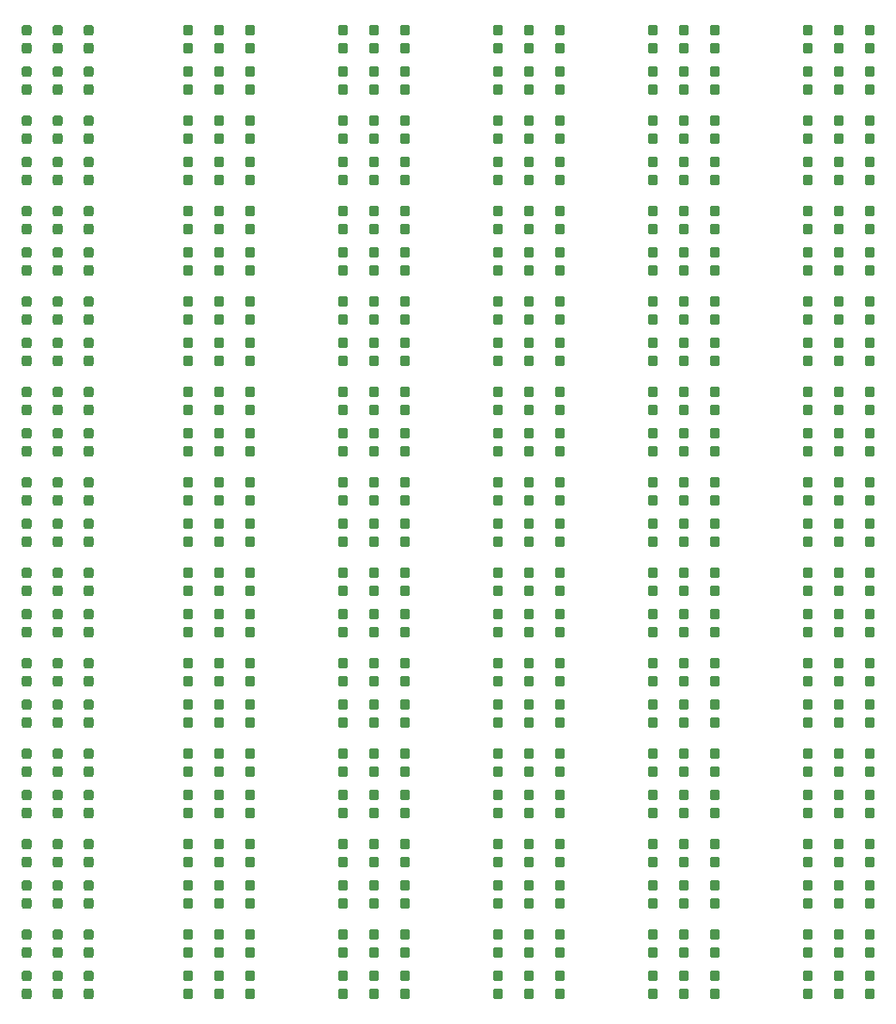
<source format=gbr>
G04 #@! TF.GenerationSoftware,KiCad,Pcbnew,(5.1.5-rc2)*
G04 #@! TF.CreationDate,2020-01-23T18:41:27+08:00*
G04 #@! TF.ProjectId,Untitled,556e7469-746c-4656-942e-6b696361645f,rev?*
G04 #@! TF.SameCoordinates,Original*
G04 #@! TF.FileFunction,Paste,Top*
G04 #@! TF.FilePolarity,Positive*
%FSLAX46Y46*%
G04 Gerber Fmt 4.6, Leading zero omitted, Abs format (unit mm)*
G04 Created by KiCad (PCBNEW (5.1.5-rc2)) date 2020-01-23 18:41:27*
%MOMM*%
%LPD*%
G04 APERTURE LIST*
%ADD10C,0.100000*%
G04 APERTURE END LIST*
D10*
G36*
X195459779Y-56513144D02*
G01*
X195482834Y-56516563D01*
X195505443Y-56522227D01*
X195527387Y-56530079D01*
X195548457Y-56540044D01*
X195568448Y-56552026D01*
X195587168Y-56565910D01*
X195604438Y-56581562D01*
X195620090Y-56598832D01*
X195633974Y-56617552D01*
X195645956Y-56637543D01*
X195655921Y-56658613D01*
X195663773Y-56680557D01*
X195669437Y-56703166D01*
X195672856Y-56726221D01*
X195674000Y-56749500D01*
X195674000Y-57324500D01*
X195672856Y-57347779D01*
X195669437Y-57370834D01*
X195663773Y-57393443D01*
X195655921Y-57415387D01*
X195645956Y-57436457D01*
X195633974Y-57456448D01*
X195620090Y-57475168D01*
X195604438Y-57492438D01*
X195587168Y-57508090D01*
X195568448Y-57521974D01*
X195548457Y-57533956D01*
X195527387Y-57543921D01*
X195505443Y-57551773D01*
X195482834Y-57557437D01*
X195459779Y-57560856D01*
X195436500Y-57562000D01*
X194961500Y-57562000D01*
X194938221Y-57560856D01*
X194915166Y-57557437D01*
X194892557Y-57551773D01*
X194870613Y-57543921D01*
X194849543Y-57533956D01*
X194829552Y-57521974D01*
X194810832Y-57508090D01*
X194793562Y-57492438D01*
X194777910Y-57475168D01*
X194764026Y-57456448D01*
X194752044Y-57436457D01*
X194742079Y-57415387D01*
X194734227Y-57393443D01*
X194728563Y-57370834D01*
X194725144Y-57347779D01*
X194724000Y-57324500D01*
X194724000Y-56749500D01*
X194725144Y-56726221D01*
X194728563Y-56703166D01*
X194734227Y-56680557D01*
X194742079Y-56658613D01*
X194752044Y-56637543D01*
X194764026Y-56617552D01*
X194777910Y-56598832D01*
X194793562Y-56581562D01*
X194810832Y-56565910D01*
X194829552Y-56552026D01*
X194849543Y-56540044D01*
X194870613Y-56530079D01*
X194892557Y-56522227D01*
X194915166Y-56516563D01*
X194938221Y-56513144D01*
X194961500Y-56512000D01*
X195436500Y-56512000D01*
X195459779Y-56513144D01*
G37*
G36*
X195459779Y-58263144D02*
G01*
X195482834Y-58266563D01*
X195505443Y-58272227D01*
X195527387Y-58280079D01*
X195548457Y-58290044D01*
X195568448Y-58302026D01*
X195587168Y-58315910D01*
X195604438Y-58331562D01*
X195620090Y-58348832D01*
X195633974Y-58367552D01*
X195645956Y-58387543D01*
X195655921Y-58408613D01*
X195663773Y-58430557D01*
X195669437Y-58453166D01*
X195672856Y-58476221D01*
X195674000Y-58499500D01*
X195674000Y-59074500D01*
X195672856Y-59097779D01*
X195669437Y-59120834D01*
X195663773Y-59143443D01*
X195655921Y-59165387D01*
X195645956Y-59186457D01*
X195633974Y-59206448D01*
X195620090Y-59225168D01*
X195604438Y-59242438D01*
X195587168Y-59258090D01*
X195568448Y-59271974D01*
X195548457Y-59283956D01*
X195527387Y-59293921D01*
X195505443Y-59301773D01*
X195482834Y-59307437D01*
X195459779Y-59310856D01*
X195436500Y-59312000D01*
X194961500Y-59312000D01*
X194938221Y-59310856D01*
X194915166Y-59307437D01*
X194892557Y-59301773D01*
X194870613Y-59293921D01*
X194849543Y-59283956D01*
X194829552Y-59271974D01*
X194810832Y-59258090D01*
X194793562Y-59242438D01*
X194777910Y-59225168D01*
X194764026Y-59206448D01*
X194752044Y-59186457D01*
X194742079Y-59165387D01*
X194734227Y-59143443D01*
X194728563Y-59120834D01*
X194725144Y-59097779D01*
X194724000Y-59074500D01*
X194724000Y-58499500D01*
X194725144Y-58476221D01*
X194728563Y-58453166D01*
X194734227Y-58430557D01*
X194742079Y-58408613D01*
X194752044Y-58387543D01*
X194764026Y-58367552D01*
X194777910Y-58348832D01*
X194793562Y-58331562D01*
X194810832Y-58315910D01*
X194829552Y-58302026D01*
X194849543Y-58290044D01*
X194870613Y-58280079D01*
X194892557Y-58272227D01*
X194915166Y-58266563D01*
X194938221Y-58263144D01*
X194961500Y-58262000D01*
X195436500Y-58262000D01*
X195459779Y-58263144D01*
G37*
G36*
X195459779Y-149477144D02*
G01*
X195482834Y-149480563D01*
X195505443Y-149486227D01*
X195527387Y-149494079D01*
X195548457Y-149504044D01*
X195568448Y-149516026D01*
X195587168Y-149529910D01*
X195604438Y-149545562D01*
X195620090Y-149562832D01*
X195633974Y-149581552D01*
X195645956Y-149601543D01*
X195655921Y-149622613D01*
X195663773Y-149644557D01*
X195669437Y-149667166D01*
X195672856Y-149690221D01*
X195674000Y-149713500D01*
X195674000Y-150288500D01*
X195672856Y-150311779D01*
X195669437Y-150334834D01*
X195663773Y-150357443D01*
X195655921Y-150379387D01*
X195645956Y-150400457D01*
X195633974Y-150420448D01*
X195620090Y-150439168D01*
X195604438Y-150456438D01*
X195587168Y-150472090D01*
X195568448Y-150485974D01*
X195548457Y-150497956D01*
X195527387Y-150507921D01*
X195505443Y-150515773D01*
X195482834Y-150521437D01*
X195459779Y-150524856D01*
X195436500Y-150526000D01*
X194961500Y-150526000D01*
X194938221Y-150524856D01*
X194915166Y-150521437D01*
X194892557Y-150515773D01*
X194870613Y-150507921D01*
X194849543Y-150497956D01*
X194829552Y-150485974D01*
X194810832Y-150472090D01*
X194793562Y-150456438D01*
X194777910Y-150439168D01*
X194764026Y-150420448D01*
X194752044Y-150400457D01*
X194742079Y-150379387D01*
X194734227Y-150357443D01*
X194728563Y-150334834D01*
X194725144Y-150311779D01*
X194724000Y-150288500D01*
X194724000Y-149713500D01*
X194725144Y-149690221D01*
X194728563Y-149667166D01*
X194734227Y-149644557D01*
X194742079Y-149622613D01*
X194752044Y-149601543D01*
X194764026Y-149581552D01*
X194777910Y-149562832D01*
X194793562Y-149545562D01*
X194810832Y-149529910D01*
X194829552Y-149516026D01*
X194849543Y-149504044D01*
X194870613Y-149494079D01*
X194892557Y-149486227D01*
X194915166Y-149480563D01*
X194938221Y-149477144D01*
X194961500Y-149476000D01*
X195436500Y-149476000D01*
X195459779Y-149477144D01*
G37*
G36*
X195459779Y-151227144D02*
G01*
X195482834Y-151230563D01*
X195505443Y-151236227D01*
X195527387Y-151244079D01*
X195548457Y-151254044D01*
X195568448Y-151266026D01*
X195587168Y-151279910D01*
X195604438Y-151295562D01*
X195620090Y-151312832D01*
X195633974Y-151331552D01*
X195645956Y-151351543D01*
X195655921Y-151372613D01*
X195663773Y-151394557D01*
X195669437Y-151417166D01*
X195672856Y-151440221D01*
X195674000Y-151463500D01*
X195674000Y-152038500D01*
X195672856Y-152061779D01*
X195669437Y-152084834D01*
X195663773Y-152107443D01*
X195655921Y-152129387D01*
X195645956Y-152150457D01*
X195633974Y-152170448D01*
X195620090Y-152189168D01*
X195604438Y-152206438D01*
X195587168Y-152222090D01*
X195568448Y-152235974D01*
X195548457Y-152247956D01*
X195527387Y-152257921D01*
X195505443Y-152265773D01*
X195482834Y-152271437D01*
X195459779Y-152274856D01*
X195436500Y-152276000D01*
X194961500Y-152276000D01*
X194938221Y-152274856D01*
X194915166Y-152271437D01*
X194892557Y-152265773D01*
X194870613Y-152257921D01*
X194849543Y-152247956D01*
X194829552Y-152235974D01*
X194810832Y-152222090D01*
X194793562Y-152206438D01*
X194777910Y-152189168D01*
X194764026Y-152170448D01*
X194752044Y-152150457D01*
X194742079Y-152129387D01*
X194734227Y-152107443D01*
X194728563Y-152084834D01*
X194725144Y-152061779D01*
X194724000Y-152038500D01*
X194724000Y-151463500D01*
X194725144Y-151440221D01*
X194728563Y-151417166D01*
X194734227Y-151394557D01*
X194742079Y-151372613D01*
X194752044Y-151351543D01*
X194764026Y-151331552D01*
X194777910Y-151312832D01*
X194793562Y-151295562D01*
X194810832Y-151279910D01*
X194829552Y-151266026D01*
X194849543Y-151254044D01*
X194870613Y-151244079D01*
X194892557Y-151236227D01*
X194915166Y-151230563D01*
X194938221Y-151227144D01*
X194961500Y-151226000D01*
X195436500Y-151226000D01*
X195459779Y-151227144D01*
G37*
G36*
X189363779Y-138273144D02*
G01*
X189386834Y-138276563D01*
X189409443Y-138282227D01*
X189431387Y-138290079D01*
X189452457Y-138300044D01*
X189472448Y-138312026D01*
X189491168Y-138325910D01*
X189508438Y-138341562D01*
X189524090Y-138358832D01*
X189537974Y-138377552D01*
X189549956Y-138397543D01*
X189559921Y-138418613D01*
X189567773Y-138440557D01*
X189573437Y-138463166D01*
X189576856Y-138486221D01*
X189578000Y-138509500D01*
X189578000Y-139084500D01*
X189576856Y-139107779D01*
X189573437Y-139130834D01*
X189567773Y-139153443D01*
X189559921Y-139175387D01*
X189549956Y-139196457D01*
X189537974Y-139216448D01*
X189524090Y-139235168D01*
X189508438Y-139252438D01*
X189491168Y-139268090D01*
X189472448Y-139281974D01*
X189452457Y-139293956D01*
X189431387Y-139303921D01*
X189409443Y-139311773D01*
X189386834Y-139317437D01*
X189363779Y-139320856D01*
X189340500Y-139322000D01*
X188865500Y-139322000D01*
X188842221Y-139320856D01*
X188819166Y-139317437D01*
X188796557Y-139311773D01*
X188774613Y-139303921D01*
X188753543Y-139293956D01*
X188733552Y-139281974D01*
X188714832Y-139268090D01*
X188697562Y-139252438D01*
X188681910Y-139235168D01*
X188668026Y-139216448D01*
X188656044Y-139196457D01*
X188646079Y-139175387D01*
X188638227Y-139153443D01*
X188632563Y-139130834D01*
X188629144Y-139107779D01*
X188628000Y-139084500D01*
X188628000Y-138509500D01*
X188629144Y-138486221D01*
X188632563Y-138463166D01*
X188638227Y-138440557D01*
X188646079Y-138418613D01*
X188656044Y-138397543D01*
X188668026Y-138377552D01*
X188681910Y-138358832D01*
X188697562Y-138341562D01*
X188714832Y-138325910D01*
X188733552Y-138312026D01*
X188753543Y-138300044D01*
X188774613Y-138290079D01*
X188796557Y-138282227D01*
X188819166Y-138276563D01*
X188842221Y-138273144D01*
X188865500Y-138272000D01*
X189340500Y-138272000D01*
X189363779Y-138273144D01*
G37*
G36*
X189363779Y-136523144D02*
G01*
X189386834Y-136526563D01*
X189409443Y-136532227D01*
X189431387Y-136540079D01*
X189452457Y-136550044D01*
X189472448Y-136562026D01*
X189491168Y-136575910D01*
X189508438Y-136591562D01*
X189524090Y-136608832D01*
X189537974Y-136627552D01*
X189549956Y-136647543D01*
X189559921Y-136668613D01*
X189567773Y-136690557D01*
X189573437Y-136713166D01*
X189576856Y-136736221D01*
X189578000Y-136759500D01*
X189578000Y-137334500D01*
X189576856Y-137357779D01*
X189573437Y-137380834D01*
X189567773Y-137403443D01*
X189559921Y-137425387D01*
X189549956Y-137446457D01*
X189537974Y-137466448D01*
X189524090Y-137485168D01*
X189508438Y-137502438D01*
X189491168Y-137518090D01*
X189472448Y-137531974D01*
X189452457Y-137543956D01*
X189431387Y-137553921D01*
X189409443Y-137561773D01*
X189386834Y-137567437D01*
X189363779Y-137570856D01*
X189340500Y-137572000D01*
X188865500Y-137572000D01*
X188842221Y-137570856D01*
X188819166Y-137567437D01*
X188796557Y-137561773D01*
X188774613Y-137553921D01*
X188753543Y-137543956D01*
X188733552Y-137531974D01*
X188714832Y-137518090D01*
X188697562Y-137502438D01*
X188681910Y-137485168D01*
X188668026Y-137466448D01*
X188656044Y-137446457D01*
X188646079Y-137425387D01*
X188638227Y-137403443D01*
X188632563Y-137380834D01*
X188629144Y-137357779D01*
X188628000Y-137334500D01*
X188628000Y-136759500D01*
X188629144Y-136736221D01*
X188632563Y-136713166D01*
X188638227Y-136690557D01*
X188646079Y-136668613D01*
X188656044Y-136647543D01*
X188668026Y-136627552D01*
X188681910Y-136608832D01*
X188697562Y-136591562D01*
X188714832Y-136575910D01*
X188733552Y-136562026D01*
X188753543Y-136550044D01*
X188774613Y-136540079D01*
X188796557Y-136532227D01*
X188819166Y-136526563D01*
X188842221Y-136523144D01*
X188865500Y-136522000D01*
X189340500Y-136522000D01*
X189363779Y-136523144D01*
G37*
G36*
X195459779Y-140587144D02*
G01*
X195482834Y-140590563D01*
X195505443Y-140596227D01*
X195527387Y-140604079D01*
X195548457Y-140614044D01*
X195568448Y-140626026D01*
X195587168Y-140639910D01*
X195604438Y-140655562D01*
X195620090Y-140672832D01*
X195633974Y-140691552D01*
X195645956Y-140711543D01*
X195655921Y-140732613D01*
X195663773Y-140754557D01*
X195669437Y-140777166D01*
X195672856Y-140800221D01*
X195674000Y-140823500D01*
X195674000Y-141398500D01*
X195672856Y-141421779D01*
X195669437Y-141444834D01*
X195663773Y-141467443D01*
X195655921Y-141489387D01*
X195645956Y-141510457D01*
X195633974Y-141530448D01*
X195620090Y-141549168D01*
X195604438Y-141566438D01*
X195587168Y-141582090D01*
X195568448Y-141595974D01*
X195548457Y-141607956D01*
X195527387Y-141617921D01*
X195505443Y-141625773D01*
X195482834Y-141631437D01*
X195459779Y-141634856D01*
X195436500Y-141636000D01*
X194961500Y-141636000D01*
X194938221Y-141634856D01*
X194915166Y-141631437D01*
X194892557Y-141625773D01*
X194870613Y-141617921D01*
X194849543Y-141607956D01*
X194829552Y-141595974D01*
X194810832Y-141582090D01*
X194793562Y-141566438D01*
X194777910Y-141549168D01*
X194764026Y-141530448D01*
X194752044Y-141510457D01*
X194742079Y-141489387D01*
X194734227Y-141467443D01*
X194728563Y-141444834D01*
X194725144Y-141421779D01*
X194724000Y-141398500D01*
X194724000Y-140823500D01*
X194725144Y-140800221D01*
X194728563Y-140777166D01*
X194734227Y-140754557D01*
X194742079Y-140732613D01*
X194752044Y-140711543D01*
X194764026Y-140691552D01*
X194777910Y-140672832D01*
X194793562Y-140655562D01*
X194810832Y-140639910D01*
X194829552Y-140626026D01*
X194849543Y-140614044D01*
X194870613Y-140604079D01*
X194892557Y-140596227D01*
X194915166Y-140590563D01*
X194938221Y-140587144D01*
X194961500Y-140586000D01*
X195436500Y-140586000D01*
X195459779Y-140587144D01*
G37*
G36*
X195459779Y-142337144D02*
G01*
X195482834Y-142340563D01*
X195505443Y-142346227D01*
X195527387Y-142354079D01*
X195548457Y-142364044D01*
X195568448Y-142376026D01*
X195587168Y-142389910D01*
X195604438Y-142405562D01*
X195620090Y-142422832D01*
X195633974Y-142441552D01*
X195645956Y-142461543D01*
X195655921Y-142482613D01*
X195663773Y-142504557D01*
X195669437Y-142527166D01*
X195672856Y-142550221D01*
X195674000Y-142573500D01*
X195674000Y-143148500D01*
X195672856Y-143171779D01*
X195669437Y-143194834D01*
X195663773Y-143217443D01*
X195655921Y-143239387D01*
X195645956Y-143260457D01*
X195633974Y-143280448D01*
X195620090Y-143299168D01*
X195604438Y-143316438D01*
X195587168Y-143332090D01*
X195568448Y-143345974D01*
X195548457Y-143357956D01*
X195527387Y-143367921D01*
X195505443Y-143375773D01*
X195482834Y-143381437D01*
X195459779Y-143384856D01*
X195436500Y-143386000D01*
X194961500Y-143386000D01*
X194938221Y-143384856D01*
X194915166Y-143381437D01*
X194892557Y-143375773D01*
X194870613Y-143367921D01*
X194849543Y-143357956D01*
X194829552Y-143345974D01*
X194810832Y-143332090D01*
X194793562Y-143316438D01*
X194777910Y-143299168D01*
X194764026Y-143280448D01*
X194752044Y-143260457D01*
X194742079Y-143239387D01*
X194734227Y-143217443D01*
X194728563Y-143194834D01*
X194725144Y-143171779D01*
X194724000Y-143148500D01*
X194724000Y-142573500D01*
X194725144Y-142550221D01*
X194728563Y-142527166D01*
X194734227Y-142504557D01*
X194742079Y-142482613D01*
X194752044Y-142461543D01*
X194764026Y-142441552D01*
X194777910Y-142422832D01*
X194793562Y-142405562D01*
X194810832Y-142389910D01*
X194829552Y-142376026D01*
X194849543Y-142364044D01*
X194870613Y-142354079D01*
X194892557Y-142346227D01*
X194915166Y-142340563D01*
X194938221Y-142337144D01*
X194961500Y-142336000D01*
X195436500Y-142336000D01*
X195459779Y-142337144D01*
G37*
G36*
X195459779Y-138273144D02*
G01*
X195482834Y-138276563D01*
X195505443Y-138282227D01*
X195527387Y-138290079D01*
X195548457Y-138300044D01*
X195568448Y-138312026D01*
X195587168Y-138325910D01*
X195604438Y-138341562D01*
X195620090Y-138358832D01*
X195633974Y-138377552D01*
X195645956Y-138397543D01*
X195655921Y-138418613D01*
X195663773Y-138440557D01*
X195669437Y-138463166D01*
X195672856Y-138486221D01*
X195674000Y-138509500D01*
X195674000Y-139084500D01*
X195672856Y-139107779D01*
X195669437Y-139130834D01*
X195663773Y-139153443D01*
X195655921Y-139175387D01*
X195645956Y-139196457D01*
X195633974Y-139216448D01*
X195620090Y-139235168D01*
X195604438Y-139252438D01*
X195587168Y-139268090D01*
X195568448Y-139281974D01*
X195548457Y-139293956D01*
X195527387Y-139303921D01*
X195505443Y-139311773D01*
X195482834Y-139317437D01*
X195459779Y-139320856D01*
X195436500Y-139322000D01*
X194961500Y-139322000D01*
X194938221Y-139320856D01*
X194915166Y-139317437D01*
X194892557Y-139311773D01*
X194870613Y-139303921D01*
X194849543Y-139293956D01*
X194829552Y-139281974D01*
X194810832Y-139268090D01*
X194793562Y-139252438D01*
X194777910Y-139235168D01*
X194764026Y-139216448D01*
X194752044Y-139196457D01*
X194742079Y-139175387D01*
X194734227Y-139153443D01*
X194728563Y-139130834D01*
X194725144Y-139107779D01*
X194724000Y-139084500D01*
X194724000Y-138509500D01*
X194725144Y-138486221D01*
X194728563Y-138463166D01*
X194734227Y-138440557D01*
X194742079Y-138418613D01*
X194752044Y-138397543D01*
X194764026Y-138377552D01*
X194777910Y-138358832D01*
X194793562Y-138341562D01*
X194810832Y-138325910D01*
X194829552Y-138312026D01*
X194849543Y-138300044D01*
X194870613Y-138290079D01*
X194892557Y-138282227D01*
X194915166Y-138276563D01*
X194938221Y-138273144D01*
X194961500Y-138272000D01*
X195436500Y-138272000D01*
X195459779Y-138273144D01*
G37*
G36*
X195459779Y-136523144D02*
G01*
X195482834Y-136526563D01*
X195505443Y-136532227D01*
X195527387Y-136540079D01*
X195548457Y-136550044D01*
X195568448Y-136562026D01*
X195587168Y-136575910D01*
X195604438Y-136591562D01*
X195620090Y-136608832D01*
X195633974Y-136627552D01*
X195645956Y-136647543D01*
X195655921Y-136668613D01*
X195663773Y-136690557D01*
X195669437Y-136713166D01*
X195672856Y-136736221D01*
X195674000Y-136759500D01*
X195674000Y-137334500D01*
X195672856Y-137357779D01*
X195669437Y-137380834D01*
X195663773Y-137403443D01*
X195655921Y-137425387D01*
X195645956Y-137446457D01*
X195633974Y-137466448D01*
X195620090Y-137485168D01*
X195604438Y-137502438D01*
X195587168Y-137518090D01*
X195568448Y-137531974D01*
X195548457Y-137543956D01*
X195527387Y-137553921D01*
X195505443Y-137561773D01*
X195482834Y-137567437D01*
X195459779Y-137570856D01*
X195436500Y-137572000D01*
X194961500Y-137572000D01*
X194938221Y-137570856D01*
X194915166Y-137567437D01*
X194892557Y-137561773D01*
X194870613Y-137553921D01*
X194849543Y-137543956D01*
X194829552Y-137531974D01*
X194810832Y-137518090D01*
X194793562Y-137502438D01*
X194777910Y-137485168D01*
X194764026Y-137466448D01*
X194752044Y-137446457D01*
X194742079Y-137425387D01*
X194734227Y-137403443D01*
X194728563Y-137380834D01*
X194725144Y-137357779D01*
X194724000Y-137334500D01*
X194724000Y-136759500D01*
X194725144Y-136736221D01*
X194728563Y-136713166D01*
X194734227Y-136690557D01*
X194742079Y-136668613D01*
X194752044Y-136647543D01*
X194764026Y-136627552D01*
X194777910Y-136608832D01*
X194793562Y-136591562D01*
X194810832Y-136575910D01*
X194829552Y-136562026D01*
X194849543Y-136550044D01*
X194870613Y-136540079D01*
X194892557Y-136532227D01*
X194915166Y-136526563D01*
X194938221Y-136523144D01*
X194961500Y-136522000D01*
X195436500Y-136522000D01*
X195459779Y-136523144D01*
G37*
G36*
X192411779Y-151227144D02*
G01*
X192434834Y-151230563D01*
X192457443Y-151236227D01*
X192479387Y-151244079D01*
X192500457Y-151254044D01*
X192520448Y-151266026D01*
X192539168Y-151279910D01*
X192556438Y-151295562D01*
X192572090Y-151312832D01*
X192585974Y-151331552D01*
X192597956Y-151351543D01*
X192607921Y-151372613D01*
X192615773Y-151394557D01*
X192621437Y-151417166D01*
X192624856Y-151440221D01*
X192626000Y-151463500D01*
X192626000Y-152038500D01*
X192624856Y-152061779D01*
X192621437Y-152084834D01*
X192615773Y-152107443D01*
X192607921Y-152129387D01*
X192597956Y-152150457D01*
X192585974Y-152170448D01*
X192572090Y-152189168D01*
X192556438Y-152206438D01*
X192539168Y-152222090D01*
X192520448Y-152235974D01*
X192500457Y-152247956D01*
X192479387Y-152257921D01*
X192457443Y-152265773D01*
X192434834Y-152271437D01*
X192411779Y-152274856D01*
X192388500Y-152276000D01*
X191913500Y-152276000D01*
X191890221Y-152274856D01*
X191867166Y-152271437D01*
X191844557Y-152265773D01*
X191822613Y-152257921D01*
X191801543Y-152247956D01*
X191781552Y-152235974D01*
X191762832Y-152222090D01*
X191745562Y-152206438D01*
X191729910Y-152189168D01*
X191716026Y-152170448D01*
X191704044Y-152150457D01*
X191694079Y-152129387D01*
X191686227Y-152107443D01*
X191680563Y-152084834D01*
X191677144Y-152061779D01*
X191676000Y-152038500D01*
X191676000Y-151463500D01*
X191677144Y-151440221D01*
X191680563Y-151417166D01*
X191686227Y-151394557D01*
X191694079Y-151372613D01*
X191704044Y-151351543D01*
X191716026Y-151331552D01*
X191729910Y-151312832D01*
X191745562Y-151295562D01*
X191762832Y-151279910D01*
X191781552Y-151266026D01*
X191801543Y-151254044D01*
X191822613Y-151244079D01*
X191844557Y-151236227D01*
X191867166Y-151230563D01*
X191890221Y-151227144D01*
X191913500Y-151226000D01*
X192388500Y-151226000D01*
X192411779Y-151227144D01*
G37*
G36*
X192411779Y-149477144D02*
G01*
X192434834Y-149480563D01*
X192457443Y-149486227D01*
X192479387Y-149494079D01*
X192500457Y-149504044D01*
X192520448Y-149516026D01*
X192539168Y-149529910D01*
X192556438Y-149545562D01*
X192572090Y-149562832D01*
X192585974Y-149581552D01*
X192597956Y-149601543D01*
X192607921Y-149622613D01*
X192615773Y-149644557D01*
X192621437Y-149667166D01*
X192624856Y-149690221D01*
X192626000Y-149713500D01*
X192626000Y-150288500D01*
X192624856Y-150311779D01*
X192621437Y-150334834D01*
X192615773Y-150357443D01*
X192607921Y-150379387D01*
X192597956Y-150400457D01*
X192585974Y-150420448D01*
X192572090Y-150439168D01*
X192556438Y-150456438D01*
X192539168Y-150472090D01*
X192520448Y-150485974D01*
X192500457Y-150497956D01*
X192479387Y-150507921D01*
X192457443Y-150515773D01*
X192434834Y-150521437D01*
X192411779Y-150524856D01*
X192388500Y-150526000D01*
X191913500Y-150526000D01*
X191890221Y-150524856D01*
X191867166Y-150521437D01*
X191844557Y-150515773D01*
X191822613Y-150507921D01*
X191801543Y-150497956D01*
X191781552Y-150485974D01*
X191762832Y-150472090D01*
X191745562Y-150456438D01*
X191729910Y-150439168D01*
X191716026Y-150420448D01*
X191704044Y-150400457D01*
X191694079Y-150379387D01*
X191686227Y-150357443D01*
X191680563Y-150334834D01*
X191677144Y-150311779D01*
X191676000Y-150288500D01*
X191676000Y-149713500D01*
X191677144Y-149690221D01*
X191680563Y-149667166D01*
X191686227Y-149644557D01*
X191694079Y-149622613D01*
X191704044Y-149601543D01*
X191716026Y-149581552D01*
X191729910Y-149562832D01*
X191745562Y-149545562D01*
X191762832Y-149529910D01*
X191781552Y-149516026D01*
X191801543Y-149504044D01*
X191822613Y-149494079D01*
X191844557Y-149486227D01*
X191867166Y-149480563D01*
X191890221Y-149477144D01*
X191913500Y-149476000D01*
X192388500Y-149476000D01*
X192411779Y-149477144D01*
G37*
G36*
X189363779Y-60577144D02*
G01*
X189386834Y-60580563D01*
X189409443Y-60586227D01*
X189431387Y-60594079D01*
X189452457Y-60604044D01*
X189472448Y-60616026D01*
X189491168Y-60629910D01*
X189508438Y-60645562D01*
X189524090Y-60662832D01*
X189537974Y-60681552D01*
X189549956Y-60701543D01*
X189559921Y-60722613D01*
X189567773Y-60744557D01*
X189573437Y-60767166D01*
X189576856Y-60790221D01*
X189578000Y-60813500D01*
X189578000Y-61388500D01*
X189576856Y-61411779D01*
X189573437Y-61434834D01*
X189567773Y-61457443D01*
X189559921Y-61479387D01*
X189549956Y-61500457D01*
X189537974Y-61520448D01*
X189524090Y-61539168D01*
X189508438Y-61556438D01*
X189491168Y-61572090D01*
X189472448Y-61585974D01*
X189452457Y-61597956D01*
X189431387Y-61607921D01*
X189409443Y-61615773D01*
X189386834Y-61621437D01*
X189363779Y-61624856D01*
X189340500Y-61626000D01*
X188865500Y-61626000D01*
X188842221Y-61624856D01*
X188819166Y-61621437D01*
X188796557Y-61615773D01*
X188774613Y-61607921D01*
X188753543Y-61597956D01*
X188733552Y-61585974D01*
X188714832Y-61572090D01*
X188697562Y-61556438D01*
X188681910Y-61539168D01*
X188668026Y-61520448D01*
X188656044Y-61500457D01*
X188646079Y-61479387D01*
X188638227Y-61457443D01*
X188632563Y-61434834D01*
X188629144Y-61411779D01*
X188628000Y-61388500D01*
X188628000Y-60813500D01*
X188629144Y-60790221D01*
X188632563Y-60767166D01*
X188638227Y-60744557D01*
X188646079Y-60722613D01*
X188656044Y-60701543D01*
X188668026Y-60681552D01*
X188681910Y-60662832D01*
X188697562Y-60645562D01*
X188714832Y-60629910D01*
X188733552Y-60616026D01*
X188753543Y-60604044D01*
X188774613Y-60594079D01*
X188796557Y-60586227D01*
X188819166Y-60580563D01*
X188842221Y-60577144D01*
X188865500Y-60576000D01*
X189340500Y-60576000D01*
X189363779Y-60577144D01*
G37*
G36*
X189363779Y-62327144D02*
G01*
X189386834Y-62330563D01*
X189409443Y-62336227D01*
X189431387Y-62344079D01*
X189452457Y-62354044D01*
X189472448Y-62366026D01*
X189491168Y-62379910D01*
X189508438Y-62395562D01*
X189524090Y-62412832D01*
X189537974Y-62431552D01*
X189549956Y-62451543D01*
X189559921Y-62472613D01*
X189567773Y-62494557D01*
X189573437Y-62517166D01*
X189576856Y-62540221D01*
X189578000Y-62563500D01*
X189578000Y-63138500D01*
X189576856Y-63161779D01*
X189573437Y-63184834D01*
X189567773Y-63207443D01*
X189559921Y-63229387D01*
X189549956Y-63250457D01*
X189537974Y-63270448D01*
X189524090Y-63289168D01*
X189508438Y-63306438D01*
X189491168Y-63322090D01*
X189472448Y-63335974D01*
X189452457Y-63347956D01*
X189431387Y-63357921D01*
X189409443Y-63365773D01*
X189386834Y-63371437D01*
X189363779Y-63374856D01*
X189340500Y-63376000D01*
X188865500Y-63376000D01*
X188842221Y-63374856D01*
X188819166Y-63371437D01*
X188796557Y-63365773D01*
X188774613Y-63357921D01*
X188753543Y-63347956D01*
X188733552Y-63335974D01*
X188714832Y-63322090D01*
X188697562Y-63306438D01*
X188681910Y-63289168D01*
X188668026Y-63270448D01*
X188656044Y-63250457D01*
X188646079Y-63229387D01*
X188638227Y-63207443D01*
X188632563Y-63184834D01*
X188629144Y-63161779D01*
X188628000Y-63138500D01*
X188628000Y-62563500D01*
X188629144Y-62540221D01*
X188632563Y-62517166D01*
X188638227Y-62494557D01*
X188646079Y-62472613D01*
X188656044Y-62451543D01*
X188668026Y-62431552D01*
X188681910Y-62412832D01*
X188697562Y-62395562D01*
X188714832Y-62379910D01*
X188733552Y-62366026D01*
X188753543Y-62354044D01*
X188774613Y-62344079D01*
X188796557Y-62336227D01*
X188819166Y-62330563D01*
X188842221Y-62327144D01*
X188865500Y-62326000D01*
X189340500Y-62326000D01*
X189363779Y-62327144D01*
G37*
G36*
X192411779Y-142337144D02*
G01*
X192434834Y-142340563D01*
X192457443Y-142346227D01*
X192479387Y-142354079D01*
X192500457Y-142364044D01*
X192520448Y-142376026D01*
X192539168Y-142389910D01*
X192556438Y-142405562D01*
X192572090Y-142422832D01*
X192585974Y-142441552D01*
X192597956Y-142461543D01*
X192607921Y-142482613D01*
X192615773Y-142504557D01*
X192621437Y-142527166D01*
X192624856Y-142550221D01*
X192626000Y-142573500D01*
X192626000Y-143148500D01*
X192624856Y-143171779D01*
X192621437Y-143194834D01*
X192615773Y-143217443D01*
X192607921Y-143239387D01*
X192597956Y-143260457D01*
X192585974Y-143280448D01*
X192572090Y-143299168D01*
X192556438Y-143316438D01*
X192539168Y-143332090D01*
X192520448Y-143345974D01*
X192500457Y-143357956D01*
X192479387Y-143367921D01*
X192457443Y-143375773D01*
X192434834Y-143381437D01*
X192411779Y-143384856D01*
X192388500Y-143386000D01*
X191913500Y-143386000D01*
X191890221Y-143384856D01*
X191867166Y-143381437D01*
X191844557Y-143375773D01*
X191822613Y-143367921D01*
X191801543Y-143357956D01*
X191781552Y-143345974D01*
X191762832Y-143332090D01*
X191745562Y-143316438D01*
X191729910Y-143299168D01*
X191716026Y-143280448D01*
X191704044Y-143260457D01*
X191694079Y-143239387D01*
X191686227Y-143217443D01*
X191680563Y-143194834D01*
X191677144Y-143171779D01*
X191676000Y-143148500D01*
X191676000Y-142573500D01*
X191677144Y-142550221D01*
X191680563Y-142527166D01*
X191686227Y-142504557D01*
X191694079Y-142482613D01*
X191704044Y-142461543D01*
X191716026Y-142441552D01*
X191729910Y-142422832D01*
X191745562Y-142405562D01*
X191762832Y-142389910D01*
X191781552Y-142376026D01*
X191801543Y-142364044D01*
X191822613Y-142354079D01*
X191844557Y-142346227D01*
X191867166Y-142340563D01*
X191890221Y-142337144D01*
X191913500Y-142336000D01*
X192388500Y-142336000D01*
X192411779Y-142337144D01*
G37*
G36*
X192411779Y-140587144D02*
G01*
X192434834Y-140590563D01*
X192457443Y-140596227D01*
X192479387Y-140604079D01*
X192500457Y-140614044D01*
X192520448Y-140626026D01*
X192539168Y-140639910D01*
X192556438Y-140655562D01*
X192572090Y-140672832D01*
X192585974Y-140691552D01*
X192597956Y-140711543D01*
X192607921Y-140732613D01*
X192615773Y-140754557D01*
X192621437Y-140777166D01*
X192624856Y-140800221D01*
X192626000Y-140823500D01*
X192626000Y-141398500D01*
X192624856Y-141421779D01*
X192621437Y-141444834D01*
X192615773Y-141467443D01*
X192607921Y-141489387D01*
X192597956Y-141510457D01*
X192585974Y-141530448D01*
X192572090Y-141549168D01*
X192556438Y-141566438D01*
X192539168Y-141582090D01*
X192520448Y-141595974D01*
X192500457Y-141607956D01*
X192479387Y-141617921D01*
X192457443Y-141625773D01*
X192434834Y-141631437D01*
X192411779Y-141634856D01*
X192388500Y-141636000D01*
X191913500Y-141636000D01*
X191890221Y-141634856D01*
X191867166Y-141631437D01*
X191844557Y-141625773D01*
X191822613Y-141617921D01*
X191801543Y-141607956D01*
X191781552Y-141595974D01*
X191762832Y-141582090D01*
X191745562Y-141566438D01*
X191729910Y-141549168D01*
X191716026Y-141530448D01*
X191704044Y-141510457D01*
X191694079Y-141489387D01*
X191686227Y-141467443D01*
X191680563Y-141444834D01*
X191677144Y-141421779D01*
X191676000Y-141398500D01*
X191676000Y-140823500D01*
X191677144Y-140800221D01*
X191680563Y-140777166D01*
X191686227Y-140754557D01*
X191694079Y-140732613D01*
X191704044Y-140711543D01*
X191716026Y-140691552D01*
X191729910Y-140672832D01*
X191745562Y-140655562D01*
X191762832Y-140639910D01*
X191781552Y-140626026D01*
X191801543Y-140614044D01*
X191822613Y-140604079D01*
X191844557Y-140596227D01*
X191867166Y-140590563D01*
X191890221Y-140587144D01*
X191913500Y-140586000D01*
X192388500Y-140586000D01*
X192411779Y-140587144D01*
G37*
G36*
X189363779Y-147163144D02*
G01*
X189386834Y-147166563D01*
X189409443Y-147172227D01*
X189431387Y-147180079D01*
X189452457Y-147190044D01*
X189472448Y-147202026D01*
X189491168Y-147215910D01*
X189508438Y-147231562D01*
X189524090Y-147248832D01*
X189537974Y-147267552D01*
X189549956Y-147287543D01*
X189559921Y-147308613D01*
X189567773Y-147330557D01*
X189573437Y-147353166D01*
X189576856Y-147376221D01*
X189578000Y-147399500D01*
X189578000Y-147974500D01*
X189576856Y-147997779D01*
X189573437Y-148020834D01*
X189567773Y-148043443D01*
X189559921Y-148065387D01*
X189549956Y-148086457D01*
X189537974Y-148106448D01*
X189524090Y-148125168D01*
X189508438Y-148142438D01*
X189491168Y-148158090D01*
X189472448Y-148171974D01*
X189452457Y-148183956D01*
X189431387Y-148193921D01*
X189409443Y-148201773D01*
X189386834Y-148207437D01*
X189363779Y-148210856D01*
X189340500Y-148212000D01*
X188865500Y-148212000D01*
X188842221Y-148210856D01*
X188819166Y-148207437D01*
X188796557Y-148201773D01*
X188774613Y-148193921D01*
X188753543Y-148183956D01*
X188733552Y-148171974D01*
X188714832Y-148158090D01*
X188697562Y-148142438D01*
X188681910Y-148125168D01*
X188668026Y-148106448D01*
X188656044Y-148086457D01*
X188646079Y-148065387D01*
X188638227Y-148043443D01*
X188632563Y-148020834D01*
X188629144Y-147997779D01*
X188628000Y-147974500D01*
X188628000Y-147399500D01*
X188629144Y-147376221D01*
X188632563Y-147353166D01*
X188638227Y-147330557D01*
X188646079Y-147308613D01*
X188656044Y-147287543D01*
X188668026Y-147267552D01*
X188681910Y-147248832D01*
X188697562Y-147231562D01*
X188714832Y-147215910D01*
X188733552Y-147202026D01*
X188753543Y-147190044D01*
X188774613Y-147180079D01*
X188796557Y-147172227D01*
X188819166Y-147166563D01*
X188842221Y-147163144D01*
X188865500Y-147162000D01*
X189340500Y-147162000D01*
X189363779Y-147163144D01*
G37*
G36*
X189363779Y-145413144D02*
G01*
X189386834Y-145416563D01*
X189409443Y-145422227D01*
X189431387Y-145430079D01*
X189452457Y-145440044D01*
X189472448Y-145452026D01*
X189491168Y-145465910D01*
X189508438Y-145481562D01*
X189524090Y-145498832D01*
X189537974Y-145517552D01*
X189549956Y-145537543D01*
X189559921Y-145558613D01*
X189567773Y-145580557D01*
X189573437Y-145603166D01*
X189576856Y-145626221D01*
X189578000Y-145649500D01*
X189578000Y-146224500D01*
X189576856Y-146247779D01*
X189573437Y-146270834D01*
X189567773Y-146293443D01*
X189559921Y-146315387D01*
X189549956Y-146336457D01*
X189537974Y-146356448D01*
X189524090Y-146375168D01*
X189508438Y-146392438D01*
X189491168Y-146408090D01*
X189472448Y-146421974D01*
X189452457Y-146433956D01*
X189431387Y-146443921D01*
X189409443Y-146451773D01*
X189386834Y-146457437D01*
X189363779Y-146460856D01*
X189340500Y-146462000D01*
X188865500Y-146462000D01*
X188842221Y-146460856D01*
X188819166Y-146457437D01*
X188796557Y-146451773D01*
X188774613Y-146443921D01*
X188753543Y-146433956D01*
X188733552Y-146421974D01*
X188714832Y-146408090D01*
X188697562Y-146392438D01*
X188681910Y-146375168D01*
X188668026Y-146356448D01*
X188656044Y-146336457D01*
X188646079Y-146315387D01*
X188638227Y-146293443D01*
X188632563Y-146270834D01*
X188629144Y-146247779D01*
X188628000Y-146224500D01*
X188628000Y-145649500D01*
X188629144Y-145626221D01*
X188632563Y-145603166D01*
X188638227Y-145580557D01*
X188646079Y-145558613D01*
X188656044Y-145537543D01*
X188668026Y-145517552D01*
X188681910Y-145498832D01*
X188697562Y-145481562D01*
X188714832Y-145465910D01*
X188733552Y-145452026D01*
X188753543Y-145440044D01*
X188774613Y-145430079D01*
X188796557Y-145422227D01*
X188819166Y-145416563D01*
X188842221Y-145413144D01*
X188865500Y-145412000D01*
X189340500Y-145412000D01*
X189363779Y-145413144D01*
G37*
G36*
X192411779Y-145413144D02*
G01*
X192434834Y-145416563D01*
X192457443Y-145422227D01*
X192479387Y-145430079D01*
X192500457Y-145440044D01*
X192520448Y-145452026D01*
X192539168Y-145465910D01*
X192556438Y-145481562D01*
X192572090Y-145498832D01*
X192585974Y-145517552D01*
X192597956Y-145537543D01*
X192607921Y-145558613D01*
X192615773Y-145580557D01*
X192621437Y-145603166D01*
X192624856Y-145626221D01*
X192626000Y-145649500D01*
X192626000Y-146224500D01*
X192624856Y-146247779D01*
X192621437Y-146270834D01*
X192615773Y-146293443D01*
X192607921Y-146315387D01*
X192597956Y-146336457D01*
X192585974Y-146356448D01*
X192572090Y-146375168D01*
X192556438Y-146392438D01*
X192539168Y-146408090D01*
X192520448Y-146421974D01*
X192500457Y-146433956D01*
X192479387Y-146443921D01*
X192457443Y-146451773D01*
X192434834Y-146457437D01*
X192411779Y-146460856D01*
X192388500Y-146462000D01*
X191913500Y-146462000D01*
X191890221Y-146460856D01*
X191867166Y-146457437D01*
X191844557Y-146451773D01*
X191822613Y-146443921D01*
X191801543Y-146433956D01*
X191781552Y-146421974D01*
X191762832Y-146408090D01*
X191745562Y-146392438D01*
X191729910Y-146375168D01*
X191716026Y-146356448D01*
X191704044Y-146336457D01*
X191694079Y-146315387D01*
X191686227Y-146293443D01*
X191680563Y-146270834D01*
X191677144Y-146247779D01*
X191676000Y-146224500D01*
X191676000Y-145649500D01*
X191677144Y-145626221D01*
X191680563Y-145603166D01*
X191686227Y-145580557D01*
X191694079Y-145558613D01*
X191704044Y-145537543D01*
X191716026Y-145517552D01*
X191729910Y-145498832D01*
X191745562Y-145481562D01*
X191762832Y-145465910D01*
X191781552Y-145452026D01*
X191801543Y-145440044D01*
X191822613Y-145430079D01*
X191844557Y-145422227D01*
X191867166Y-145416563D01*
X191890221Y-145413144D01*
X191913500Y-145412000D01*
X192388500Y-145412000D01*
X192411779Y-145413144D01*
G37*
G36*
X192411779Y-147163144D02*
G01*
X192434834Y-147166563D01*
X192457443Y-147172227D01*
X192479387Y-147180079D01*
X192500457Y-147190044D01*
X192520448Y-147202026D01*
X192539168Y-147215910D01*
X192556438Y-147231562D01*
X192572090Y-147248832D01*
X192585974Y-147267552D01*
X192597956Y-147287543D01*
X192607921Y-147308613D01*
X192615773Y-147330557D01*
X192621437Y-147353166D01*
X192624856Y-147376221D01*
X192626000Y-147399500D01*
X192626000Y-147974500D01*
X192624856Y-147997779D01*
X192621437Y-148020834D01*
X192615773Y-148043443D01*
X192607921Y-148065387D01*
X192597956Y-148086457D01*
X192585974Y-148106448D01*
X192572090Y-148125168D01*
X192556438Y-148142438D01*
X192539168Y-148158090D01*
X192520448Y-148171974D01*
X192500457Y-148183956D01*
X192479387Y-148193921D01*
X192457443Y-148201773D01*
X192434834Y-148207437D01*
X192411779Y-148210856D01*
X192388500Y-148212000D01*
X191913500Y-148212000D01*
X191890221Y-148210856D01*
X191867166Y-148207437D01*
X191844557Y-148201773D01*
X191822613Y-148193921D01*
X191801543Y-148183956D01*
X191781552Y-148171974D01*
X191762832Y-148158090D01*
X191745562Y-148142438D01*
X191729910Y-148125168D01*
X191716026Y-148106448D01*
X191704044Y-148086457D01*
X191694079Y-148065387D01*
X191686227Y-148043443D01*
X191680563Y-148020834D01*
X191677144Y-147997779D01*
X191676000Y-147974500D01*
X191676000Y-147399500D01*
X191677144Y-147376221D01*
X191680563Y-147353166D01*
X191686227Y-147330557D01*
X191694079Y-147308613D01*
X191704044Y-147287543D01*
X191716026Y-147267552D01*
X191729910Y-147248832D01*
X191745562Y-147231562D01*
X191762832Y-147215910D01*
X191781552Y-147202026D01*
X191801543Y-147190044D01*
X191822613Y-147180079D01*
X191844557Y-147172227D01*
X191867166Y-147166563D01*
X191890221Y-147163144D01*
X191913500Y-147162000D01*
X192388500Y-147162000D01*
X192411779Y-147163144D01*
G37*
G36*
X189363779Y-142337144D02*
G01*
X189386834Y-142340563D01*
X189409443Y-142346227D01*
X189431387Y-142354079D01*
X189452457Y-142364044D01*
X189472448Y-142376026D01*
X189491168Y-142389910D01*
X189508438Y-142405562D01*
X189524090Y-142422832D01*
X189537974Y-142441552D01*
X189549956Y-142461543D01*
X189559921Y-142482613D01*
X189567773Y-142504557D01*
X189573437Y-142527166D01*
X189576856Y-142550221D01*
X189578000Y-142573500D01*
X189578000Y-143148500D01*
X189576856Y-143171779D01*
X189573437Y-143194834D01*
X189567773Y-143217443D01*
X189559921Y-143239387D01*
X189549956Y-143260457D01*
X189537974Y-143280448D01*
X189524090Y-143299168D01*
X189508438Y-143316438D01*
X189491168Y-143332090D01*
X189472448Y-143345974D01*
X189452457Y-143357956D01*
X189431387Y-143367921D01*
X189409443Y-143375773D01*
X189386834Y-143381437D01*
X189363779Y-143384856D01*
X189340500Y-143386000D01*
X188865500Y-143386000D01*
X188842221Y-143384856D01*
X188819166Y-143381437D01*
X188796557Y-143375773D01*
X188774613Y-143367921D01*
X188753543Y-143357956D01*
X188733552Y-143345974D01*
X188714832Y-143332090D01*
X188697562Y-143316438D01*
X188681910Y-143299168D01*
X188668026Y-143280448D01*
X188656044Y-143260457D01*
X188646079Y-143239387D01*
X188638227Y-143217443D01*
X188632563Y-143194834D01*
X188629144Y-143171779D01*
X188628000Y-143148500D01*
X188628000Y-142573500D01*
X188629144Y-142550221D01*
X188632563Y-142527166D01*
X188638227Y-142504557D01*
X188646079Y-142482613D01*
X188656044Y-142461543D01*
X188668026Y-142441552D01*
X188681910Y-142422832D01*
X188697562Y-142405562D01*
X188714832Y-142389910D01*
X188733552Y-142376026D01*
X188753543Y-142364044D01*
X188774613Y-142354079D01*
X188796557Y-142346227D01*
X188819166Y-142340563D01*
X188842221Y-142337144D01*
X188865500Y-142336000D01*
X189340500Y-142336000D01*
X189363779Y-142337144D01*
G37*
G36*
X189363779Y-140587144D02*
G01*
X189386834Y-140590563D01*
X189409443Y-140596227D01*
X189431387Y-140604079D01*
X189452457Y-140614044D01*
X189472448Y-140626026D01*
X189491168Y-140639910D01*
X189508438Y-140655562D01*
X189524090Y-140672832D01*
X189537974Y-140691552D01*
X189549956Y-140711543D01*
X189559921Y-140732613D01*
X189567773Y-140754557D01*
X189573437Y-140777166D01*
X189576856Y-140800221D01*
X189578000Y-140823500D01*
X189578000Y-141398500D01*
X189576856Y-141421779D01*
X189573437Y-141444834D01*
X189567773Y-141467443D01*
X189559921Y-141489387D01*
X189549956Y-141510457D01*
X189537974Y-141530448D01*
X189524090Y-141549168D01*
X189508438Y-141566438D01*
X189491168Y-141582090D01*
X189472448Y-141595974D01*
X189452457Y-141607956D01*
X189431387Y-141617921D01*
X189409443Y-141625773D01*
X189386834Y-141631437D01*
X189363779Y-141634856D01*
X189340500Y-141636000D01*
X188865500Y-141636000D01*
X188842221Y-141634856D01*
X188819166Y-141631437D01*
X188796557Y-141625773D01*
X188774613Y-141617921D01*
X188753543Y-141607956D01*
X188733552Y-141595974D01*
X188714832Y-141582090D01*
X188697562Y-141566438D01*
X188681910Y-141549168D01*
X188668026Y-141530448D01*
X188656044Y-141510457D01*
X188646079Y-141489387D01*
X188638227Y-141467443D01*
X188632563Y-141444834D01*
X188629144Y-141421779D01*
X188628000Y-141398500D01*
X188628000Y-140823500D01*
X188629144Y-140800221D01*
X188632563Y-140777166D01*
X188638227Y-140754557D01*
X188646079Y-140732613D01*
X188656044Y-140711543D01*
X188668026Y-140691552D01*
X188681910Y-140672832D01*
X188697562Y-140655562D01*
X188714832Y-140639910D01*
X188733552Y-140626026D01*
X188753543Y-140614044D01*
X188774613Y-140604079D01*
X188796557Y-140596227D01*
X188819166Y-140590563D01*
X188842221Y-140587144D01*
X188865500Y-140586000D01*
X189340500Y-140586000D01*
X189363779Y-140587144D01*
G37*
G36*
X192411779Y-136523144D02*
G01*
X192434834Y-136526563D01*
X192457443Y-136532227D01*
X192479387Y-136540079D01*
X192500457Y-136550044D01*
X192520448Y-136562026D01*
X192539168Y-136575910D01*
X192556438Y-136591562D01*
X192572090Y-136608832D01*
X192585974Y-136627552D01*
X192597956Y-136647543D01*
X192607921Y-136668613D01*
X192615773Y-136690557D01*
X192621437Y-136713166D01*
X192624856Y-136736221D01*
X192626000Y-136759500D01*
X192626000Y-137334500D01*
X192624856Y-137357779D01*
X192621437Y-137380834D01*
X192615773Y-137403443D01*
X192607921Y-137425387D01*
X192597956Y-137446457D01*
X192585974Y-137466448D01*
X192572090Y-137485168D01*
X192556438Y-137502438D01*
X192539168Y-137518090D01*
X192520448Y-137531974D01*
X192500457Y-137543956D01*
X192479387Y-137553921D01*
X192457443Y-137561773D01*
X192434834Y-137567437D01*
X192411779Y-137570856D01*
X192388500Y-137572000D01*
X191913500Y-137572000D01*
X191890221Y-137570856D01*
X191867166Y-137567437D01*
X191844557Y-137561773D01*
X191822613Y-137553921D01*
X191801543Y-137543956D01*
X191781552Y-137531974D01*
X191762832Y-137518090D01*
X191745562Y-137502438D01*
X191729910Y-137485168D01*
X191716026Y-137466448D01*
X191704044Y-137446457D01*
X191694079Y-137425387D01*
X191686227Y-137403443D01*
X191680563Y-137380834D01*
X191677144Y-137357779D01*
X191676000Y-137334500D01*
X191676000Y-136759500D01*
X191677144Y-136736221D01*
X191680563Y-136713166D01*
X191686227Y-136690557D01*
X191694079Y-136668613D01*
X191704044Y-136647543D01*
X191716026Y-136627552D01*
X191729910Y-136608832D01*
X191745562Y-136591562D01*
X191762832Y-136575910D01*
X191781552Y-136562026D01*
X191801543Y-136550044D01*
X191822613Y-136540079D01*
X191844557Y-136532227D01*
X191867166Y-136526563D01*
X191890221Y-136523144D01*
X191913500Y-136522000D01*
X192388500Y-136522000D01*
X192411779Y-136523144D01*
G37*
G36*
X192411779Y-138273144D02*
G01*
X192434834Y-138276563D01*
X192457443Y-138282227D01*
X192479387Y-138290079D01*
X192500457Y-138300044D01*
X192520448Y-138312026D01*
X192539168Y-138325910D01*
X192556438Y-138341562D01*
X192572090Y-138358832D01*
X192585974Y-138377552D01*
X192597956Y-138397543D01*
X192607921Y-138418613D01*
X192615773Y-138440557D01*
X192621437Y-138463166D01*
X192624856Y-138486221D01*
X192626000Y-138509500D01*
X192626000Y-139084500D01*
X192624856Y-139107779D01*
X192621437Y-139130834D01*
X192615773Y-139153443D01*
X192607921Y-139175387D01*
X192597956Y-139196457D01*
X192585974Y-139216448D01*
X192572090Y-139235168D01*
X192556438Y-139252438D01*
X192539168Y-139268090D01*
X192520448Y-139281974D01*
X192500457Y-139293956D01*
X192479387Y-139303921D01*
X192457443Y-139311773D01*
X192434834Y-139317437D01*
X192411779Y-139320856D01*
X192388500Y-139322000D01*
X191913500Y-139322000D01*
X191890221Y-139320856D01*
X191867166Y-139317437D01*
X191844557Y-139311773D01*
X191822613Y-139303921D01*
X191801543Y-139293956D01*
X191781552Y-139281974D01*
X191762832Y-139268090D01*
X191745562Y-139252438D01*
X191729910Y-139235168D01*
X191716026Y-139216448D01*
X191704044Y-139196457D01*
X191694079Y-139175387D01*
X191686227Y-139153443D01*
X191680563Y-139130834D01*
X191677144Y-139107779D01*
X191676000Y-139084500D01*
X191676000Y-138509500D01*
X191677144Y-138486221D01*
X191680563Y-138463166D01*
X191686227Y-138440557D01*
X191694079Y-138418613D01*
X191704044Y-138397543D01*
X191716026Y-138377552D01*
X191729910Y-138358832D01*
X191745562Y-138341562D01*
X191762832Y-138325910D01*
X191781552Y-138312026D01*
X191801543Y-138300044D01*
X191822613Y-138290079D01*
X191844557Y-138282227D01*
X191867166Y-138276563D01*
X191890221Y-138273144D01*
X191913500Y-138272000D01*
X192388500Y-138272000D01*
X192411779Y-138273144D01*
G37*
G36*
X195459779Y-147163144D02*
G01*
X195482834Y-147166563D01*
X195505443Y-147172227D01*
X195527387Y-147180079D01*
X195548457Y-147190044D01*
X195568448Y-147202026D01*
X195587168Y-147215910D01*
X195604438Y-147231562D01*
X195620090Y-147248832D01*
X195633974Y-147267552D01*
X195645956Y-147287543D01*
X195655921Y-147308613D01*
X195663773Y-147330557D01*
X195669437Y-147353166D01*
X195672856Y-147376221D01*
X195674000Y-147399500D01*
X195674000Y-147974500D01*
X195672856Y-147997779D01*
X195669437Y-148020834D01*
X195663773Y-148043443D01*
X195655921Y-148065387D01*
X195645956Y-148086457D01*
X195633974Y-148106448D01*
X195620090Y-148125168D01*
X195604438Y-148142438D01*
X195587168Y-148158090D01*
X195568448Y-148171974D01*
X195548457Y-148183956D01*
X195527387Y-148193921D01*
X195505443Y-148201773D01*
X195482834Y-148207437D01*
X195459779Y-148210856D01*
X195436500Y-148212000D01*
X194961500Y-148212000D01*
X194938221Y-148210856D01*
X194915166Y-148207437D01*
X194892557Y-148201773D01*
X194870613Y-148193921D01*
X194849543Y-148183956D01*
X194829552Y-148171974D01*
X194810832Y-148158090D01*
X194793562Y-148142438D01*
X194777910Y-148125168D01*
X194764026Y-148106448D01*
X194752044Y-148086457D01*
X194742079Y-148065387D01*
X194734227Y-148043443D01*
X194728563Y-148020834D01*
X194725144Y-147997779D01*
X194724000Y-147974500D01*
X194724000Y-147399500D01*
X194725144Y-147376221D01*
X194728563Y-147353166D01*
X194734227Y-147330557D01*
X194742079Y-147308613D01*
X194752044Y-147287543D01*
X194764026Y-147267552D01*
X194777910Y-147248832D01*
X194793562Y-147231562D01*
X194810832Y-147215910D01*
X194829552Y-147202026D01*
X194849543Y-147190044D01*
X194870613Y-147180079D01*
X194892557Y-147172227D01*
X194915166Y-147166563D01*
X194938221Y-147163144D01*
X194961500Y-147162000D01*
X195436500Y-147162000D01*
X195459779Y-147163144D01*
G37*
G36*
X195459779Y-145413144D02*
G01*
X195482834Y-145416563D01*
X195505443Y-145422227D01*
X195527387Y-145430079D01*
X195548457Y-145440044D01*
X195568448Y-145452026D01*
X195587168Y-145465910D01*
X195604438Y-145481562D01*
X195620090Y-145498832D01*
X195633974Y-145517552D01*
X195645956Y-145537543D01*
X195655921Y-145558613D01*
X195663773Y-145580557D01*
X195669437Y-145603166D01*
X195672856Y-145626221D01*
X195674000Y-145649500D01*
X195674000Y-146224500D01*
X195672856Y-146247779D01*
X195669437Y-146270834D01*
X195663773Y-146293443D01*
X195655921Y-146315387D01*
X195645956Y-146336457D01*
X195633974Y-146356448D01*
X195620090Y-146375168D01*
X195604438Y-146392438D01*
X195587168Y-146408090D01*
X195568448Y-146421974D01*
X195548457Y-146433956D01*
X195527387Y-146443921D01*
X195505443Y-146451773D01*
X195482834Y-146457437D01*
X195459779Y-146460856D01*
X195436500Y-146462000D01*
X194961500Y-146462000D01*
X194938221Y-146460856D01*
X194915166Y-146457437D01*
X194892557Y-146451773D01*
X194870613Y-146443921D01*
X194849543Y-146433956D01*
X194829552Y-146421974D01*
X194810832Y-146408090D01*
X194793562Y-146392438D01*
X194777910Y-146375168D01*
X194764026Y-146356448D01*
X194752044Y-146336457D01*
X194742079Y-146315387D01*
X194734227Y-146293443D01*
X194728563Y-146270834D01*
X194725144Y-146247779D01*
X194724000Y-146224500D01*
X194724000Y-145649500D01*
X194725144Y-145626221D01*
X194728563Y-145603166D01*
X194734227Y-145580557D01*
X194742079Y-145558613D01*
X194752044Y-145537543D01*
X194764026Y-145517552D01*
X194777910Y-145498832D01*
X194793562Y-145481562D01*
X194810832Y-145465910D01*
X194829552Y-145452026D01*
X194849543Y-145440044D01*
X194870613Y-145430079D01*
X194892557Y-145422227D01*
X194915166Y-145416563D01*
X194938221Y-145413144D01*
X194961500Y-145412000D01*
X195436500Y-145412000D01*
X195459779Y-145413144D01*
G37*
G36*
X189363779Y-151227144D02*
G01*
X189386834Y-151230563D01*
X189409443Y-151236227D01*
X189431387Y-151244079D01*
X189452457Y-151254044D01*
X189472448Y-151266026D01*
X189491168Y-151279910D01*
X189508438Y-151295562D01*
X189524090Y-151312832D01*
X189537974Y-151331552D01*
X189549956Y-151351543D01*
X189559921Y-151372613D01*
X189567773Y-151394557D01*
X189573437Y-151417166D01*
X189576856Y-151440221D01*
X189578000Y-151463500D01*
X189578000Y-152038500D01*
X189576856Y-152061779D01*
X189573437Y-152084834D01*
X189567773Y-152107443D01*
X189559921Y-152129387D01*
X189549956Y-152150457D01*
X189537974Y-152170448D01*
X189524090Y-152189168D01*
X189508438Y-152206438D01*
X189491168Y-152222090D01*
X189472448Y-152235974D01*
X189452457Y-152247956D01*
X189431387Y-152257921D01*
X189409443Y-152265773D01*
X189386834Y-152271437D01*
X189363779Y-152274856D01*
X189340500Y-152276000D01*
X188865500Y-152276000D01*
X188842221Y-152274856D01*
X188819166Y-152271437D01*
X188796557Y-152265773D01*
X188774613Y-152257921D01*
X188753543Y-152247956D01*
X188733552Y-152235974D01*
X188714832Y-152222090D01*
X188697562Y-152206438D01*
X188681910Y-152189168D01*
X188668026Y-152170448D01*
X188656044Y-152150457D01*
X188646079Y-152129387D01*
X188638227Y-152107443D01*
X188632563Y-152084834D01*
X188629144Y-152061779D01*
X188628000Y-152038500D01*
X188628000Y-151463500D01*
X188629144Y-151440221D01*
X188632563Y-151417166D01*
X188638227Y-151394557D01*
X188646079Y-151372613D01*
X188656044Y-151351543D01*
X188668026Y-151331552D01*
X188681910Y-151312832D01*
X188697562Y-151295562D01*
X188714832Y-151279910D01*
X188733552Y-151266026D01*
X188753543Y-151254044D01*
X188774613Y-151244079D01*
X188796557Y-151236227D01*
X188819166Y-151230563D01*
X188842221Y-151227144D01*
X188865500Y-151226000D01*
X189340500Y-151226000D01*
X189363779Y-151227144D01*
G37*
G36*
X189363779Y-149477144D02*
G01*
X189386834Y-149480563D01*
X189409443Y-149486227D01*
X189431387Y-149494079D01*
X189452457Y-149504044D01*
X189472448Y-149516026D01*
X189491168Y-149529910D01*
X189508438Y-149545562D01*
X189524090Y-149562832D01*
X189537974Y-149581552D01*
X189549956Y-149601543D01*
X189559921Y-149622613D01*
X189567773Y-149644557D01*
X189573437Y-149667166D01*
X189576856Y-149690221D01*
X189578000Y-149713500D01*
X189578000Y-150288500D01*
X189576856Y-150311779D01*
X189573437Y-150334834D01*
X189567773Y-150357443D01*
X189559921Y-150379387D01*
X189549956Y-150400457D01*
X189537974Y-150420448D01*
X189524090Y-150439168D01*
X189508438Y-150456438D01*
X189491168Y-150472090D01*
X189472448Y-150485974D01*
X189452457Y-150497956D01*
X189431387Y-150507921D01*
X189409443Y-150515773D01*
X189386834Y-150521437D01*
X189363779Y-150524856D01*
X189340500Y-150526000D01*
X188865500Y-150526000D01*
X188842221Y-150524856D01*
X188819166Y-150521437D01*
X188796557Y-150515773D01*
X188774613Y-150507921D01*
X188753543Y-150497956D01*
X188733552Y-150485974D01*
X188714832Y-150472090D01*
X188697562Y-150456438D01*
X188681910Y-150439168D01*
X188668026Y-150420448D01*
X188656044Y-150400457D01*
X188646079Y-150379387D01*
X188638227Y-150357443D01*
X188632563Y-150334834D01*
X188629144Y-150311779D01*
X188628000Y-150288500D01*
X188628000Y-149713500D01*
X188629144Y-149690221D01*
X188632563Y-149667166D01*
X188638227Y-149644557D01*
X188646079Y-149622613D01*
X188656044Y-149601543D01*
X188668026Y-149581552D01*
X188681910Y-149562832D01*
X188697562Y-149545562D01*
X188714832Y-149529910D01*
X188733552Y-149516026D01*
X188753543Y-149504044D01*
X188774613Y-149494079D01*
X188796557Y-149486227D01*
X188819166Y-149480563D01*
X188842221Y-149477144D01*
X188865500Y-149476000D01*
X189340500Y-149476000D01*
X189363779Y-149477144D01*
G37*
G36*
X189363779Y-71217144D02*
G01*
X189386834Y-71220563D01*
X189409443Y-71226227D01*
X189431387Y-71234079D01*
X189452457Y-71244044D01*
X189472448Y-71256026D01*
X189491168Y-71269910D01*
X189508438Y-71285562D01*
X189524090Y-71302832D01*
X189537974Y-71321552D01*
X189549956Y-71341543D01*
X189559921Y-71362613D01*
X189567773Y-71384557D01*
X189573437Y-71407166D01*
X189576856Y-71430221D01*
X189578000Y-71453500D01*
X189578000Y-72028500D01*
X189576856Y-72051779D01*
X189573437Y-72074834D01*
X189567773Y-72097443D01*
X189559921Y-72119387D01*
X189549956Y-72140457D01*
X189537974Y-72160448D01*
X189524090Y-72179168D01*
X189508438Y-72196438D01*
X189491168Y-72212090D01*
X189472448Y-72225974D01*
X189452457Y-72237956D01*
X189431387Y-72247921D01*
X189409443Y-72255773D01*
X189386834Y-72261437D01*
X189363779Y-72264856D01*
X189340500Y-72266000D01*
X188865500Y-72266000D01*
X188842221Y-72264856D01*
X188819166Y-72261437D01*
X188796557Y-72255773D01*
X188774613Y-72247921D01*
X188753543Y-72237956D01*
X188733552Y-72225974D01*
X188714832Y-72212090D01*
X188697562Y-72196438D01*
X188681910Y-72179168D01*
X188668026Y-72160448D01*
X188656044Y-72140457D01*
X188646079Y-72119387D01*
X188638227Y-72097443D01*
X188632563Y-72074834D01*
X188629144Y-72051779D01*
X188628000Y-72028500D01*
X188628000Y-71453500D01*
X188629144Y-71430221D01*
X188632563Y-71407166D01*
X188638227Y-71384557D01*
X188646079Y-71362613D01*
X188656044Y-71341543D01*
X188668026Y-71321552D01*
X188681910Y-71302832D01*
X188697562Y-71285562D01*
X188714832Y-71269910D01*
X188733552Y-71256026D01*
X188753543Y-71244044D01*
X188774613Y-71234079D01*
X188796557Y-71226227D01*
X188819166Y-71220563D01*
X188842221Y-71217144D01*
X188865500Y-71216000D01*
X189340500Y-71216000D01*
X189363779Y-71217144D01*
G37*
G36*
X189363779Y-69467144D02*
G01*
X189386834Y-69470563D01*
X189409443Y-69476227D01*
X189431387Y-69484079D01*
X189452457Y-69494044D01*
X189472448Y-69506026D01*
X189491168Y-69519910D01*
X189508438Y-69535562D01*
X189524090Y-69552832D01*
X189537974Y-69571552D01*
X189549956Y-69591543D01*
X189559921Y-69612613D01*
X189567773Y-69634557D01*
X189573437Y-69657166D01*
X189576856Y-69680221D01*
X189578000Y-69703500D01*
X189578000Y-70278500D01*
X189576856Y-70301779D01*
X189573437Y-70324834D01*
X189567773Y-70347443D01*
X189559921Y-70369387D01*
X189549956Y-70390457D01*
X189537974Y-70410448D01*
X189524090Y-70429168D01*
X189508438Y-70446438D01*
X189491168Y-70462090D01*
X189472448Y-70475974D01*
X189452457Y-70487956D01*
X189431387Y-70497921D01*
X189409443Y-70505773D01*
X189386834Y-70511437D01*
X189363779Y-70514856D01*
X189340500Y-70516000D01*
X188865500Y-70516000D01*
X188842221Y-70514856D01*
X188819166Y-70511437D01*
X188796557Y-70505773D01*
X188774613Y-70497921D01*
X188753543Y-70487956D01*
X188733552Y-70475974D01*
X188714832Y-70462090D01*
X188697562Y-70446438D01*
X188681910Y-70429168D01*
X188668026Y-70410448D01*
X188656044Y-70390457D01*
X188646079Y-70369387D01*
X188638227Y-70347443D01*
X188632563Y-70324834D01*
X188629144Y-70301779D01*
X188628000Y-70278500D01*
X188628000Y-69703500D01*
X188629144Y-69680221D01*
X188632563Y-69657166D01*
X188638227Y-69634557D01*
X188646079Y-69612613D01*
X188656044Y-69591543D01*
X188668026Y-69571552D01*
X188681910Y-69552832D01*
X188697562Y-69535562D01*
X188714832Y-69519910D01*
X188733552Y-69506026D01*
X188753543Y-69494044D01*
X188774613Y-69484079D01*
X188796557Y-69476227D01*
X188819166Y-69470563D01*
X188842221Y-69467144D01*
X188865500Y-69466000D01*
X189340500Y-69466000D01*
X189363779Y-69467144D01*
G37*
G36*
X195459779Y-67153144D02*
G01*
X195482834Y-67156563D01*
X195505443Y-67162227D01*
X195527387Y-67170079D01*
X195548457Y-67180044D01*
X195568448Y-67192026D01*
X195587168Y-67205910D01*
X195604438Y-67221562D01*
X195620090Y-67238832D01*
X195633974Y-67257552D01*
X195645956Y-67277543D01*
X195655921Y-67298613D01*
X195663773Y-67320557D01*
X195669437Y-67343166D01*
X195672856Y-67366221D01*
X195674000Y-67389500D01*
X195674000Y-67964500D01*
X195672856Y-67987779D01*
X195669437Y-68010834D01*
X195663773Y-68033443D01*
X195655921Y-68055387D01*
X195645956Y-68076457D01*
X195633974Y-68096448D01*
X195620090Y-68115168D01*
X195604438Y-68132438D01*
X195587168Y-68148090D01*
X195568448Y-68161974D01*
X195548457Y-68173956D01*
X195527387Y-68183921D01*
X195505443Y-68191773D01*
X195482834Y-68197437D01*
X195459779Y-68200856D01*
X195436500Y-68202000D01*
X194961500Y-68202000D01*
X194938221Y-68200856D01*
X194915166Y-68197437D01*
X194892557Y-68191773D01*
X194870613Y-68183921D01*
X194849543Y-68173956D01*
X194829552Y-68161974D01*
X194810832Y-68148090D01*
X194793562Y-68132438D01*
X194777910Y-68115168D01*
X194764026Y-68096448D01*
X194752044Y-68076457D01*
X194742079Y-68055387D01*
X194734227Y-68033443D01*
X194728563Y-68010834D01*
X194725144Y-67987779D01*
X194724000Y-67964500D01*
X194724000Y-67389500D01*
X194725144Y-67366221D01*
X194728563Y-67343166D01*
X194734227Y-67320557D01*
X194742079Y-67298613D01*
X194752044Y-67277543D01*
X194764026Y-67257552D01*
X194777910Y-67238832D01*
X194793562Y-67221562D01*
X194810832Y-67205910D01*
X194829552Y-67192026D01*
X194849543Y-67180044D01*
X194870613Y-67170079D01*
X194892557Y-67162227D01*
X194915166Y-67156563D01*
X194938221Y-67153144D01*
X194961500Y-67152000D01*
X195436500Y-67152000D01*
X195459779Y-67153144D01*
G37*
G36*
X195459779Y-65403144D02*
G01*
X195482834Y-65406563D01*
X195505443Y-65412227D01*
X195527387Y-65420079D01*
X195548457Y-65430044D01*
X195568448Y-65442026D01*
X195587168Y-65455910D01*
X195604438Y-65471562D01*
X195620090Y-65488832D01*
X195633974Y-65507552D01*
X195645956Y-65527543D01*
X195655921Y-65548613D01*
X195663773Y-65570557D01*
X195669437Y-65593166D01*
X195672856Y-65616221D01*
X195674000Y-65639500D01*
X195674000Y-66214500D01*
X195672856Y-66237779D01*
X195669437Y-66260834D01*
X195663773Y-66283443D01*
X195655921Y-66305387D01*
X195645956Y-66326457D01*
X195633974Y-66346448D01*
X195620090Y-66365168D01*
X195604438Y-66382438D01*
X195587168Y-66398090D01*
X195568448Y-66411974D01*
X195548457Y-66423956D01*
X195527387Y-66433921D01*
X195505443Y-66441773D01*
X195482834Y-66447437D01*
X195459779Y-66450856D01*
X195436500Y-66452000D01*
X194961500Y-66452000D01*
X194938221Y-66450856D01*
X194915166Y-66447437D01*
X194892557Y-66441773D01*
X194870613Y-66433921D01*
X194849543Y-66423956D01*
X194829552Y-66411974D01*
X194810832Y-66398090D01*
X194793562Y-66382438D01*
X194777910Y-66365168D01*
X194764026Y-66346448D01*
X194752044Y-66326457D01*
X194742079Y-66305387D01*
X194734227Y-66283443D01*
X194728563Y-66260834D01*
X194725144Y-66237779D01*
X194724000Y-66214500D01*
X194724000Y-65639500D01*
X194725144Y-65616221D01*
X194728563Y-65593166D01*
X194734227Y-65570557D01*
X194742079Y-65548613D01*
X194752044Y-65527543D01*
X194764026Y-65507552D01*
X194777910Y-65488832D01*
X194793562Y-65471562D01*
X194810832Y-65455910D01*
X194829552Y-65442026D01*
X194849543Y-65430044D01*
X194870613Y-65420079D01*
X194892557Y-65412227D01*
X194915166Y-65406563D01*
X194938221Y-65403144D01*
X194961500Y-65402000D01*
X195436500Y-65402000D01*
X195459779Y-65403144D01*
G37*
G36*
X192411779Y-65403144D02*
G01*
X192434834Y-65406563D01*
X192457443Y-65412227D01*
X192479387Y-65420079D01*
X192500457Y-65430044D01*
X192520448Y-65442026D01*
X192539168Y-65455910D01*
X192556438Y-65471562D01*
X192572090Y-65488832D01*
X192585974Y-65507552D01*
X192597956Y-65527543D01*
X192607921Y-65548613D01*
X192615773Y-65570557D01*
X192621437Y-65593166D01*
X192624856Y-65616221D01*
X192626000Y-65639500D01*
X192626000Y-66214500D01*
X192624856Y-66237779D01*
X192621437Y-66260834D01*
X192615773Y-66283443D01*
X192607921Y-66305387D01*
X192597956Y-66326457D01*
X192585974Y-66346448D01*
X192572090Y-66365168D01*
X192556438Y-66382438D01*
X192539168Y-66398090D01*
X192520448Y-66411974D01*
X192500457Y-66423956D01*
X192479387Y-66433921D01*
X192457443Y-66441773D01*
X192434834Y-66447437D01*
X192411779Y-66450856D01*
X192388500Y-66452000D01*
X191913500Y-66452000D01*
X191890221Y-66450856D01*
X191867166Y-66447437D01*
X191844557Y-66441773D01*
X191822613Y-66433921D01*
X191801543Y-66423956D01*
X191781552Y-66411974D01*
X191762832Y-66398090D01*
X191745562Y-66382438D01*
X191729910Y-66365168D01*
X191716026Y-66346448D01*
X191704044Y-66326457D01*
X191694079Y-66305387D01*
X191686227Y-66283443D01*
X191680563Y-66260834D01*
X191677144Y-66237779D01*
X191676000Y-66214500D01*
X191676000Y-65639500D01*
X191677144Y-65616221D01*
X191680563Y-65593166D01*
X191686227Y-65570557D01*
X191694079Y-65548613D01*
X191704044Y-65527543D01*
X191716026Y-65507552D01*
X191729910Y-65488832D01*
X191745562Y-65471562D01*
X191762832Y-65455910D01*
X191781552Y-65442026D01*
X191801543Y-65430044D01*
X191822613Y-65420079D01*
X191844557Y-65412227D01*
X191867166Y-65406563D01*
X191890221Y-65403144D01*
X191913500Y-65402000D01*
X192388500Y-65402000D01*
X192411779Y-65403144D01*
G37*
G36*
X192411779Y-67153144D02*
G01*
X192434834Y-67156563D01*
X192457443Y-67162227D01*
X192479387Y-67170079D01*
X192500457Y-67180044D01*
X192520448Y-67192026D01*
X192539168Y-67205910D01*
X192556438Y-67221562D01*
X192572090Y-67238832D01*
X192585974Y-67257552D01*
X192597956Y-67277543D01*
X192607921Y-67298613D01*
X192615773Y-67320557D01*
X192621437Y-67343166D01*
X192624856Y-67366221D01*
X192626000Y-67389500D01*
X192626000Y-67964500D01*
X192624856Y-67987779D01*
X192621437Y-68010834D01*
X192615773Y-68033443D01*
X192607921Y-68055387D01*
X192597956Y-68076457D01*
X192585974Y-68096448D01*
X192572090Y-68115168D01*
X192556438Y-68132438D01*
X192539168Y-68148090D01*
X192520448Y-68161974D01*
X192500457Y-68173956D01*
X192479387Y-68183921D01*
X192457443Y-68191773D01*
X192434834Y-68197437D01*
X192411779Y-68200856D01*
X192388500Y-68202000D01*
X191913500Y-68202000D01*
X191890221Y-68200856D01*
X191867166Y-68197437D01*
X191844557Y-68191773D01*
X191822613Y-68183921D01*
X191801543Y-68173956D01*
X191781552Y-68161974D01*
X191762832Y-68148090D01*
X191745562Y-68132438D01*
X191729910Y-68115168D01*
X191716026Y-68096448D01*
X191704044Y-68076457D01*
X191694079Y-68055387D01*
X191686227Y-68033443D01*
X191680563Y-68010834D01*
X191677144Y-67987779D01*
X191676000Y-67964500D01*
X191676000Y-67389500D01*
X191677144Y-67366221D01*
X191680563Y-67343166D01*
X191686227Y-67320557D01*
X191694079Y-67298613D01*
X191704044Y-67277543D01*
X191716026Y-67257552D01*
X191729910Y-67238832D01*
X191745562Y-67221562D01*
X191762832Y-67205910D01*
X191781552Y-67192026D01*
X191801543Y-67180044D01*
X191822613Y-67170079D01*
X191844557Y-67162227D01*
X191867166Y-67156563D01*
X191890221Y-67153144D01*
X191913500Y-67152000D01*
X192388500Y-67152000D01*
X192411779Y-67153144D01*
G37*
G36*
X189363779Y-67153144D02*
G01*
X189386834Y-67156563D01*
X189409443Y-67162227D01*
X189431387Y-67170079D01*
X189452457Y-67180044D01*
X189472448Y-67192026D01*
X189491168Y-67205910D01*
X189508438Y-67221562D01*
X189524090Y-67238832D01*
X189537974Y-67257552D01*
X189549956Y-67277543D01*
X189559921Y-67298613D01*
X189567773Y-67320557D01*
X189573437Y-67343166D01*
X189576856Y-67366221D01*
X189578000Y-67389500D01*
X189578000Y-67964500D01*
X189576856Y-67987779D01*
X189573437Y-68010834D01*
X189567773Y-68033443D01*
X189559921Y-68055387D01*
X189549956Y-68076457D01*
X189537974Y-68096448D01*
X189524090Y-68115168D01*
X189508438Y-68132438D01*
X189491168Y-68148090D01*
X189472448Y-68161974D01*
X189452457Y-68173956D01*
X189431387Y-68183921D01*
X189409443Y-68191773D01*
X189386834Y-68197437D01*
X189363779Y-68200856D01*
X189340500Y-68202000D01*
X188865500Y-68202000D01*
X188842221Y-68200856D01*
X188819166Y-68197437D01*
X188796557Y-68191773D01*
X188774613Y-68183921D01*
X188753543Y-68173956D01*
X188733552Y-68161974D01*
X188714832Y-68148090D01*
X188697562Y-68132438D01*
X188681910Y-68115168D01*
X188668026Y-68096448D01*
X188656044Y-68076457D01*
X188646079Y-68055387D01*
X188638227Y-68033443D01*
X188632563Y-68010834D01*
X188629144Y-67987779D01*
X188628000Y-67964500D01*
X188628000Y-67389500D01*
X188629144Y-67366221D01*
X188632563Y-67343166D01*
X188638227Y-67320557D01*
X188646079Y-67298613D01*
X188656044Y-67277543D01*
X188668026Y-67257552D01*
X188681910Y-67238832D01*
X188697562Y-67221562D01*
X188714832Y-67205910D01*
X188733552Y-67192026D01*
X188753543Y-67180044D01*
X188774613Y-67170079D01*
X188796557Y-67162227D01*
X188819166Y-67156563D01*
X188842221Y-67153144D01*
X188865500Y-67152000D01*
X189340500Y-67152000D01*
X189363779Y-67153144D01*
G37*
G36*
X189363779Y-65403144D02*
G01*
X189386834Y-65406563D01*
X189409443Y-65412227D01*
X189431387Y-65420079D01*
X189452457Y-65430044D01*
X189472448Y-65442026D01*
X189491168Y-65455910D01*
X189508438Y-65471562D01*
X189524090Y-65488832D01*
X189537974Y-65507552D01*
X189549956Y-65527543D01*
X189559921Y-65548613D01*
X189567773Y-65570557D01*
X189573437Y-65593166D01*
X189576856Y-65616221D01*
X189578000Y-65639500D01*
X189578000Y-66214500D01*
X189576856Y-66237779D01*
X189573437Y-66260834D01*
X189567773Y-66283443D01*
X189559921Y-66305387D01*
X189549956Y-66326457D01*
X189537974Y-66346448D01*
X189524090Y-66365168D01*
X189508438Y-66382438D01*
X189491168Y-66398090D01*
X189472448Y-66411974D01*
X189452457Y-66423956D01*
X189431387Y-66433921D01*
X189409443Y-66441773D01*
X189386834Y-66447437D01*
X189363779Y-66450856D01*
X189340500Y-66452000D01*
X188865500Y-66452000D01*
X188842221Y-66450856D01*
X188819166Y-66447437D01*
X188796557Y-66441773D01*
X188774613Y-66433921D01*
X188753543Y-66423956D01*
X188733552Y-66411974D01*
X188714832Y-66398090D01*
X188697562Y-66382438D01*
X188681910Y-66365168D01*
X188668026Y-66346448D01*
X188656044Y-66326457D01*
X188646079Y-66305387D01*
X188638227Y-66283443D01*
X188632563Y-66260834D01*
X188629144Y-66237779D01*
X188628000Y-66214500D01*
X188628000Y-65639500D01*
X188629144Y-65616221D01*
X188632563Y-65593166D01*
X188638227Y-65570557D01*
X188646079Y-65548613D01*
X188656044Y-65527543D01*
X188668026Y-65507552D01*
X188681910Y-65488832D01*
X188697562Y-65471562D01*
X188714832Y-65455910D01*
X188733552Y-65442026D01*
X188753543Y-65430044D01*
X188774613Y-65420079D01*
X188796557Y-65412227D01*
X188819166Y-65406563D01*
X188842221Y-65403144D01*
X188865500Y-65402000D01*
X189340500Y-65402000D01*
X189363779Y-65403144D01*
G37*
G36*
X195459779Y-69467144D02*
G01*
X195482834Y-69470563D01*
X195505443Y-69476227D01*
X195527387Y-69484079D01*
X195548457Y-69494044D01*
X195568448Y-69506026D01*
X195587168Y-69519910D01*
X195604438Y-69535562D01*
X195620090Y-69552832D01*
X195633974Y-69571552D01*
X195645956Y-69591543D01*
X195655921Y-69612613D01*
X195663773Y-69634557D01*
X195669437Y-69657166D01*
X195672856Y-69680221D01*
X195674000Y-69703500D01*
X195674000Y-70278500D01*
X195672856Y-70301779D01*
X195669437Y-70324834D01*
X195663773Y-70347443D01*
X195655921Y-70369387D01*
X195645956Y-70390457D01*
X195633974Y-70410448D01*
X195620090Y-70429168D01*
X195604438Y-70446438D01*
X195587168Y-70462090D01*
X195568448Y-70475974D01*
X195548457Y-70487956D01*
X195527387Y-70497921D01*
X195505443Y-70505773D01*
X195482834Y-70511437D01*
X195459779Y-70514856D01*
X195436500Y-70516000D01*
X194961500Y-70516000D01*
X194938221Y-70514856D01*
X194915166Y-70511437D01*
X194892557Y-70505773D01*
X194870613Y-70497921D01*
X194849543Y-70487956D01*
X194829552Y-70475974D01*
X194810832Y-70462090D01*
X194793562Y-70446438D01*
X194777910Y-70429168D01*
X194764026Y-70410448D01*
X194752044Y-70390457D01*
X194742079Y-70369387D01*
X194734227Y-70347443D01*
X194728563Y-70324834D01*
X194725144Y-70301779D01*
X194724000Y-70278500D01*
X194724000Y-69703500D01*
X194725144Y-69680221D01*
X194728563Y-69657166D01*
X194734227Y-69634557D01*
X194742079Y-69612613D01*
X194752044Y-69591543D01*
X194764026Y-69571552D01*
X194777910Y-69552832D01*
X194793562Y-69535562D01*
X194810832Y-69519910D01*
X194829552Y-69506026D01*
X194849543Y-69494044D01*
X194870613Y-69484079D01*
X194892557Y-69476227D01*
X194915166Y-69470563D01*
X194938221Y-69467144D01*
X194961500Y-69466000D01*
X195436500Y-69466000D01*
X195459779Y-69467144D01*
G37*
G36*
X195459779Y-71217144D02*
G01*
X195482834Y-71220563D01*
X195505443Y-71226227D01*
X195527387Y-71234079D01*
X195548457Y-71244044D01*
X195568448Y-71256026D01*
X195587168Y-71269910D01*
X195604438Y-71285562D01*
X195620090Y-71302832D01*
X195633974Y-71321552D01*
X195645956Y-71341543D01*
X195655921Y-71362613D01*
X195663773Y-71384557D01*
X195669437Y-71407166D01*
X195672856Y-71430221D01*
X195674000Y-71453500D01*
X195674000Y-72028500D01*
X195672856Y-72051779D01*
X195669437Y-72074834D01*
X195663773Y-72097443D01*
X195655921Y-72119387D01*
X195645956Y-72140457D01*
X195633974Y-72160448D01*
X195620090Y-72179168D01*
X195604438Y-72196438D01*
X195587168Y-72212090D01*
X195568448Y-72225974D01*
X195548457Y-72237956D01*
X195527387Y-72247921D01*
X195505443Y-72255773D01*
X195482834Y-72261437D01*
X195459779Y-72264856D01*
X195436500Y-72266000D01*
X194961500Y-72266000D01*
X194938221Y-72264856D01*
X194915166Y-72261437D01*
X194892557Y-72255773D01*
X194870613Y-72247921D01*
X194849543Y-72237956D01*
X194829552Y-72225974D01*
X194810832Y-72212090D01*
X194793562Y-72196438D01*
X194777910Y-72179168D01*
X194764026Y-72160448D01*
X194752044Y-72140457D01*
X194742079Y-72119387D01*
X194734227Y-72097443D01*
X194728563Y-72074834D01*
X194725144Y-72051779D01*
X194724000Y-72028500D01*
X194724000Y-71453500D01*
X194725144Y-71430221D01*
X194728563Y-71407166D01*
X194734227Y-71384557D01*
X194742079Y-71362613D01*
X194752044Y-71341543D01*
X194764026Y-71321552D01*
X194777910Y-71302832D01*
X194793562Y-71285562D01*
X194810832Y-71269910D01*
X194829552Y-71256026D01*
X194849543Y-71244044D01*
X194870613Y-71234079D01*
X194892557Y-71226227D01*
X194915166Y-71220563D01*
X194938221Y-71217144D01*
X194961500Y-71216000D01*
X195436500Y-71216000D01*
X195459779Y-71217144D01*
G37*
G36*
X192411779Y-71217144D02*
G01*
X192434834Y-71220563D01*
X192457443Y-71226227D01*
X192479387Y-71234079D01*
X192500457Y-71244044D01*
X192520448Y-71256026D01*
X192539168Y-71269910D01*
X192556438Y-71285562D01*
X192572090Y-71302832D01*
X192585974Y-71321552D01*
X192597956Y-71341543D01*
X192607921Y-71362613D01*
X192615773Y-71384557D01*
X192621437Y-71407166D01*
X192624856Y-71430221D01*
X192626000Y-71453500D01*
X192626000Y-72028500D01*
X192624856Y-72051779D01*
X192621437Y-72074834D01*
X192615773Y-72097443D01*
X192607921Y-72119387D01*
X192597956Y-72140457D01*
X192585974Y-72160448D01*
X192572090Y-72179168D01*
X192556438Y-72196438D01*
X192539168Y-72212090D01*
X192520448Y-72225974D01*
X192500457Y-72237956D01*
X192479387Y-72247921D01*
X192457443Y-72255773D01*
X192434834Y-72261437D01*
X192411779Y-72264856D01*
X192388500Y-72266000D01*
X191913500Y-72266000D01*
X191890221Y-72264856D01*
X191867166Y-72261437D01*
X191844557Y-72255773D01*
X191822613Y-72247921D01*
X191801543Y-72237956D01*
X191781552Y-72225974D01*
X191762832Y-72212090D01*
X191745562Y-72196438D01*
X191729910Y-72179168D01*
X191716026Y-72160448D01*
X191704044Y-72140457D01*
X191694079Y-72119387D01*
X191686227Y-72097443D01*
X191680563Y-72074834D01*
X191677144Y-72051779D01*
X191676000Y-72028500D01*
X191676000Y-71453500D01*
X191677144Y-71430221D01*
X191680563Y-71407166D01*
X191686227Y-71384557D01*
X191694079Y-71362613D01*
X191704044Y-71341543D01*
X191716026Y-71321552D01*
X191729910Y-71302832D01*
X191745562Y-71285562D01*
X191762832Y-71269910D01*
X191781552Y-71256026D01*
X191801543Y-71244044D01*
X191822613Y-71234079D01*
X191844557Y-71226227D01*
X191867166Y-71220563D01*
X191890221Y-71217144D01*
X191913500Y-71216000D01*
X192388500Y-71216000D01*
X192411779Y-71217144D01*
G37*
G36*
X192411779Y-69467144D02*
G01*
X192434834Y-69470563D01*
X192457443Y-69476227D01*
X192479387Y-69484079D01*
X192500457Y-69494044D01*
X192520448Y-69506026D01*
X192539168Y-69519910D01*
X192556438Y-69535562D01*
X192572090Y-69552832D01*
X192585974Y-69571552D01*
X192597956Y-69591543D01*
X192607921Y-69612613D01*
X192615773Y-69634557D01*
X192621437Y-69657166D01*
X192624856Y-69680221D01*
X192626000Y-69703500D01*
X192626000Y-70278500D01*
X192624856Y-70301779D01*
X192621437Y-70324834D01*
X192615773Y-70347443D01*
X192607921Y-70369387D01*
X192597956Y-70390457D01*
X192585974Y-70410448D01*
X192572090Y-70429168D01*
X192556438Y-70446438D01*
X192539168Y-70462090D01*
X192520448Y-70475974D01*
X192500457Y-70487956D01*
X192479387Y-70497921D01*
X192457443Y-70505773D01*
X192434834Y-70511437D01*
X192411779Y-70514856D01*
X192388500Y-70516000D01*
X191913500Y-70516000D01*
X191890221Y-70514856D01*
X191867166Y-70511437D01*
X191844557Y-70505773D01*
X191822613Y-70497921D01*
X191801543Y-70487956D01*
X191781552Y-70475974D01*
X191762832Y-70462090D01*
X191745562Y-70446438D01*
X191729910Y-70429168D01*
X191716026Y-70410448D01*
X191704044Y-70390457D01*
X191694079Y-70369387D01*
X191686227Y-70347443D01*
X191680563Y-70324834D01*
X191677144Y-70301779D01*
X191676000Y-70278500D01*
X191676000Y-69703500D01*
X191677144Y-69680221D01*
X191680563Y-69657166D01*
X191686227Y-69634557D01*
X191694079Y-69612613D01*
X191704044Y-69591543D01*
X191716026Y-69571552D01*
X191729910Y-69552832D01*
X191745562Y-69535562D01*
X191762832Y-69519910D01*
X191781552Y-69506026D01*
X191801543Y-69494044D01*
X191822613Y-69484079D01*
X191844557Y-69476227D01*
X191867166Y-69470563D01*
X191890221Y-69467144D01*
X191913500Y-69466000D01*
X192388500Y-69466000D01*
X192411779Y-69467144D01*
G37*
G36*
X195459779Y-84933144D02*
G01*
X195482834Y-84936563D01*
X195505443Y-84942227D01*
X195527387Y-84950079D01*
X195548457Y-84960044D01*
X195568448Y-84972026D01*
X195587168Y-84985910D01*
X195604438Y-85001562D01*
X195620090Y-85018832D01*
X195633974Y-85037552D01*
X195645956Y-85057543D01*
X195655921Y-85078613D01*
X195663773Y-85100557D01*
X195669437Y-85123166D01*
X195672856Y-85146221D01*
X195674000Y-85169500D01*
X195674000Y-85744500D01*
X195672856Y-85767779D01*
X195669437Y-85790834D01*
X195663773Y-85813443D01*
X195655921Y-85835387D01*
X195645956Y-85856457D01*
X195633974Y-85876448D01*
X195620090Y-85895168D01*
X195604438Y-85912438D01*
X195587168Y-85928090D01*
X195568448Y-85941974D01*
X195548457Y-85953956D01*
X195527387Y-85963921D01*
X195505443Y-85971773D01*
X195482834Y-85977437D01*
X195459779Y-85980856D01*
X195436500Y-85982000D01*
X194961500Y-85982000D01*
X194938221Y-85980856D01*
X194915166Y-85977437D01*
X194892557Y-85971773D01*
X194870613Y-85963921D01*
X194849543Y-85953956D01*
X194829552Y-85941974D01*
X194810832Y-85928090D01*
X194793562Y-85912438D01*
X194777910Y-85895168D01*
X194764026Y-85876448D01*
X194752044Y-85856457D01*
X194742079Y-85835387D01*
X194734227Y-85813443D01*
X194728563Y-85790834D01*
X194725144Y-85767779D01*
X194724000Y-85744500D01*
X194724000Y-85169500D01*
X194725144Y-85146221D01*
X194728563Y-85123166D01*
X194734227Y-85100557D01*
X194742079Y-85078613D01*
X194752044Y-85057543D01*
X194764026Y-85037552D01*
X194777910Y-85018832D01*
X194793562Y-85001562D01*
X194810832Y-84985910D01*
X194829552Y-84972026D01*
X194849543Y-84960044D01*
X194870613Y-84950079D01*
X194892557Y-84942227D01*
X194915166Y-84936563D01*
X194938221Y-84933144D01*
X194961500Y-84932000D01*
X195436500Y-84932000D01*
X195459779Y-84933144D01*
G37*
G36*
X195459779Y-83183144D02*
G01*
X195482834Y-83186563D01*
X195505443Y-83192227D01*
X195527387Y-83200079D01*
X195548457Y-83210044D01*
X195568448Y-83222026D01*
X195587168Y-83235910D01*
X195604438Y-83251562D01*
X195620090Y-83268832D01*
X195633974Y-83287552D01*
X195645956Y-83307543D01*
X195655921Y-83328613D01*
X195663773Y-83350557D01*
X195669437Y-83373166D01*
X195672856Y-83396221D01*
X195674000Y-83419500D01*
X195674000Y-83994500D01*
X195672856Y-84017779D01*
X195669437Y-84040834D01*
X195663773Y-84063443D01*
X195655921Y-84085387D01*
X195645956Y-84106457D01*
X195633974Y-84126448D01*
X195620090Y-84145168D01*
X195604438Y-84162438D01*
X195587168Y-84178090D01*
X195568448Y-84191974D01*
X195548457Y-84203956D01*
X195527387Y-84213921D01*
X195505443Y-84221773D01*
X195482834Y-84227437D01*
X195459779Y-84230856D01*
X195436500Y-84232000D01*
X194961500Y-84232000D01*
X194938221Y-84230856D01*
X194915166Y-84227437D01*
X194892557Y-84221773D01*
X194870613Y-84213921D01*
X194849543Y-84203956D01*
X194829552Y-84191974D01*
X194810832Y-84178090D01*
X194793562Y-84162438D01*
X194777910Y-84145168D01*
X194764026Y-84126448D01*
X194752044Y-84106457D01*
X194742079Y-84085387D01*
X194734227Y-84063443D01*
X194728563Y-84040834D01*
X194725144Y-84017779D01*
X194724000Y-83994500D01*
X194724000Y-83419500D01*
X194725144Y-83396221D01*
X194728563Y-83373166D01*
X194734227Y-83350557D01*
X194742079Y-83328613D01*
X194752044Y-83307543D01*
X194764026Y-83287552D01*
X194777910Y-83268832D01*
X194793562Y-83251562D01*
X194810832Y-83235910D01*
X194829552Y-83222026D01*
X194849543Y-83210044D01*
X194870613Y-83200079D01*
X194892557Y-83192227D01*
X194915166Y-83186563D01*
X194938221Y-83183144D01*
X194961500Y-83182000D01*
X195436500Y-83182000D01*
X195459779Y-83183144D01*
G37*
G36*
X189363779Y-88997144D02*
G01*
X189386834Y-89000563D01*
X189409443Y-89006227D01*
X189431387Y-89014079D01*
X189452457Y-89024044D01*
X189472448Y-89036026D01*
X189491168Y-89049910D01*
X189508438Y-89065562D01*
X189524090Y-89082832D01*
X189537974Y-89101552D01*
X189549956Y-89121543D01*
X189559921Y-89142613D01*
X189567773Y-89164557D01*
X189573437Y-89187166D01*
X189576856Y-89210221D01*
X189578000Y-89233500D01*
X189578000Y-89808500D01*
X189576856Y-89831779D01*
X189573437Y-89854834D01*
X189567773Y-89877443D01*
X189559921Y-89899387D01*
X189549956Y-89920457D01*
X189537974Y-89940448D01*
X189524090Y-89959168D01*
X189508438Y-89976438D01*
X189491168Y-89992090D01*
X189472448Y-90005974D01*
X189452457Y-90017956D01*
X189431387Y-90027921D01*
X189409443Y-90035773D01*
X189386834Y-90041437D01*
X189363779Y-90044856D01*
X189340500Y-90046000D01*
X188865500Y-90046000D01*
X188842221Y-90044856D01*
X188819166Y-90041437D01*
X188796557Y-90035773D01*
X188774613Y-90027921D01*
X188753543Y-90017956D01*
X188733552Y-90005974D01*
X188714832Y-89992090D01*
X188697562Y-89976438D01*
X188681910Y-89959168D01*
X188668026Y-89940448D01*
X188656044Y-89920457D01*
X188646079Y-89899387D01*
X188638227Y-89877443D01*
X188632563Y-89854834D01*
X188629144Y-89831779D01*
X188628000Y-89808500D01*
X188628000Y-89233500D01*
X188629144Y-89210221D01*
X188632563Y-89187166D01*
X188638227Y-89164557D01*
X188646079Y-89142613D01*
X188656044Y-89121543D01*
X188668026Y-89101552D01*
X188681910Y-89082832D01*
X188697562Y-89065562D01*
X188714832Y-89049910D01*
X188733552Y-89036026D01*
X188753543Y-89024044D01*
X188774613Y-89014079D01*
X188796557Y-89006227D01*
X188819166Y-89000563D01*
X188842221Y-88997144D01*
X188865500Y-88996000D01*
X189340500Y-88996000D01*
X189363779Y-88997144D01*
G37*
G36*
X189363779Y-87247144D02*
G01*
X189386834Y-87250563D01*
X189409443Y-87256227D01*
X189431387Y-87264079D01*
X189452457Y-87274044D01*
X189472448Y-87286026D01*
X189491168Y-87299910D01*
X189508438Y-87315562D01*
X189524090Y-87332832D01*
X189537974Y-87351552D01*
X189549956Y-87371543D01*
X189559921Y-87392613D01*
X189567773Y-87414557D01*
X189573437Y-87437166D01*
X189576856Y-87460221D01*
X189578000Y-87483500D01*
X189578000Y-88058500D01*
X189576856Y-88081779D01*
X189573437Y-88104834D01*
X189567773Y-88127443D01*
X189559921Y-88149387D01*
X189549956Y-88170457D01*
X189537974Y-88190448D01*
X189524090Y-88209168D01*
X189508438Y-88226438D01*
X189491168Y-88242090D01*
X189472448Y-88255974D01*
X189452457Y-88267956D01*
X189431387Y-88277921D01*
X189409443Y-88285773D01*
X189386834Y-88291437D01*
X189363779Y-88294856D01*
X189340500Y-88296000D01*
X188865500Y-88296000D01*
X188842221Y-88294856D01*
X188819166Y-88291437D01*
X188796557Y-88285773D01*
X188774613Y-88277921D01*
X188753543Y-88267956D01*
X188733552Y-88255974D01*
X188714832Y-88242090D01*
X188697562Y-88226438D01*
X188681910Y-88209168D01*
X188668026Y-88190448D01*
X188656044Y-88170457D01*
X188646079Y-88149387D01*
X188638227Y-88127443D01*
X188632563Y-88104834D01*
X188629144Y-88081779D01*
X188628000Y-88058500D01*
X188628000Y-87483500D01*
X188629144Y-87460221D01*
X188632563Y-87437166D01*
X188638227Y-87414557D01*
X188646079Y-87392613D01*
X188656044Y-87371543D01*
X188668026Y-87351552D01*
X188681910Y-87332832D01*
X188697562Y-87315562D01*
X188714832Y-87299910D01*
X188733552Y-87286026D01*
X188753543Y-87274044D01*
X188774613Y-87264079D01*
X188796557Y-87256227D01*
X188819166Y-87250563D01*
X188842221Y-87247144D01*
X188865500Y-87246000D01*
X189340500Y-87246000D01*
X189363779Y-87247144D01*
G37*
G36*
X189363779Y-96137144D02*
G01*
X189386834Y-96140563D01*
X189409443Y-96146227D01*
X189431387Y-96154079D01*
X189452457Y-96164044D01*
X189472448Y-96176026D01*
X189491168Y-96189910D01*
X189508438Y-96205562D01*
X189524090Y-96222832D01*
X189537974Y-96241552D01*
X189549956Y-96261543D01*
X189559921Y-96282613D01*
X189567773Y-96304557D01*
X189573437Y-96327166D01*
X189576856Y-96350221D01*
X189578000Y-96373500D01*
X189578000Y-96948500D01*
X189576856Y-96971779D01*
X189573437Y-96994834D01*
X189567773Y-97017443D01*
X189559921Y-97039387D01*
X189549956Y-97060457D01*
X189537974Y-97080448D01*
X189524090Y-97099168D01*
X189508438Y-97116438D01*
X189491168Y-97132090D01*
X189472448Y-97145974D01*
X189452457Y-97157956D01*
X189431387Y-97167921D01*
X189409443Y-97175773D01*
X189386834Y-97181437D01*
X189363779Y-97184856D01*
X189340500Y-97186000D01*
X188865500Y-97186000D01*
X188842221Y-97184856D01*
X188819166Y-97181437D01*
X188796557Y-97175773D01*
X188774613Y-97167921D01*
X188753543Y-97157956D01*
X188733552Y-97145974D01*
X188714832Y-97132090D01*
X188697562Y-97116438D01*
X188681910Y-97099168D01*
X188668026Y-97080448D01*
X188656044Y-97060457D01*
X188646079Y-97039387D01*
X188638227Y-97017443D01*
X188632563Y-96994834D01*
X188629144Y-96971779D01*
X188628000Y-96948500D01*
X188628000Y-96373500D01*
X188629144Y-96350221D01*
X188632563Y-96327166D01*
X188638227Y-96304557D01*
X188646079Y-96282613D01*
X188656044Y-96261543D01*
X188668026Y-96241552D01*
X188681910Y-96222832D01*
X188697562Y-96205562D01*
X188714832Y-96189910D01*
X188733552Y-96176026D01*
X188753543Y-96164044D01*
X188774613Y-96154079D01*
X188796557Y-96146227D01*
X188819166Y-96140563D01*
X188842221Y-96137144D01*
X188865500Y-96136000D01*
X189340500Y-96136000D01*
X189363779Y-96137144D01*
G37*
G36*
X189363779Y-97887144D02*
G01*
X189386834Y-97890563D01*
X189409443Y-97896227D01*
X189431387Y-97904079D01*
X189452457Y-97914044D01*
X189472448Y-97926026D01*
X189491168Y-97939910D01*
X189508438Y-97955562D01*
X189524090Y-97972832D01*
X189537974Y-97991552D01*
X189549956Y-98011543D01*
X189559921Y-98032613D01*
X189567773Y-98054557D01*
X189573437Y-98077166D01*
X189576856Y-98100221D01*
X189578000Y-98123500D01*
X189578000Y-98698500D01*
X189576856Y-98721779D01*
X189573437Y-98744834D01*
X189567773Y-98767443D01*
X189559921Y-98789387D01*
X189549956Y-98810457D01*
X189537974Y-98830448D01*
X189524090Y-98849168D01*
X189508438Y-98866438D01*
X189491168Y-98882090D01*
X189472448Y-98895974D01*
X189452457Y-98907956D01*
X189431387Y-98917921D01*
X189409443Y-98925773D01*
X189386834Y-98931437D01*
X189363779Y-98934856D01*
X189340500Y-98936000D01*
X188865500Y-98936000D01*
X188842221Y-98934856D01*
X188819166Y-98931437D01*
X188796557Y-98925773D01*
X188774613Y-98917921D01*
X188753543Y-98907956D01*
X188733552Y-98895974D01*
X188714832Y-98882090D01*
X188697562Y-98866438D01*
X188681910Y-98849168D01*
X188668026Y-98830448D01*
X188656044Y-98810457D01*
X188646079Y-98789387D01*
X188638227Y-98767443D01*
X188632563Y-98744834D01*
X188629144Y-98721779D01*
X188628000Y-98698500D01*
X188628000Y-98123500D01*
X188629144Y-98100221D01*
X188632563Y-98077166D01*
X188638227Y-98054557D01*
X188646079Y-98032613D01*
X188656044Y-98011543D01*
X188668026Y-97991552D01*
X188681910Y-97972832D01*
X188697562Y-97955562D01*
X188714832Y-97939910D01*
X188733552Y-97926026D01*
X188753543Y-97914044D01*
X188774613Y-97904079D01*
X188796557Y-97896227D01*
X188819166Y-97890563D01*
X188842221Y-97887144D01*
X188865500Y-97886000D01*
X189340500Y-97886000D01*
X189363779Y-97887144D01*
G37*
G36*
X195459779Y-92073144D02*
G01*
X195482834Y-92076563D01*
X195505443Y-92082227D01*
X195527387Y-92090079D01*
X195548457Y-92100044D01*
X195568448Y-92112026D01*
X195587168Y-92125910D01*
X195604438Y-92141562D01*
X195620090Y-92158832D01*
X195633974Y-92177552D01*
X195645956Y-92197543D01*
X195655921Y-92218613D01*
X195663773Y-92240557D01*
X195669437Y-92263166D01*
X195672856Y-92286221D01*
X195674000Y-92309500D01*
X195674000Y-92884500D01*
X195672856Y-92907779D01*
X195669437Y-92930834D01*
X195663773Y-92953443D01*
X195655921Y-92975387D01*
X195645956Y-92996457D01*
X195633974Y-93016448D01*
X195620090Y-93035168D01*
X195604438Y-93052438D01*
X195587168Y-93068090D01*
X195568448Y-93081974D01*
X195548457Y-93093956D01*
X195527387Y-93103921D01*
X195505443Y-93111773D01*
X195482834Y-93117437D01*
X195459779Y-93120856D01*
X195436500Y-93122000D01*
X194961500Y-93122000D01*
X194938221Y-93120856D01*
X194915166Y-93117437D01*
X194892557Y-93111773D01*
X194870613Y-93103921D01*
X194849543Y-93093956D01*
X194829552Y-93081974D01*
X194810832Y-93068090D01*
X194793562Y-93052438D01*
X194777910Y-93035168D01*
X194764026Y-93016448D01*
X194752044Y-92996457D01*
X194742079Y-92975387D01*
X194734227Y-92953443D01*
X194728563Y-92930834D01*
X194725144Y-92907779D01*
X194724000Y-92884500D01*
X194724000Y-92309500D01*
X194725144Y-92286221D01*
X194728563Y-92263166D01*
X194734227Y-92240557D01*
X194742079Y-92218613D01*
X194752044Y-92197543D01*
X194764026Y-92177552D01*
X194777910Y-92158832D01*
X194793562Y-92141562D01*
X194810832Y-92125910D01*
X194829552Y-92112026D01*
X194849543Y-92100044D01*
X194870613Y-92090079D01*
X194892557Y-92082227D01*
X194915166Y-92076563D01*
X194938221Y-92073144D01*
X194961500Y-92072000D01*
X195436500Y-92072000D01*
X195459779Y-92073144D01*
G37*
G36*
X195459779Y-93823144D02*
G01*
X195482834Y-93826563D01*
X195505443Y-93832227D01*
X195527387Y-93840079D01*
X195548457Y-93850044D01*
X195568448Y-93862026D01*
X195587168Y-93875910D01*
X195604438Y-93891562D01*
X195620090Y-93908832D01*
X195633974Y-93927552D01*
X195645956Y-93947543D01*
X195655921Y-93968613D01*
X195663773Y-93990557D01*
X195669437Y-94013166D01*
X195672856Y-94036221D01*
X195674000Y-94059500D01*
X195674000Y-94634500D01*
X195672856Y-94657779D01*
X195669437Y-94680834D01*
X195663773Y-94703443D01*
X195655921Y-94725387D01*
X195645956Y-94746457D01*
X195633974Y-94766448D01*
X195620090Y-94785168D01*
X195604438Y-94802438D01*
X195587168Y-94818090D01*
X195568448Y-94831974D01*
X195548457Y-94843956D01*
X195527387Y-94853921D01*
X195505443Y-94861773D01*
X195482834Y-94867437D01*
X195459779Y-94870856D01*
X195436500Y-94872000D01*
X194961500Y-94872000D01*
X194938221Y-94870856D01*
X194915166Y-94867437D01*
X194892557Y-94861773D01*
X194870613Y-94853921D01*
X194849543Y-94843956D01*
X194829552Y-94831974D01*
X194810832Y-94818090D01*
X194793562Y-94802438D01*
X194777910Y-94785168D01*
X194764026Y-94766448D01*
X194752044Y-94746457D01*
X194742079Y-94725387D01*
X194734227Y-94703443D01*
X194728563Y-94680834D01*
X194725144Y-94657779D01*
X194724000Y-94634500D01*
X194724000Y-94059500D01*
X194725144Y-94036221D01*
X194728563Y-94013166D01*
X194734227Y-93990557D01*
X194742079Y-93968613D01*
X194752044Y-93947543D01*
X194764026Y-93927552D01*
X194777910Y-93908832D01*
X194793562Y-93891562D01*
X194810832Y-93875910D01*
X194829552Y-93862026D01*
X194849543Y-93850044D01*
X194870613Y-93840079D01*
X194892557Y-93832227D01*
X194915166Y-93826563D01*
X194938221Y-93823144D01*
X194961500Y-93822000D01*
X195436500Y-93822000D01*
X195459779Y-93823144D01*
G37*
G36*
X192411779Y-93823144D02*
G01*
X192434834Y-93826563D01*
X192457443Y-93832227D01*
X192479387Y-93840079D01*
X192500457Y-93850044D01*
X192520448Y-93862026D01*
X192539168Y-93875910D01*
X192556438Y-93891562D01*
X192572090Y-93908832D01*
X192585974Y-93927552D01*
X192597956Y-93947543D01*
X192607921Y-93968613D01*
X192615773Y-93990557D01*
X192621437Y-94013166D01*
X192624856Y-94036221D01*
X192626000Y-94059500D01*
X192626000Y-94634500D01*
X192624856Y-94657779D01*
X192621437Y-94680834D01*
X192615773Y-94703443D01*
X192607921Y-94725387D01*
X192597956Y-94746457D01*
X192585974Y-94766448D01*
X192572090Y-94785168D01*
X192556438Y-94802438D01*
X192539168Y-94818090D01*
X192520448Y-94831974D01*
X192500457Y-94843956D01*
X192479387Y-94853921D01*
X192457443Y-94861773D01*
X192434834Y-94867437D01*
X192411779Y-94870856D01*
X192388500Y-94872000D01*
X191913500Y-94872000D01*
X191890221Y-94870856D01*
X191867166Y-94867437D01*
X191844557Y-94861773D01*
X191822613Y-94853921D01*
X191801543Y-94843956D01*
X191781552Y-94831974D01*
X191762832Y-94818090D01*
X191745562Y-94802438D01*
X191729910Y-94785168D01*
X191716026Y-94766448D01*
X191704044Y-94746457D01*
X191694079Y-94725387D01*
X191686227Y-94703443D01*
X191680563Y-94680834D01*
X191677144Y-94657779D01*
X191676000Y-94634500D01*
X191676000Y-94059500D01*
X191677144Y-94036221D01*
X191680563Y-94013166D01*
X191686227Y-93990557D01*
X191694079Y-93968613D01*
X191704044Y-93947543D01*
X191716026Y-93927552D01*
X191729910Y-93908832D01*
X191745562Y-93891562D01*
X191762832Y-93875910D01*
X191781552Y-93862026D01*
X191801543Y-93850044D01*
X191822613Y-93840079D01*
X191844557Y-93832227D01*
X191867166Y-93826563D01*
X191890221Y-93823144D01*
X191913500Y-93822000D01*
X192388500Y-93822000D01*
X192411779Y-93823144D01*
G37*
G36*
X192411779Y-92073144D02*
G01*
X192434834Y-92076563D01*
X192457443Y-92082227D01*
X192479387Y-92090079D01*
X192500457Y-92100044D01*
X192520448Y-92112026D01*
X192539168Y-92125910D01*
X192556438Y-92141562D01*
X192572090Y-92158832D01*
X192585974Y-92177552D01*
X192597956Y-92197543D01*
X192607921Y-92218613D01*
X192615773Y-92240557D01*
X192621437Y-92263166D01*
X192624856Y-92286221D01*
X192626000Y-92309500D01*
X192626000Y-92884500D01*
X192624856Y-92907779D01*
X192621437Y-92930834D01*
X192615773Y-92953443D01*
X192607921Y-92975387D01*
X192597956Y-92996457D01*
X192585974Y-93016448D01*
X192572090Y-93035168D01*
X192556438Y-93052438D01*
X192539168Y-93068090D01*
X192520448Y-93081974D01*
X192500457Y-93093956D01*
X192479387Y-93103921D01*
X192457443Y-93111773D01*
X192434834Y-93117437D01*
X192411779Y-93120856D01*
X192388500Y-93122000D01*
X191913500Y-93122000D01*
X191890221Y-93120856D01*
X191867166Y-93117437D01*
X191844557Y-93111773D01*
X191822613Y-93103921D01*
X191801543Y-93093956D01*
X191781552Y-93081974D01*
X191762832Y-93068090D01*
X191745562Y-93052438D01*
X191729910Y-93035168D01*
X191716026Y-93016448D01*
X191704044Y-92996457D01*
X191694079Y-92975387D01*
X191686227Y-92953443D01*
X191680563Y-92930834D01*
X191677144Y-92907779D01*
X191676000Y-92884500D01*
X191676000Y-92309500D01*
X191677144Y-92286221D01*
X191680563Y-92263166D01*
X191686227Y-92240557D01*
X191694079Y-92218613D01*
X191704044Y-92197543D01*
X191716026Y-92177552D01*
X191729910Y-92158832D01*
X191745562Y-92141562D01*
X191762832Y-92125910D01*
X191781552Y-92112026D01*
X191801543Y-92100044D01*
X191822613Y-92090079D01*
X191844557Y-92082227D01*
X191867166Y-92076563D01*
X191890221Y-92073144D01*
X191913500Y-92072000D01*
X192388500Y-92072000D01*
X192411779Y-92073144D01*
G37*
G36*
X189363779Y-92073144D02*
G01*
X189386834Y-92076563D01*
X189409443Y-92082227D01*
X189431387Y-92090079D01*
X189452457Y-92100044D01*
X189472448Y-92112026D01*
X189491168Y-92125910D01*
X189508438Y-92141562D01*
X189524090Y-92158832D01*
X189537974Y-92177552D01*
X189549956Y-92197543D01*
X189559921Y-92218613D01*
X189567773Y-92240557D01*
X189573437Y-92263166D01*
X189576856Y-92286221D01*
X189578000Y-92309500D01*
X189578000Y-92884500D01*
X189576856Y-92907779D01*
X189573437Y-92930834D01*
X189567773Y-92953443D01*
X189559921Y-92975387D01*
X189549956Y-92996457D01*
X189537974Y-93016448D01*
X189524090Y-93035168D01*
X189508438Y-93052438D01*
X189491168Y-93068090D01*
X189472448Y-93081974D01*
X189452457Y-93093956D01*
X189431387Y-93103921D01*
X189409443Y-93111773D01*
X189386834Y-93117437D01*
X189363779Y-93120856D01*
X189340500Y-93122000D01*
X188865500Y-93122000D01*
X188842221Y-93120856D01*
X188819166Y-93117437D01*
X188796557Y-93111773D01*
X188774613Y-93103921D01*
X188753543Y-93093956D01*
X188733552Y-93081974D01*
X188714832Y-93068090D01*
X188697562Y-93052438D01*
X188681910Y-93035168D01*
X188668026Y-93016448D01*
X188656044Y-92996457D01*
X188646079Y-92975387D01*
X188638227Y-92953443D01*
X188632563Y-92930834D01*
X188629144Y-92907779D01*
X188628000Y-92884500D01*
X188628000Y-92309500D01*
X188629144Y-92286221D01*
X188632563Y-92263166D01*
X188638227Y-92240557D01*
X188646079Y-92218613D01*
X188656044Y-92197543D01*
X188668026Y-92177552D01*
X188681910Y-92158832D01*
X188697562Y-92141562D01*
X188714832Y-92125910D01*
X188733552Y-92112026D01*
X188753543Y-92100044D01*
X188774613Y-92090079D01*
X188796557Y-92082227D01*
X188819166Y-92076563D01*
X188842221Y-92073144D01*
X188865500Y-92072000D01*
X189340500Y-92072000D01*
X189363779Y-92073144D01*
G37*
G36*
X189363779Y-93823144D02*
G01*
X189386834Y-93826563D01*
X189409443Y-93832227D01*
X189431387Y-93840079D01*
X189452457Y-93850044D01*
X189472448Y-93862026D01*
X189491168Y-93875910D01*
X189508438Y-93891562D01*
X189524090Y-93908832D01*
X189537974Y-93927552D01*
X189549956Y-93947543D01*
X189559921Y-93968613D01*
X189567773Y-93990557D01*
X189573437Y-94013166D01*
X189576856Y-94036221D01*
X189578000Y-94059500D01*
X189578000Y-94634500D01*
X189576856Y-94657779D01*
X189573437Y-94680834D01*
X189567773Y-94703443D01*
X189559921Y-94725387D01*
X189549956Y-94746457D01*
X189537974Y-94766448D01*
X189524090Y-94785168D01*
X189508438Y-94802438D01*
X189491168Y-94818090D01*
X189472448Y-94831974D01*
X189452457Y-94843956D01*
X189431387Y-94853921D01*
X189409443Y-94861773D01*
X189386834Y-94867437D01*
X189363779Y-94870856D01*
X189340500Y-94872000D01*
X188865500Y-94872000D01*
X188842221Y-94870856D01*
X188819166Y-94867437D01*
X188796557Y-94861773D01*
X188774613Y-94853921D01*
X188753543Y-94843956D01*
X188733552Y-94831974D01*
X188714832Y-94818090D01*
X188697562Y-94802438D01*
X188681910Y-94785168D01*
X188668026Y-94766448D01*
X188656044Y-94746457D01*
X188646079Y-94725387D01*
X188638227Y-94703443D01*
X188632563Y-94680834D01*
X188629144Y-94657779D01*
X188628000Y-94634500D01*
X188628000Y-94059500D01*
X188629144Y-94036221D01*
X188632563Y-94013166D01*
X188638227Y-93990557D01*
X188646079Y-93968613D01*
X188656044Y-93947543D01*
X188668026Y-93927552D01*
X188681910Y-93908832D01*
X188697562Y-93891562D01*
X188714832Y-93875910D01*
X188733552Y-93862026D01*
X188753543Y-93850044D01*
X188774613Y-93840079D01*
X188796557Y-93832227D01*
X188819166Y-93826563D01*
X188842221Y-93823144D01*
X188865500Y-93822000D01*
X189340500Y-93822000D01*
X189363779Y-93823144D01*
G37*
G36*
X195459779Y-97887144D02*
G01*
X195482834Y-97890563D01*
X195505443Y-97896227D01*
X195527387Y-97904079D01*
X195548457Y-97914044D01*
X195568448Y-97926026D01*
X195587168Y-97939910D01*
X195604438Y-97955562D01*
X195620090Y-97972832D01*
X195633974Y-97991552D01*
X195645956Y-98011543D01*
X195655921Y-98032613D01*
X195663773Y-98054557D01*
X195669437Y-98077166D01*
X195672856Y-98100221D01*
X195674000Y-98123500D01*
X195674000Y-98698500D01*
X195672856Y-98721779D01*
X195669437Y-98744834D01*
X195663773Y-98767443D01*
X195655921Y-98789387D01*
X195645956Y-98810457D01*
X195633974Y-98830448D01*
X195620090Y-98849168D01*
X195604438Y-98866438D01*
X195587168Y-98882090D01*
X195568448Y-98895974D01*
X195548457Y-98907956D01*
X195527387Y-98917921D01*
X195505443Y-98925773D01*
X195482834Y-98931437D01*
X195459779Y-98934856D01*
X195436500Y-98936000D01*
X194961500Y-98936000D01*
X194938221Y-98934856D01*
X194915166Y-98931437D01*
X194892557Y-98925773D01*
X194870613Y-98917921D01*
X194849543Y-98907956D01*
X194829552Y-98895974D01*
X194810832Y-98882090D01*
X194793562Y-98866438D01*
X194777910Y-98849168D01*
X194764026Y-98830448D01*
X194752044Y-98810457D01*
X194742079Y-98789387D01*
X194734227Y-98767443D01*
X194728563Y-98744834D01*
X194725144Y-98721779D01*
X194724000Y-98698500D01*
X194724000Y-98123500D01*
X194725144Y-98100221D01*
X194728563Y-98077166D01*
X194734227Y-98054557D01*
X194742079Y-98032613D01*
X194752044Y-98011543D01*
X194764026Y-97991552D01*
X194777910Y-97972832D01*
X194793562Y-97955562D01*
X194810832Y-97939910D01*
X194829552Y-97926026D01*
X194849543Y-97914044D01*
X194870613Y-97904079D01*
X194892557Y-97896227D01*
X194915166Y-97890563D01*
X194938221Y-97887144D01*
X194961500Y-97886000D01*
X195436500Y-97886000D01*
X195459779Y-97887144D01*
G37*
G36*
X195459779Y-96137144D02*
G01*
X195482834Y-96140563D01*
X195505443Y-96146227D01*
X195527387Y-96154079D01*
X195548457Y-96164044D01*
X195568448Y-96176026D01*
X195587168Y-96189910D01*
X195604438Y-96205562D01*
X195620090Y-96222832D01*
X195633974Y-96241552D01*
X195645956Y-96261543D01*
X195655921Y-96282613D01*
X195663773Y-96304557D01*
X195669437Y-96327166D01*
X195672856Y-96350221D01*
X195674000Y-96373500D01*
X195674000Y-96948500D01*
X195672856Y-96971779D01*
X195669437Y-96994834D01*
X195663773Y-97017443D01*
X195655921Y-97039387D01*
X195645956Y-97060457D01*
X195633974Y-97080448D01*
X195620090Y-97099168D01*
X195604438Y-97116438D01*
X195587168Y-97132090D01*
X195568448Y-97145974D01*
X195548457Y-97157956D01*
X195527387Y-97167921D01*
X195505443Y-97175773D01*
X195482834Y-97181437D01*
X195459779Y-97184856D01*
X195436500Y-97186000D01*
X194961500Y-97186000D01*
X194938221Y-97184856D01*
X194915166Y-97181437D01*
X194892557Y-97175773D01*
X194870613Y-97167921D01*
X194849543Y-97157956D01*
X194829552Y-97145974D01*
X194810832Y-97132090D01*
X194793562Y-97116438D01*
X194777910Y-97099168D01*
X194764026Y-97080448D01*
X194752044Y-97060457D01*
X194742079Y-97039387D01*
X194734227Y-97017443D01*
X194728563Y-96994834D01*
X194725144Y-96971779D01*
X194724000Y-96948500D01*
X194724000Y-96373500D01*
X194725144Y-96350221D01*
X194728563Y-96327166D01*
X194734227Y-96304557D01*
X194742079Y-96282613D01*
X194752044Y-96261543D01*
X194764026Y-96241552D01*
X194777910Y-96222832D01*
X194793562Y-96205562D01*
X194810832Y-96189910D01*
X194829552Y-96176026D01*
X194849543Y-96164044D01*
X194870613Y-96154079D01*
X194892557Y-96146227D01*
X194915166Y-96140563D01*
X194938221Y-96137144D01*
X194961500Y-96136000D01*
X195436500Y-96136000D01*
X195459779Y-96137144D01*
G37*
G36*
X192411779Y-96137144D02*
G01*
X192434834Y-96140563D01*
X192457443Y-96146227D01*
X192479387Y-96154079D01*
X192500457Y-96164044D01*
X192520448Y-96176026D01*
X192539168Y-96189910D01*
X192556438Y-96205562D01*
X192572090Y-96222832D01*
X192585974Y-96241552D01*
X192597956Y-96261543D01*
X192607921Y-96282613D01*
X192615773Y-96304557D01*
X192621437Y-96327166D01*
X192624856Y-96350221D01*
X192626000Y-96373500D01*
X192626000Y-96948500D01*
X192624856Y-96971779D01*
X192621437Y-96994834D01*
X192615773Y-97017443D01*
X192607921Y-97039387D01*
X192597956Y-97060457D01*
X192585974Y-97080448D01*
X192572090Y-97099168D01*
X192556438Y-97116438D01*
X192539168Y-97132090D01*
X192520448Y-97145974D01*
X192500457Y-97157956D01*
X192479387Y-97167921D01*
X192457443Y-97175773D01*
X192434834Y-97181437D01*
X192411779Y-97184856D01*
X192388500Y-97186000D01*
X191913500Y-97186000D01*
X191890221Y-97184856D01*
X191867166Y-97181437D01*
X191844557Y-97175773D01*
X191822613Y-97167921D01*
X191801543Y-97157956D01*
X191781552Y-97145974D01*
X191762832Y-97132090D01*
X191745562Y-97116438D01*
X191729910Y-97099168D01*
X191716026Y-97080448D01*
X191704044Y-97060457D01*
X191694079Y-97039387D01*
X191686227Y-97017443D01*
X191680563Y-96994834D01*
X191677144Y-96971779D01*
X191676000Y-96948500D01*
X191676000Y-96373500D01*
X191677144Y-96350221D01*
X191680563Y-96327166D01*
X191686227Y-96304557D01*
X191694079Y-96282613D01*
X191704044Y-96261543D01*
X191716026Y-96241552D01*
X191729910Y-96222832D01*
X191745562Y-96205562D01*
X191762832Y-96189910D01*
X191781552Y-96176026D01*
X191801543Y-96164044D01*
X191822613Y-96154079D01*
X191844557Y-96146227D01*
X191867166Y-96140563D01*
X191890221Y-96137144D01*
X191913500Y-96136000D01*
X192388500Y-96136000D01*
X192411779Y-96137144D01*
G37*
G36*
X192411779Y-97887144D02*
G01*
X192434834Y-97890563D01*
X192457443Y-97896227D01*
X192479387Y-97904079D01*
X192500457Y-97914044D01*
X192520448Y-97926026D01*
X192539168Y-97939910D01*
X192556438Y-97955562D01*
X192572090Y-97972832D01*
X192585974Y-97991552D01*
X192597956Y-98011543D01*
X192607921Y-98032613D01*
X192615773Y-98054557D01*
X192621437Y-98077166D01*
X192624856Y-98100221D01*
X192626000Y-98123500D01*
X192626000Y-98698500D01*
X192624856Y-98721779D01*
X192621437Y-98744834D01*
X192615773Y-98767443D01*
X192607921Y-98789387D01*
X192597956Y-98810457D01*
X192585974Y-98830448D01*
X192572090Y-98849168D01*
X192556438Y-98866438D01*
X192539168Y-98882090D01*
X192520448Y-98895974D01*
X192500457Y-98907956D01*
X192479387Y-98917921D01*
X192457443Y-98925773D01*
X192434834Y-98931437D01*
X192411779Y-98934856D01*
X192388500Y-98936000D01*
X191913500Y-98936000D01*
X191890221Y-98934856D01*
X191867166Y-98931437D01*
X191844557Y-98925773D01*
X191822613Y-98917921D01*
X191801543Y-98907956D01*
X191781552Y-98895974D01*
X191762832Y-98882090D01*
X191745562Y-98866438D01*
X191729910Y-98849168D01*
X191716026Y-98830448D01*
X191704044Y-98810457D01*
X191694079Y-98789387D01*
X191686227Y-98767443D01*
X191680563Y-98744834D01*
X191677144Y-98721779D01*
X191676000Y-98698500D01*
X191676000Y-98123500D01*
X191677144Y-98100221D01*
X191680563Y-98077166D01*
X191686227Y-98054557D01*
X191694079Y-98032613D01*
X191704044Y-98011543D01*
X191716026Y-97991552D01*
X191729910Y-97972832D01*
X191745562Y-97955562D01*
X191762832Y-97939910D01*
X191781552Y-97926026D01*
X191801543Y-97914044D01*
X191822613Y-97904079D01*
X191844557Y-97896227D01*
X191867166Y-97890563D01*
X191890221Y-97887144D01*
X191913500Y-97886000D01*
X192388500Y-97886000D01*
X192411779Y-97887144D01*
G37*
G36*
X189363779Y-100963144D02*
G01*
X189386834Y-100966563D01*
X189409443Y-100972227D01*
X189431387Y-100980079D01*
X189452457Y-100990044D01*
X189472448Y-101002026D01*
X189491168Y-101015910D01*
X189508438Y-101031562D01*
X189524090Y-101048832D01*
X189537974Y-101067552D01*
X189549956Y-101087543D01*
X189559921Y-101108613D01*
X189567773Y-101130557D01*
X189573437Y-101153166D01*
X189576856Y-101176221D01*
X189578000Y-101199500D01*
X189578000Y-101774500D01*
X189576856Y-101797779D01*
X189573437Y-101820834D01*
X189567773Y-101843443D01*
X189559921Y-101865387D01*
X189549956Y-101886457D01*
X189537974Y-101906448D01*
X189524090Y-101925168D01*
X189508438Y-101942438D01*
X189491168Y-101958090D01*
X189472448Y-101971974D01*
X189452457Y-101983956D01*
X189431387Y-101993921D01*
X189409443Y-102001773D01*
X189386834Y-102007437D01*
X189363779Y-102010856D01*
X189340500Y-102012000D01*
X188865500Y-102012000D01*
X188842221Y-102010856D01*
X188819166Y-102007437D01*
X188796557Y-102001773D01*
X188774613Y-101993921D01*
X188753543Y-101983956D01*
X188733552Y-101971974D01*
X188714832Y-101958090D01*
X188697562Y-101942438D01*
X188681910Y-101925168D01*
X188668026Y-101906448D01*
X188656044Y-101886457D01*
X188646079Y-101865387D01*
X188638227Y-101843443D01*
X188632563Y-101820834D01*
X188629144Y-101797779D01*
X188628000Y-101774500D01*
X188628000Y-101199500D01*
X188629144Y-101176221D01*
X188632563Y-101153166D01*
X188638227Y-101130557D01*
X188646079Y-101108613D01*
X188656044Y-101087543D01*
X188668026Y-101067552D01*
X188681910Y-101048832D01*
X188697562Y-101031562D01*
X188714832Y-101015910D01*
X188733552Y-101002026D01*
X188753543Y-100990044D01*
X188774613Y-100980079D01*
X188796557Y-100972227D01*
X188819166Y-100966563D01*
X188842221Y-100963144D01*
X188865500Y-100962000D01*
X189340500Y-100962000D01*
X189363779Y-100963144D01*
G37*
G36*
X189363779Y-102713144D02*
G01*
X189386834Y-102716563D01*
X189409443Y-102722227D01*
X189431387Y-102730079D01*
X189452457Y-102740044D01*
X189472448Y-102752026D01*
X189491168Y-102765910D01*
X189508438Y-102781562D01*
X189524090Y-102798832D01*
X189537974Y-102817552D01*
X189549956Y-102837543D01*
X189559921Y-102858613D01*
X189567773Y-102880557D01*
X189573437Y-102903166D01*
X189576856Y-102926221D01*
X189578000Y-102949500D01*
X189578000Y-103524500D01*
X189576856Y-103547779D01*
X189573437Y-103570834D01*
X189567773Y-103593443D01*
X189559921Y-103615387D01*
X189549956Y-103636457D01*
X189537974Y-103656448D01*
X189524090Y-103675168D01*
X189508438Y-103692438D01*
X189491168Y-103708090D01*
X189472448Y-103721974D01*
X189452457Y-103733956D01*
X189431387Y-103743921D01*
X189409443Y-103751773D01*
X189386834Y-103757437D01*
X189363779Y-103760856D01*
X189340500Y-103762000D01*
X188865500Y-103762000D01*
X188842221Y-103760856D01*
X188819166Y-103757437D01*
X188796557Y-103751773D01*
X188774613Y-103743921D01*
X188753543Y-103733956D01*
X188733552Y-103721974D01*
X188714832Y-103708090D01*
X188697562Y-103692438D01*
X188681910Y-103675168D01*
X188668026Y-103656448D01*
X188656044Y-103636457D01*
X188646079Y-103615387D01*
X188638227Y-103593443D01*
X188632563Y-103570834D01*
X188629144Y-103547779D01*
X188628000Y-103524500D01*
X188628000Y-102949500D01*
X188629144Y-102926221D01*
X188632563Y-102903166D01*
X188638227Y-102880557D01*
X188646079Y-102858613D01*
X188656044Y-102837543D01*
X188668026Y-102817552D01*
X188681910Y-102798832D01*
X188697562Y-102781562D01*
X188714832Y-102765910D01*
X188733552Y-102752026D01*
X188753543Y-102740044D01*
X188774613Y-102730079D01*
X188796557Y-102722227D01*
X188819166Y-102716563D01*
X188842221Y-102713144D01*
X188865500Y-102712000D01*
X189340500Y-102712000D01*
X189363779Y-102713144D01*
G37*
G36*
X192411779Y-83183144D02*
G01*
X192434834Y-83186563D01*
X192457443Y-83192227D01*
X192479387Y-83200079D01*
X192500457Y-83210044D01*
X192520448Y-83222026D01*
X192539168Y-83235910D01*
X192556438Y-83251562D01*
X192572090Y-83268832D01*
X192585974Y-83287552D01*
X192597956Y-83307543D01*
X192607921Y-83328613D01*
X192615773Y-83350557D01*
X192621437Y-83373166D01*
X192624856Y-83396221D01*
X192626000Y-83419500D01*
X192626000Y-83994500D01*
X192624856Y-84017779D01*
X192621437Y-84040834D01*
X192615773Y-84063443D01*
X192607921Y-84085387D01*
X192597956Y-84106457D01*
X192585974Y-84126448D01*
X192572090Y-84145168D01*
X192556438Y-84162438D01*
X192539168Y-84178090D01*
X192520448Y-84191974D01*
X192500457Y-84203956D01*
X192479387Y-84213921D01*
X192457443Y-84221773D01*
X192434834Y-84227437D01*
X192411779Y-84230856D01*
X192388500Y-84232000D01*
X191913500Y-84232000D01*
X191890221Y-84230856D01*
X191867166Y-84227437D01*
X191844557Y-84221773D01*
X191822613Y-84213921D01*
X191801543Y-84203956D01*
X191781552Y-84191974D01*
X191762832Y-84178090D01*
X191745562Y-84162438D01*
X191729910Y-84145168D01*
X191716026Y-84126448D01*
X191704044Y-84106457D01*
X191694079Y-84085387D01*
X191686227Y-84063443D01*
X191680563Y-84040834D01*
X191677144Y-84017779D01*
X191676000Y-83994500D01*
X191676000Y-83419500D01*
X191677144Y-83396221D01*
X191680563Y-83373166D01*
X191686227Y-83350557D01*
X191694079Y-83328613D01*
X191704044Y-83307543D01*
X191716026Y-83287552D01*
X191729910Y-83268832D01*
X191745562Y-83251562D01*
X191762832Y-83235910D01*
X191781552Y-83222026D01*
X191801543Y-83210044D01*
X191822613Y-83200079D01*
X191844557Y-83192227D01*
X191867166Y-83186563D01*
X191890221Y-83183144D01*
X191913500Y-83182000D01*
X192388500Y-83182000D01*
X192411779Y-83183144D01*
G37*
G36*
X192411779Y-84933144D02*
G01*
X192434834Y-84936563D01*
X192457443Y-84942227D01*
X192479387Y-84950079D01*
X192500457Y-84960044D01*
X192520448Y-84972026D01*
X192539168Y-84985910D01*
X192556438Y-85001562D01*
X192572090Y-85018832D01*
X192585974Y-85037552D01*
X192597956Y-85057543D01*
X192607921Y-85078613D01*
X192615773Y-85100557D01*
X192621437Y-85123166D01*
X192624856Y-85146221D01*
X192626000Y-85169500D01*
X192626000Y-85744500D01*
X192624856Y-85767779D01*
X192621437Y-85790834D01*
X192615773Y-85813443D01*
X192607921Y-85835387D01*
X192597956Y-85856457D01*
X192585974Y-85876448D01*
X192572090Y-85895168D01*
X192556438Y-85912438D01*
X192539168Y-85928090D01*
X192520448Y-85941974D01*
X192500457Y-85953956D01*
X192479387Y-85963921D01*
X192457443Y-85971773D01*
X192434834Y-85977437D01*
X192411779Y-85980856D01*
X192388500Y-85982000D01*
X191913500Y-85982000D01*
X191890221Y-85980856D01*
X191867166Y-85977437D01*
X191844557Y-85971773D01*
X191822613Y-85963921D01*
X191801543Y-85953956D01*
X191781552Y-85941974D01*
X191762832Y-85928090D01*
X191745562Y-85912438D01*
X191729910Y-85895168D01*
X191716026Y-85876448D01*
X191704044Y-85856457D01*
X191694079Y-85835387D01*
X191686227Y-85813443D01*
X191680563Y-85790834D01*
X191677144Y-85767779D01*
X191676000Y-85744500D01*
X191676000Y-85169500D01*
X191677144Y-85146221D01*
X191680563Y-85123166D01*
X191686227Y-85100557D01*
X191694079Y-85078613D01*
X191704044Y-85057543D01*
X191716026Y-85037552D01*
X191729910Y-85018832D01*
X191745562Y-85001562D01*
X191762832Y-84985910D01*
X191781552Y-84972026D01*
X191801543Y-84960044D01*
X191822613Y-84950079D01*
X191844557Y-84942227D01*
X191867166Y-84936563D01*
X191890221Y-84933144D01*
X191913500Y-84932000D01*
X192388500Y-84932000D01*
X192411779Y-84933144D01*
G37*
G36*
X189363779Y-84933144D02*
G01*
X189386834Y-84936563D01*
X189409443Y-84942227D01*
X189431387Y-84950079D01*
X189452457Y-84960044D01*
X189472448Y-84972026D01*
X189491168Y-84985910D01*
X189508438Y-85001562D01*
X189524090Y-85018832D01*
X189537974Y-85037552D01*
X189549956Y-85057543D01*
X189559921Y-85078613D01*
X189567773Y-85100557D01*
X189573437Y-85123166D01*
X189576856Y-85146221D01*
X189578000Y-85169500D01*
X189578000Y-85744500D01*
X189576856Y-85767779D01*
X189573437Y-85790834D01*
X189567773Y-85813443D01*
X189559921Y-85835387D01*
X189549956Y-85856457D01*
X189537974Y-85876448D01*
X189524090Y-85895168D01*
X189508438Y-85912438D01*
X189491168Y-85928090D01*
X189472448Y-85941974D01*
X189452457Y-85953956D01*
X189431387Y-85963921D01*
X189409443Y-85971773D01*
X189386834Y-85977437D01*
X189363779Y-85980856D01*
X189340500Y-85982000D01*
X188865500Y-85982000D01*
X188842221Y-85980856D01*
X188819166Y-85977437D01*
X188796557Y-85971773D01*
X188774613Y-85963921D01*
X188753543Y-85953956D01*
X188733552Y-85941974D01*
X188714832Y-85928090D01*
X188697562Y-85912438D01*
X188681910Y-85895168D01*
X188668026Y-85876448D01*
X188656044Y-85856457D01*
X188646079Y-85835387D01*
X188638227Y-85813443D01*
X188632563Y-85790834D01*
X188629144Y-85767779D01*
X188628000Y-85744500D01*
X188628000Y-85169500D01*
X188629144Y-85146221D01*
X188632563Y-85123166D01*
X188638227Y-85100557D01*
X188646079Y-85078613D01*
X188656044Y-85057543D01*
X188668026Y-85037552D01*
X188681910Y-85018832D01*
X188697562Y-85001562D01*
X188714832Y-84985910D01*
X188733552Y-84972026D01*
X188753543Y-84960044D01*
X188774613Y-84950079D01*
X188796557Y-84942227D01*
X188819166Y-84936563D01*
X188842221Y-84933144D01*
X188865500Y-84932000D01*
X189340500Y-84932000D01*
X189363779Y-84933144D01*
G37*
G36*
X189363779Y-83183144D02*
G01*
X189386834Y-83186563D01*
X189409443Y-83192227D01*
X189431387Y-83200079D01*
X189452457Y-83210044D01*
X189472448Y-83222026D01*
X189491168Y-83235910D01*
X189508438Y-83251562D01*
X189524090Y-83268832D01*
X189537974Y-83287552D01*
X189549956Y-83307543D01*
X189559921Y-83328613D01*
X189567773Y-83350557D01*
X189573437Y-83373166D01*
X189576856Y-83396221D01*
X189578000Y-83419500D01*
X189578000Y-83994500D01*
X189576856Y-84017779D01*
X189573437Y-84040834D01*
X189567773Y-84063443D01*
X189559921Y-84085387D01*
X189549956Y-84106457D01*
X189537974Y-84126448D01*
X189524090Y-84145168D01*
X189508438Y-84162438D01*
X189491168Y-84178090D01*
X189472448Y-84191974D01*
X189452457Y-84203956D01*
X189431387Y-84213921D01*
X189409443Y-84221773D01*
X189386834Y-84227437D01*
X189363779Y-84230856D01*
X189340500Y-84232000D01*
X188865500Y-84232000D01*
X188842221Y-84230856D01*
X188819166Y-84227437D01*
X188796557Y-84221773D01*
X188774613Y-84213921D01*
X188753543Y-84203956D01*
X188733552Y-84191974D01*
X188714832Y-84178090D01*
X188697562Y-84162438D01*
X188681910Y-84145168D01*
X188668026Y-84126448D01*
X188656044Y-84106457D01*
X188646079Y-84085387D01*
X188638227Y-84063443D01*
X188632563Y-84040834D01*
X188629144Y-84017779D01*
X188628000Y-83994500D01*
X188628000Y-83419500D01*
X188629144Y-83396221D01*
X188632563Y-83373166D01*
X188638227Y-83350557D01*
X188646079Y-83328613D01*
X188656044Y-83307543D01*
X188668026Y-83287552D01*
X188681910Y-83268832D01*
X188697562Y-83251562D01*
X188714832Y-83235910D01*
X188733552Y-83222026D01*
X188753543Y-83210044D01*
X188774613Y-83200079D01*
X188796557Y-83192227D01*
X188819166Y-83186563D01*
X188842221Y-83183144D01*
X188865500Y-83182000D01*
X189340500Y-83182000D01*
X189363779Y-83183144D01*
G37*
G36*
X195459779Y-106777144D02*
G01*
X195482834Y-106780563D01*
X195505443Y-106786227D01*
X195527387Y-106794079D01*
X195548457Y-106804044D01*
X195568448Y-106816026D01*
X195587168Y-106829910D01*
X195604438Y-106845562D01*
X195620090Y-106862832D01*
X195633974Y-106881552D01*
X195645956Y-106901543D01*
X195655921Y-106922613D01*
X195663773Y-106944557D01*
X195669437Y-106967166D01*
X195672856Y-106990221D01*
X195674000Y-107013500D01*
X195674000Y-107588500D01*
X195672856Y-107611779D01*
X195669437Y-107634834D01*
X195663773Y-107657443D01*
X195655921Y-107679387D01*
X195645956Y-107700457D01*
X195633974Y-107720448D01*
X195620090Y-107739168D01*
X195604438Y-107756438D01*
X195587168Y-107772090D01*
X195568448Y-107785974D01*
X195548457Y-107797956D01*
X195527387Y-107807921D01*
X195505443Y-107815773D01*
X195482834Y-107821437D01*
X195459779Y-107824856D01*
X195436500Y-107826000D01*
X194961500Y-107826000D01*
X194938221Y-107824856D01*
X194915166Y-107821437D01*
X194892557Y-107815773D01*
X194870613Y-107807921D01*
X194849543Y-107797956D01*
X194829552Y-107785974D01*
X194810832Y-107772090D01*
X194793562Y-107756438D01*
X194777910Y-107739168D01*
X194764026Y-107720448D01*
X194752044Y-107700457D01*
X194742079Y-107679387D01*
X194734227Y-107657443D01*
X194728563Y-107634834D01*
X194725144Y-107611779D01*
X194724000Y-107588500D01*
X194724000Y-107013500D01*
X194725144Y-106990221D01*
X194728563Y-106967166D01*
X194734227Y-106944557D01*
X194742079Y-106922613D01*
X194752044Y-106901543D01*
X194764026Y-106881552D01*
X194777910Y-106862832D01*
X194793562Y-106845562D01*
X194810832Y-106829910D01*
X194829552Y-106816026D01*
X194849543Y-106804044D01*
X194870613Y-106794079D01*
X194892557Y-106786227D01*
X194915166Y-106780563D01*
X194938221Y-106777144D01*
X194961500Y-106776000D01*
X195436500Y-106776000D01*
X195459779Y-106777144D01*
G37*
G36*
X195459779Y-105027144D02*
G01*
X195482834Y-105030563D01*
X195505443Y-105036227D01*
X195527387Y-105044079D01*
X195548457Y-105054044D01*
X195568448Y-105066026D01*
X195587168Y-105079910D01*
X195604438Y-105095562D01*
X195620090Y-105112832D01*
X195633974Y-105131552D01*
X195645956Y-105151543D01*
X195655921Y-105172613D01*
X195663773Y-105194557D01*
X195669437Y-105217166D01*
X195672856Y-105240221D01*
X195674000Y-105263500D01*
X195674000Y-105838500D01*
X195672856Y-105861779D01*
X195669437Y-105884834D01*
X195663773Y-105907443D01*
X195655921Y-105929387D01*
X195645956Y-105950457D01*
X195633974Y-105970448D01*
X195620090Y-105989168D01*
X195604438Y-106006438D01*
X195587168Y-106022090D01*
X195568448Y-106035974D01*
X195548457Y-106047956D01*
X195527387Y-106057921D01*
X195505443Y-106065773D01*
X195482834Y-106071437D01*
X195459779Y-106074856D01*
X195436500Y-106076000D01*
X194961500Y-106076000D01*
X194938221Y-106074856D01*
X194915166Y-106071437D01*
X194892557Y-106065773D01*
X194870613Y-106057921D01*
X194849543Y-106047956D01*
X194829552Y-106035974D01*
X194810832Y-106022090D01*
X194793562Y-106006438D01*
X194777910Y-105989168D01*
X194764026Y-105970448D01*
X194752044Y-105950457D01*
X194742079Y-105929387D01*
X194734227Y-105907443D01*
X194728563Y-105884834D01*
X194725144Y-105861779D01*
X194724000Y-105838500D01*
X194724000Y-105263500D01*
X194725144Y-105240221D01*
X194728563Y-105217166D01*
X194734227Y-105194557D01*
X194742079Y-105172613D01*
X194752044Y-105151543D01*
X194764026Y-105131552D01*
X194777910Y-105112832D01*
X194793562Y-105095562D01*
X194810832Y-105079910D01*
X194829552Y-105066026D01*
X194849543Y-105054044D01*
X194870613Y-105044079D01*
X194892557Y-105036227D01*
X194915166Y-105030563D01*
X194938221Y-105027144D01*
X194961500Y-105026000D01*
X195436500Y-105026000D01*
X195459779Y-105027144D01*
G37*
G36*
X195459779Y-87247144D02*
G01*
X195482834Y-87250563D01*
X195505443Y-87256227D01*
X195527387Y-87264079D01*
X195548457Y-87274044D01*
X195568448Y-87286026D01*
X195587168Y-87299910D01*
X195604438Y-87315562D01*
X195620090Y-87332832D01*
X195633974Y-87351552D01*
X195645956Y-87371543D01*
X195655921Y-87392613D01*
X195663773Y-87414557D01*
X195669437Y-87437166D01*
X195672856Y-87460221D01*
X195674000Y-87483500D01*
X195674000Y-88058500D01*
X195672856Y-88081779D01*
X195669437Y-88104834D01*
X195663773Y-88127443D01*
X195655921Y-88149387D01*
X195645956Y-88170457D01*
X195633974Y-88190448D01*
X195620090Y-88209168D01*
X195604438Y-88226438D01*
X195587168Y-88242090D01*
X195568448Y-88255974D01*
X195548457Y-88267956D01*
X195527387Y-88277921D01*
X195505443Y-88285773D01*
X195482834Y-88291437D01*
X195459779Y-88294856D01*
X195436500Y-88296000D01*
X194961500Y-88296000D01*
X194938221Y-88294856D01*
X194915166Y-88291437D01*
X194892557Y-88285773D01*
X194870613Y-88277921D01*
X194849543Y-88267956D01*
X194829552Y-88255974D01*
X194810832Y-88242090D01*
X194793562Y-88226438D01*
X194777910Y-88209168D01*
X194764026Y-88190448D01*
X194752044Y-88170457D01*
X194742079Y-88149387D01*
X194734227Y-88127443D01*
X194728563Y-88104834D01*
X194725144Y-88081779D01*
X194724000Y-88058500D01*
X194724000Y-87483500D01*
X194725144Y-87460221D01*
X194728563Y-87437166D01*
X194734227Y-87414557D01*
X194742079Y-87392613D01*
X194752044Y-87371543D01*
X194764026Y-87351552D01*
X194777910Y-87332832D01*
X194793562Y-87315562D01*
X194810832Y-87299910D01*
X194829552Y-87286026D01*
X194849543Y-87274044D01*
X194870613Y-87264079D01*
X194892557Y-87256227D01*
X194915166Y-87250563D01*
X194938221Y-87247144D01*
X194961500Y-87246000D01*
X195436500Y-87246000D01*
X195459779Y-87247144D01*
G37*
G36*
X195459779Y-88997144D02*
G01*
X195482834Y-89000563D01*
X195505443Y-89006227D01*
X195527387Y-89014079D01*
X195548457Y-89024044D01*
X195568448Y-89036026D01*
X195587168Y-89049910D01*
X195604438Y-89065562D01*
X195620090Y-89082832D01*
X195633974Y-89101552D01*
X195645956Y-89121543D01*
X195655921Y-89142613D01*
X195663773Y-89164557D01*
X195669437Y-89187166D01*
X195672856Y-89210221D01*
X195674000Y-89233500D01*
X195674000Y-89808500D01*
X195672856Y-89831779D01*
X195669437Y-89854834D01*
X195663773Y-89877443D01*
X195655921Y-89899387D01*
X195645956Y-89920457D01*
X195633974Y-89940448D01*
X195620090Y-89959168D01*
X195604438Y-89976438D01*
X195587168Y-89992090D01*
X195568448Y-90005974D01*
X195548457Y-90017956D01*
X195527387Y-90027921D01*
X195505443Y-90035773D01*
X195482834Y-90041437D01*
X195459779Y-90044856D01*
X195436500Y-90046000D01*
X194961500Y-90046000D01*
X194938221Y-90044856D01*
X194915166Y-90041437D01*
X194892557Y-90035773D01*
X194870613Y-90027921D01*
X194849543Y-90017956D01*
X194829552Y-90005974D01*
X194810832Y-89992090D01*
X194793562Y-89976438D01*
X194777910Y-89959168D01*
X194764026Y-89940448D01*
X194752044Y-89920457D01*
X194742079Y-89899387D01*
X194734227Y-89877443D01*
X194728563Y-89854834D01*
X194725144Y-89831779D01*
X194724000Y-89808500D01*
X194724000Y-89233500D01*
X194725144Y-89210221D01*
X194728563Y-89187166D01*
X194734227Y-89164557D01*
X194742079Y-89142613D01*
X194752044Y-89121543D01*
X194764026Y-89101552D01*
X194777910Y-89082832D01*
X194793562Y-89065562D01*
X194810832Y-89049910D01*
X194829552Y-89036026D01*
X194849543Y-89024044D01*
X194870613Y-89014079D01*
X194892557Y-89006227D01*
X194915166Y-89000563D01*
X194938221Y-88997144D01*
X194961500Y-88996000D01*
X195436500Y-88996000D01*
X195459779Y-88997144D01*
G37*
G36*
X192411779Y-88997144D02*
G01*
X192434834Y-89000563D01*
X192457443Y-89006227D01*
X192479387Y-89014079D01*
X192500457Y-89024044D01*
X192520448Y-89036026D01*
X192539168Y-89049910D01*
X192556438Y-89065562D01*
X192572090Y-89082832D01*
X192585974Y-89101552D01*
X192597956Y-89121543D01*
X192607921Y-89142613D01*
X192615773Y-89164557D01*
X192621437Y-89187166D01*
X192624856Y-89210221D01*
X192626000Y-89233500D01*
X192626000Y-89808500D01*
X192624856Y-89831779D01*
X192621437Y-89854834D01*
X192615773Y-89877443D01*
X192607921Y-89899387D01*
X192597956Y-89920457D01*
X192585974Y-89940448D01*
X192572090Y-89959168D01*
X192556438Y-89976438D01*
X192539168Y-89992090D01*
X192520448Y-90005974D01*
X192500457Y-90017956D01*
X192479387Y-90027921D01*
X192457443Y-90035773D01*
X192434834Y-90041437D01*
X192411779Y-90044856D01*
X192388500Y-90046000D01*
X191913500Y-90046000D01*
X191890221Y-90044856D01*
X191867166Y-90041437D01*
X191844557Y-90035773D01*
X191822613Y-90027921D01*
X191801543Y-90017956D01*
X191781552Y-90005974D01*
X191762832Y-89992090D01*
X191745562Y-89976438D01*
X191729910Y-89959168D01*
X191716026Y-89940448D01*
X191704044Y-89920457D01*
X191694079Y-89899387D01*
X191686227Y-89877443D01*
X191680563Y-89854834D01*
X191677144Y-89831779D01*
X191676000Y-89808500D01*
X191676000Y-89233500D01*
X191677144Y-89210221D01*
X191680563Y-89187166D01*
X191686227Y-89164557D01*
X191694079Y-89142613D01*
X191704044Y-89121543D01*
X191716026Y-89101552D01*
X191729910Y-89082832D01*
X191745562Y-89065562D01*
X191762832Y-89049910D01*
X191781552Y-89036026D01*
X191801543Y-89024044D01*
X191822613Y-89014079D01*
X191844557Y-89006227D01*
X191867166Y-89000563D01*
X191890221Y-88997144D01*
X191913500Y-88996000D01*
X192388500Y-88996000D01*
X192411779Y-88997144D01*
G37*
G36*
X192411779Y-87247144D02*
G01*
X192434834Y-87250563D01*
X192457443Y-87256227D01*
X192479387Y-87264079D01*
X192500457Y-87274044D01*
X192520448Y-87286026D01*
X192539168Y-87299910D01*
X192556438Y-87315562D01*
X192572090Y-87332832D01*
X192585974Y-87351552D01*
X192597956Y-87371543D01*
X192607921Y-87392613D01*
X192615773Y-87414557D01*
X192621437Y-87437166D01*
X192624856Y-87460221D01*
X192626000Y-87483500D01*
X192626000Y-88058500D01*
X192624856Y-88081779D01*
X192621437Y-88104834D01*
X192615773Y-88127443D01*
X192607921Y-88149387D01*
X192597956Y-88170457D01*
X192585974Y-88190448D01*
X192572090Y-88209168D01*
X192556438Y-88226438D01*
X192539168Y-88242090D01*
X192520448Y-88255974D01*
X192500457Y-88267956D01*
X192479387Y-88277921D01*
X192457443Y-88285773D01*
X192434834Y-88291437D01*
X192411779Y-88294856D01*
X192388500Y-88296000D01*
X191913500Y-88296000D01*
X191890221Y-88294856D01*
X191867166Y-88291437D01*
X191844557Y-88285773D01*
X191822613Y-88277921D01*
X191801543Y-88267956D01*
X191781552Y-88255974D01*
X191762832Y-88242090D01*
X191745562Y-88226438D01*
X191729910Y-88209168D01*
X191716026Y-88190448D01*
X191704044Y-88170457D01*
X191694079Y-88149387D01*
X191686227Y-88127443D01*
X191680563Y-88104834D01*
X191677144Y-88081779D01*
X191676000Y-88058500D01*
X191676000Y-87483500D01*
X191677144Y-87460221D01*
X191680563Y-87437166D01*
X191686227Y-87414557D01*
X191694079Y-87392613D01*
X191704044Y-87371543D01*
X191716026Y-87351552D01*
X191729910Y-87332832D01*
X191745562Y-87315562D01*
X191762832Y-87299910D01*
X191781552Y-87286026D01*
X191801543Y-87274044D01*
X191822613Y-87264079D01*
X191844557Y-87256227D01*
X191867166Y-87250563D01*
X191890221Y-87247144D01*
X191913500Y-87246000D01*
X192388500Y-87246000D01*
X192411779Y-87247144D01*
G37*
G36*
X189363779Y-76043144D02*
G01*
X189386834Y-76046563D01*
X189409443Y-76052227D01*
X189431387Y-76060079D01*
X189452457Y-76070044D01*
X189472448Y-76082026D01*
X189491168Y-76095910D01*
X189508438Y-76111562D01*
X189524090Y-76128832D01*
X189537974Y-76147552D01*
X189549956Y-76167543D01*
X189559921Y-76188613D01*
X189567773Y-76210557D01*
X189573437Y-76233166D01*
X189576856Y-76256221D01*
X189578000Y-76279500D01*
X189578000Y-76854500D01*
X189576856Y-76877779D01*
X189573437Y-76900834D01*
X189567773Y-76923443D01*
X189559921Y-76945387D01*
X189549956Y-76966457D01*
X189537974Y-76986448D01*
X189524090Y-77005168D01*
X189508438Y-77022438D01*
X189491168Y-77038090D01*
X189472448Y-77051974D01*
X189452457Y-77063956D01*
X189431387Y-77073921D01*
X189409443Y-77081773D01*
X189386834Y-77087437D01*
X189363779Y-77090856D01*
X189340500Y-77092000D01*
X188865500Y-77092000D01*
X188842221Y-77090856D01*
X188819166Y-77087437D01*
X188796557Y-77081773D01*
X188774613Y-77073921D01*
X188753543Y-77063956D01*
X188733552Y-77051974D01*
X188714832Y-77038090D01*
X188697562Y-77022438D01*
X188681910Y-77005168D01*
X188668026Y-76986448D01*
X188656044Y-76966457D01*
X188646079Y-76945387D01*
X188638227Y-76923443D01*
X188632563Y-76900834D01*
X188629144Y-76877779D01*
X188628000Y-76854500D01*
X188628000Y-76279500D01*
X188629144Y-76256221D01*
X188632563Y-76233166D01*
X188638227Y-76210557D01*
X188646079Y-76188613D01*
X188656044Y-76167543D01*
X188668026Y-76147552D01*
X188681910Y-76128832D01*
X188697562Y-76111562D01*
X188714832Y-76095910D01*
X188733552Y-76082026D01*
X188753543Y-76070044D01*
X188774613Y-76060079D01*
X188796557Y-76052227D01*
X188819166Y-76046563D01*
X188842221Y-76043144D01*
X188865500Y-76042000D01*
X189340500Y-76042000D01*
X189363779Y-76043144D01*
G37*
G36*
X189363779Y-74293144D02*
G01*
X189386834Y-74296563D01*
X189409443Y-74302227D01*
X189431387Y-74310079D01*
X189452457Y-74320044D01*
X189472448Y-74332026D01*
X189491168Y-74345910D01*
X189508438Y-74361562D01*
X189524090Y-74378832D01*
X189537974Y-74397552D01*
X189549956Y-74417543D01*
X189559921Y-74438613D01*
X189567773Y-74460557D01*
X189573437Y-74483166D01*
X189576856Y-74506221D01*
X189578000Y-74529500D01*
X189578000Y-75104500D01*
X189576856Y-75127779D01*
X189573437Y-75150834D01*
X189567773Y-75173443D01*
X189559921Y-75195387D01*
X189549956Y-75216457D01*
X189537974Y-75236448D01*
X189524090Y-75255168D01*
X189508438Y-75272438D01*
X189491168Y-75288090D01*
X189472448Y-75301974D01*
X189452457Y-75313956D01*
X189431387Y-75323921D01*
X189409443Y-75331773D01*
X189386834Y-75337437D01*
X189363779Y-75340856D01*
X189340500Y-75342000D01*
X188865500Y-75342000D01*
X188842221Y-75340856D01*
X188819166Y-75337437D01*
X188796557Y-75331773D01*
X188774613Y-75323921D01*
X188753543Y-75313956D01*
X188733552Y-75301974D01*
X188714832Y-75288090D01*
X188697562Y-75272438D01*
X188681910Y-75255168D01*
X188668026Y-75236448D01*
X188656044Y-75216457D01*
X188646079Y-75195387D01*
X188638227Y-75173443D01*
X188632563Y-75150834D01*
X188629144Y-75127779D01*
X188628000Y-75104500D01*
X188628000Y-74529500D01*
X188629144Y-74506221D01*
X188632563Y-74483166D01*
X188638227Y-74460557D01*
X188646079Y-74438613D01*
X188656044Y-74417543D01*
X188668026Y-74397552D01*
X188681910Y-74378832D01*
X188697562Y-74361562D01*
X188714832Y-74345910D01*
X188733552Y-74332026D01*
X188753543Y-74320044D01*
X188774613Y-74310079D01*
X188796557Y-74302227D01*
X188819166Y-74296563D01*
X188842221Y-74293144D01*
X188865500Y-74292000D01*
X189340500Y-74292000D01*
X189363779Y-74293144D01*
G37*
G36*
X192411779Y-58263144D02*
G01*
X192434834Y-58266563D01*
X192457443Y-58272227D01*
X192479387Y-58280079D01*
X192500457Y-58290044D01*
X192520448Y-58302026D01*
X192539168Y-58315910D01*
X192556438Y-58331562D01*
X192572090Y-58348832D01*
X192585974Y-58367552D01*
X192597956Y-58387543D01*
X192607921Y-58408613D01*
X192615773Y-58430557D01*
X192621437Y-58453166D01*
X192624856Y-58476221D01*
X192626000Y-58499500D01*
X192626000Y-59074500D01*
X192624856Y-59097779D01*
X192621437Y-59120834D01*
X192615773Y-59143443D01*
X192607921Y-59165387D01*
X192597956Y-59186457D01*
X192585974Y-59206448D01*
X192572090Y-59225168D01*
X192556438Y-59242438D01*
X192539168Y-59258090D01*
X192520448Y-59271974D01*
X192500457Y-59283956D01*
X192479387Y-59293921D01*
X192457443Y-59301773D01*
X192434834Y-59307437D01*
X192411779Y-59310856D01*
X192388500Y-59312000D01*
X191913500Y-59312000D01*
X191890221Y-59310856D01*
X191867166Y-59307437D01*
X191844557Y-59301773D01*
X191822613Y-59293921D01*
X191801543Y-59283956D01*
X191781552Y-59271974D01*
X191762832Y-59258090D01*
X191745562Y-59242438D01*
X191729910Y-59225168D01*
X191716026Y-59206448D01*
X191704044Y-59186457D01*
X191694079Y-59165387D01*
X191686227Y-59143443D01*
X191680563Y-59120834D01*
X191677144Y-59097779D01*
X191676000Y-59074500D01*
X191676000Y-58499500D01*
X191677144Y-58476221D01*
X191680563Y-58453166D01*
X191686227Y-58430557D01*
X191694079Y-58408613D01*
X191704044Y-58387543D01*
X191716026Y-58367552D01*
X191729910Y-58348832D01*
X191745562Y-58331562D01*
X191762832Y-58315910D01*
X191781552Y-58302026D01*
X191801543Y-58290044D01*
X191822613Y-58280079D01*
X191844557Y-58272227D01*
X191867166Y-58266563D01*
X191890221Y-58263144D01*
X191913500Y-58262000D01*
X192388500Y-58262000D01*
X192411779Y-58263144D01*
G37*
G36*
X192411779Y-56513144D02*
G01*
X192434834Y-56516563D01*
X192457443Y-56522227D01*
X192479387Y-56530079D01*
X192500457Y-56540044D01*
X192520448Y-56552026D01*
X192539168Y-56565910D01*
X192556438Y-56581562D01*
X192572090Y-56598832D01*
X192585974Y-56617552D01*
X192597956Y-56637543D01*
X192607921Y-56658613D01*
X192615773Y-56680557D01*
X192621437Y-56703166D01*
X192624856Y-56726221D01*
X192626000Y-56749500D01*
X192626000Y-57324500D01*
X192624856Y-57347779D01*
X192621437Y-57370834D01*
X192615773Y-57393443D01*
X192607921Y-57415387D01*
X192597956Y-57436457D01*
X192585974Y-57456448D01*
X192572090Y-57475168D01*
X192556438Y-57492438D01*
X192539168Y-57508090D01*
X192520448Y-57521974D01*
X192500457Y-57533956D01*
X192479387Y-57543921D01*
X192457443Y-57551773D01*
X192434834Y-57557437D01*
X192411779Y-57560856D01*
X192388500Y-57562000D01*
X191913500Y-57562000D01*
X191890221Y-57560856D01*
X191867166Y-57557437D01*
X191844557Y-57551773D01*
X191822613Y-57543921D01*
X191801543Y-57533956D01*
X191781552Y-57521974D01*
X191762832Y-57508090D01*
X191745562Y-57492438D01*
X191729910Y-57475168D01*
X191716026Y-57456448D01*
X191704044Y-57436457D01*
X191694079Y-57415387D01*
X191686227Y-57393443D01*
X191680563Y-57370834D01*
X191677144Y-57347779D01*
X191676000Y-57324500D01*
X191676000Y-56749500D01*
X191677144Y-56726221D01*
X191680563Y-56703166D01*
X191686227Y-56680557D01*
X191694079Y-56658613D01*
X191704044Y-56637543D01*
X191716026Y-56617552D01*
X191729910Y-56598832D01*
X191745562Y-56581562D01*
X191762832Y-56565910D01*
X191781552Y-56552026D01*
X191801543Y-56540044D01*
X191822613Y-56530079D01*
X191844557Y-56522227D01*
X191867166Y-56516563D01*
X191890221Y-56513144D01*
X191913500Y-56512000D01*
X192388500Y-56512000D01*
X192411779Y-56513144D01*
G37*
G36*
X189363779Y-56513144D02*
G01*
X189386834Y-56516563D01*
X189409443Y-56522227D01*
X189431387Y-56530079D01*
X189452457Y-56540044D01*
X189472448Y-56552026D01*
X189491168Y-56565910D01*
X189508438Y-56581562D01*
X189524090Y-56598832D01*
X189537974Y-56617552D01*
X189549956Y-56637543D01*
X189559921Y-56658613D01*
X189567773Y-56680557D01*
X189573437Y-56703166D01*
X189576856Y-56726221D01*
X189578000Y-56749500D01*
X189578000Y-57324500D01*
X189576856Y-57347779D01*
X189573437Y-57370834D01*
X189567773Y-57393443D01*
X189559921Y-57415387D01*
X189549956Y-57436457D01*
X189537974Y-57456448D01*
X189524090Y-57475168D01*
X189508438Y-57492438D01*
X189491168Y-57508090D01*
X189472448Y-57521974D01*
X189452457Y-57533956D01*
X189431387Y-57543921D01*
X189409443Y-57551773D01*
X189386834Y-57557437D01*
X189363779Y-57560856D01*
X189340500Y-57562000D01*
X188865500Y-57562000D01*
X188842221Y-57560856D01*
X188819166Y-57557437D01*
X188796557Y-57551773D01*
X188774613Y-57543921D01*
X188753543Y-57533956D01*
X188733552Y-57521974D01*
X188714832Y-57508090D01*
X188697562Y-57492438D01*
X188681910Y-57475168D01*
X188668026Y-57456448D01*
X188656044Y-57436457D01*
X188646079Y-57415387D01*
X188638227Y-57393443D01*
X188632563Y-57370834D01*
X188629144Y-57347779D01*
X188628000Y-57324500D01*
X188628000Y-56749500D01*
X188629144Y-56726221D01*
X188632563Y-56703166D01*
X188638227Y-56680557D01*
X188646079Y-56658613D01*
X188656044Y-56637543D01*
X188668026Y-56617552D01*
X188681910Y-56598832D01*
X188697562Y-56581562D01*
X188714832Y-56565910D01*
X188733552Y-56552026D01*
X188753543Y-56540044D01*
X188774613Y-56530079D01*
X188796557Y-56522227D01*
X188819166Y-56516563D01*
X188842221Y-56513144D01*
X188865500Y-56512000D01*
X189340500Y-56512000D01*
X189363779Y-56513144D01*
G37*
G36*
X189363779Y-58263144D02*
G01*
X189386834Y-58266563D01*
X189409443Y-58272227D01*
X189431387Y-58280079D01*
X189452457Y-58290044D01*
X189472448Y-58302026D01*
X189491168Y-58315910D01*
X189508438Y-58331562D01*
X189524090Y-58348832D01*
X189537974Y-58367552D01*
X189549956Y-58387543D01*
X189559921Y-58408613D01*
X189567773Y-58430557D01*
X189573437Y-58453166D01*
X189576856Y-58476221D01*
X189578000Y-58499500D01*
X189578000Y-59074500D01*
X189576856Y-59097779D01*
X189573437Y-59120834D01*
X189567773Y-59143443D01*
X189559921Y-59165387D01*
X189549956Y-59186457D01*
X189537974Y-59206448D01*
X189524090Y-59225168D01*
X189508438Y-59242438D01*
X189491168Y-59258090D01*
X189472448Y-59271974D01*
X189452457Y-59283956D01*
X189431387Y-59293921D01*
X189409443Y-59301773D01*
X189386834Y-59307437D01*
X189363779Y-59310856D01*
X189340500Y-59312000D01*
X188865500Y-59312000D01*
X188842221Y-59310856D01*
X188819166Y-59307437D01*
X188796557Y-59301773D01*
X188774613Y-59293921D01*
X188753543Y-59283956D01*
X188733552Y-59271974D01*
X188714832Y-59258090D01*
X188697562Y-59242438D01*
X188681910Y-59225168D01*
X188668026Y-59206448D01*
X188656044Y-59186457D01*
X188646079Y-59165387D01*
X188638227Y-59143443D01*
X188632563Y-59120834D01*
X188629144Y-59097779D01*
X188628000Y-59074500D01*
X188628000Y-58499500D01*
X188629144Y-58476221D01*
X188632563Y-58453166D01*
X188638227Y-58430557D01*
X188646079Y-58408613D01*
X188656044Y-58387543D01*
X188668026Y-58367552D01*
X188681910Y-58348832D01*
X188697562Y-58331562D01*
X188714832Y-58315910D01*
X188733552Y-58302026D01*
X188753543Y-58290044D01*
X188774613Y-58280079D01*
X188796557Y-58272227D01*
X188819166Y-58266563D01*
X188842221Y-58263144D01*
X188865500Y-58262000D01*
X189340500Y-58262000D01*
X189363779Y-58263144D01*
G37*
G36*
X195459779Y-78357144D02*
G01*
X195482834Y-78360563D01*
X195505443Y-78366227D01*
X195527387Y-78374079D01*
X195548457Y-78384044D01*
X195568448Y-78396026D01*
X195587168Y-78409910D01*
X195604438Y-78425562D01*
X195620090Y-78442832D01*
X195633974Y-78461552D01*
X195645956Y-78481543D01*
X195655921Y-78502613D01*
X195663773Y-78524557D01*
X195669437Y-78547166D01*
X195672856Y-78570221D01*
X195674000Y-78593500D01*
X195674000Y-79168500D01*
X195672856Y-79191779D01*
X195669437Y-79214834D01*
X195663773Y-79237443D01*
X195655921Y-79259387D01*
X195645956Y-79280457D01*
X195633974Y-79300448D01*
X195620090Y-79319168D01*
X195604438Y-79336438D01*
X195587168Y-79352090D01*
X195568448Y-79365974D01*
X195548457Y-79377956D01*
X195527387Y-79387921D01*
X195505443Y-79395773D01*
X195482834Y-79401437D01*
X195459779Y-79404856D01*
X195436500Y-79406000D01*
X194961500Y-79406000D01*
X194938221Y-79404856D01*
X194915166Y-79401437D01*
X194892557Y-79395773D01*
X194870613Y-79387921D01*
X194849543Y-79377956D01*
X194829552Y-79365974D01*
X194810832Y-79352090D01*
X194793562Y-79336438D01*
X194777910Y-79319168D01*
X194764026Y-79300448D01*
X194752044Y-79280457D01*
X194742079Y-79259387D01*
X194734227Y-79237443D01*
X194728563Y-79214834D01*
X194725144Y-79191779D01*
X194724000Y-79168500D01*
X194724000Y-78593500D01*
X194725144Y-78570221D01*
X194728563Y-78547166D01*
X194734227Y-78524557D01*
X194742079Y-78502613D01*
X194752044Y-78481543D01*
X194764026Y-78461552D01*
X194777910Y-78442832D01*
X194793562Y-78425562D01*
X194810832Y-78409910D01*
X194829552Y-78396026D01*
X194849543Y-78384044D01*
X194870613Y-78374079D01*
X194892557Y-78366227D01*
X194915166Y-78360563D01*
X194938221Y-78357144D01*
X194961500Y-78356000D01*
X195436500Y-78356000D01*
X195459779Y-78357144D01*
G37*
G36*
X195459779Y-80107144D02*
G01*
X195482834Y-80110563D01*
X195505443Y-80116227D01*
X195527387Y-80124079D01*
X195548457Y-80134044D01*
X195568448Y-80146026D01*
X195587168Y-80159910D01*
X195604438Y-80175562D01*
X195620090Y-80192832D01*
X195633974Y-80211552D01*
X195645956Y-80231543D01*
X195655921Y-80252613D01*
X195663773Y-80274557D01*
X195669437Y-80297166D01*
X195672856Y-80320221D01*
X195674000Y-80343500D01*
X195674000Y-80918500D01*
X195672856Y-80941779D01*
X195669437Y-80964834D01*
X195663773Y-80987443D01*
X195655921Y-81009387D01*
X195645956Y-81030457D01*
X195633974Y-81050448D01*
X195620090Y-81069168D01*
X195604438Y-81086438D01*
X195587168Y-81102090D01*
X195568448Y-81115974D01*
X195548457Y-81127956D01*
X195527387Y-81137921D01*
X195505443Y-81145773D01*
X195482834Y-81151437D01*
X195459779Y-81154856D01*
X195436500Y-81156000D01*
X194961500Y-81156000D01*
X194938221Y-81154856D01*
X194915166Y-81151437D01*
X194892557Y-81145773D01*
X194870613Y-81137921D01*
X194849543Y-81127956D01*
X194829552Y-81115974D01*
X194810832Y-81102090D01*
X194793562Y-81086438D01*
X194777910Y-81069168D01*
X194764026Y-81050448D01*
X194752044Y-81030457D01*
X194742079Y-81009387D01*
X194734227Y-80987443D01*
X194728563Y-80964834D01*
X194725144Y-80941779D01*
X194724000Y-80918500D01*
X194724000Y-80343500D01*
X194725144Y-80320221D01*
X194728563Y-80297166D01*
X194734227Y-80274557D01*
X194742079Y-80252613D01*
X194752044Y-80231543D01*
X194764026Y-80211552D01*
X194777910Y-80192832D01*
X194793562Y-80175562D01*
X194810832Y-80159910D01*
X194829552Y-80146026D01*
X194849543Y-80134044D01*
X194870613Y-80124079D01*
X194892557Y-80116227D01*
X194915166Y-80110563D01*
X194938221Y-80107144D01*
X194961500Y-80106000D01*
X195436500Y-80106000D01*
X195459779Y-80107144D01*
G37*
G36*
X195459779Y-62327144D02*
G01*
X195482834Y-62330563D01*
X195505443Y-62336227D01*
X195527387Y-62344079D01*
X195548457Y-62354044D01*
X195568448Y-62366026D01*
X195587168Y-62379910D01*
X195604438Y-62395562D01*
X195620090Y-62412832D01*
X195633974Y-62431552D01*
X195645956Y-62451543D01*
X195655921Y-62472613D01*
X195663773Y-62494557D01*
X195669437Y-62517166D01*
X195672856Y-62540221D01*
X195674000Y-62563500D01*
X195674000Y-63138500D01*
X195672856Y-63161779D01*
X195669437Y-63184834D01*
X195663773Y-63207443D01*
X195655921Y-63229387D01*
X195645956Y-63250457D01*
X195633974Y-63270448D01*
X195620090Y-63289168D01*
X195604438Y-63306438D01*
X195587168Y-63322090D01*
X195568448Y-63335974D01*
X195548457Y-63347956D01*
X195527387Y-63357921D01*
X195505443Y-63365773D01*
X195482834Y-63371437D01*
X195459779Y-63374856D01*
X195436500Y-63376000D01*
X194961500Y-63376000D01*
X194938221Y-63374856D01*
X194915166Y-63371437D01*
X194892557Y-63365773D01*
X194870613Y-63357921D01*
X194849543Y-63347956D01*
X194829552Y-63335974D01*
X194810832Y-63322090D01*
X194793562Y-63306438D01*
X194777910Y-63289168D01*
X194764026Y-63270448D01*
X194752044Y-63250457D01*
X194742079Y-63229387D01*
X194734227Y-63207443D01*
X194728563Y-63184834D01*
X194725144Y-63161779D01*
X194724000Y-63138500D01*
X194724000Y-62563500D01*
X194725144Y-62540221D01*
X194728563Y-62517166D01*
X194734227Y-62494557D01*
X194742079Y-62472613D01*
X194752044Y-62451543D01*
X194764026Y-62431552D01*
X194777910Y-62412832D01*
X194793562Y-62395562D01*
X194810832Y-62379910D01*
X194829552Y-62366026D01*
X194849543Y-62354044D01*
X194870613Y-62344079D01*
X194892557Y-62336227D01*
X194915166Y-62330563D01*
X194938221Y-62327144D01*
X194961500Y-62326000D01*
X195436500Y-62326000D01*
X195459779Y-62327144D01*
G37*
G36*
X195459779Y-60577144D02*
G01*
X195482834Y-60580563D01*
X195505443Y-60586227D01*
X195527387Y-60594079D01*
X195548457Y-60604044D01*
X195568448Y-60616026D01*
X195587168Y-60629910D01*
X195604438Y-60645562D01*
X195620090Y-60662832D01*
X195633974Y-60681552D01*
X195645956Y-60701543D01*
X195655921Y-60722613D01*
X195663773Y-60744557D01*
X195669437Y-60767166D01*
X195672856Y-60790221D01*
X195674000Y-60813500D01*
X195674000Y-61388500D01*
X195672856Y-61411779D01*
X195669437Y-61434834D01*
X195663773Y-61457443D01*
X195655921Y-61479387D01*
X195645956Y-61500457D01*
X195633974Y-61520448D01*
X195620090Y-61539168D01*
X195604438Y-61556438D01*
X195587168Y-61572090D01*
X195568448Y-61585974D01*
X195548457Y-61597956D01*
X195527387Y-61607921D01*
X195505443Y-61615773D01*
X195482834Y-61621437D01*
X195459779Y-61624856D01*
X195436500Y-61626000D01*
X194961500Y-61626000D01*
X194938221Y-61624856D01*
X194915166Y-61621437D01*
X194892557Y-61615773D01*
X194870613Y-61607921D01*
X194849543Y-61597956D01*
X194829552Y-61585974D01*
X194810832Y-61572090D01*
X194793562Y-61556438D01*
X194777910Y-61539168D01*
X194764026Y-61520448D01*
X194752044Y-61500457D01*
X194742079Y-61479387D01*
X194734227Y-61457443D01*
X194728563Y-61434834D01*
X194725144Y-61411779D01*
X194724000Y-61388500D01*
X194724000Y-60813500D01*
X194725144Y-60790221D01*
X194728563Y-60767166D01*
X194734227Y-60744557D01*
X194742079Y-60722613D01*
X194752044Y-60701543D01*
X194764026Y-60681552D01*
X194777910Y-60662832D01*
X194793562Y-60645562D01*
X194810832Y-60629910D01*
X194829552Y-60616026D01*
X194849543Y-60604044D01*
X194870613Y-60594079D01*
X194892557Y-60586227D01*
X194915166Y-60580563D01*
X194938221Y-60577144D01*
X194961500Y-60576000D01*
X195436500Y-60576000D01*
X195459779Y-60577144D01*
G37*
G36*
X192411779Y-60577144D02*
G01*
X192434834Y-60580563D01*
X192457443Y-60586227D01*
X192479387Y-60594079D01*
X192500457Y-60604044D01*
X192520448Y-60616026D01*
X192539168Y-60629910D01*
X192556438Y-60645562D01*
X192572090Y-60662832D01*
X192585974Y-60681552D01*
X192597956Y-60701543D01*
X192607921Y-60722613D01*
X192615773Y-60744557D01*
X192621437Y-60767166D01*
X192624856Y-60790221D01*
X192626000Y-60813500D01*
X192626000Y-61388500D01*
X192624856Y-61411779D01*
X192621437Y-61434834D01*
X192615773Y-61457443D01*
X192607921Y-61479387D01*
X192597956Y-61500457D01*
X192585974Y-61520448D01*
X192572090Y-61539168D01*
X192556438Y-61556438D01*
X192539168Y-61572090D01*
X192520448Y-61585974D01*
X192500457Y-61597956D01*
X192479387Y-61607921D01*
X192457443Y-61615773D01*
X192434834Y-61621437D01*
X192411779Y-61624856D01*
X192388500Y-61626000D01*
X191913500Y-61626000D01*
X191890221Y-61624856D01*
X191867166Y-61621437D01*
X191844557Y-61615773D01*
X191822613Y-61607921D01*
X191801543Y-61597956D01*
X191781552Y-61585974D01*
X191762832Y-61572090D01*
X191745562Y-61556438D01*
X191729910Y-61539168D01*
X191716026Y-61520448D01*
X191704044Y-61500457D01*
X191694079Y-61479387D01*
X191686227Y-61457443D01*
X191680563Y-61434834D01*
X191677144Y-61411779D01*
X191676000Y-61388500D01*
X191676000Y-60813500D01*
X191677144Y-60790221D01*
X191680563Y-60767166D01*
X191686227Y-60744557D01*
X191694079Y-60722613D01*
X191704044Y-60701543D01*
X191716026Y-60681552D01*
X191729910Y-60662832D01*
X191745562Y-60645562D01*
X191762832Y-60629910D01*
X191781552Y-60616026D01*
X191801543Y-60604044D01*
X191822613Y-60594079D01*
X191844557Y-60586227D01*
X191867166Y-60580563D01*
X191890221Y-60577144D01*
X191913500Y-60576000D01*
X192388500Y-60576000D01*
X192411779Y-60577144D01*
G37*
G36*
X192411779Y-62327144D02*
G01*
X192434834Y-62330563D01*
X192457443Y-62336227D01*
X192479387Y-62344079D01*
X192500457Y-62354044D01*
X192520448Y-62366026D01*
X192539168Y-62379910D01*
X192556438Y-62395562D01*
X192572090Y-62412832D01*
X192585974Y-62431552D01*
X192597956Y-62451543D01*
X192607921Y-62472613D01*
X192615773Y-62494557D01*
X192621437Y-62517166D01*
X192624856Y-62540221D01*
X192626000Y-62563500D01*
X192626000Y-63138500D01*
X192624856Y-63161779D01*
X192621437Y-63184834D01*
X192615773Y-63207443D01*
X192607921Y-63229387D01*
X192597956Y-63250457D01*
X192585974Y-63270448D01*
X192572090Y-63289168D01*
X192556438Y-63306438D01*
X192539168Y-63322090D01*
X192520448Y-63335974D01*
X192500457Y-63347956D01*
X192479387Y-63357921D01*
X192457443Y-63365773D01*
X192434834Y-63371437D01*
X192411779Y-63374856D01*
X192388500Y-63376000D01*
X191913500Y-63376000D01*
X191890221Y-63374856D01*
X191867166Y-63371437D01*
X191844557Y-63365773D01*
X191822613Y-63357921D01*
X191801543Y-63347956D01*
X191781552Y-63335974D01*
X191762832Y-63322090D01*
X191745562Y-63306438D01*
X191729910Y-63289168D01*
X191716026Y-63270448D01*
X191704044Y-63250457D01*
X191694079Y-63229387D01*
X191686227Y-63207443D01*
X191680563Y-63184834D01*
X191677144Y-63161779D01*
X191676000Y-63138500D01*
X191676000Y-62563500D01*
X191677144Y-62540221D01*
X191680563Y-62517166D01*
X191686227Y-62494557D01*
X191694079Y-62472613D01*
X191704044Y-62451543D01*
X191716026Y-62431552D01*
X191729910Y-62412832D01*
X191745562Y-62395562D01*
X191762832Y-62379910D01*
X191781552Y-62366026D01*
X191801543Y-62354044D01*
X191822613Y-62344079D01*
X191844557Y-62336227D01*
X191867166Y-62330563D01*
X191890221Y-62327144D01*
X191913500Y-62326000D01*
X192388500Y-62326000D01*
X192411779Y-62327144D01*
G37*
G36*
X195459779Y-100963144D02*
G01*
X195482834Y-100966563D01*
X195505443Y-100972227D01*
X195527387Y-100980079D01*
X195548457Y-100990044D01*
X195568448Y-101002026D01*
X195587168Y-101015910D01*
X195604438Y-101031562D01*
X195620090Y-101048832D01*
X195633974Y-101067552D01*
X195645956Y-101087543D01*
X195655921Y-101108613D01*
X195663773Y-101130557D01*
X195669437Y-101153166D01*
X195672856Y-101176221D01*
X195674000Y-101199500D01*
X195674000Y-101774500D01*
X195672856Y-101797779D01*
X195669437Y-101820834D01*
X195663773Y-101843443D01*
X195655921Y-101865387D01*
X195645956Y-101886457D01*
X195633974Y-101906448D01*
X195620090Y-101925168D01*
X195604438Y-101942438D01*
X195587168Y-101958090D01*
X195568448Y-101971974D01*
X195548457Y-101983956D01*
X195527387Y-101993921D01*
X195505443Y-102001773D01*
X195482834Y-102007437D01*
X195459779Y-102010856D01*
X195436500Y-102012000D01*
X194961500Y-102012000D01*
X194938221Y-102010856D01*
X194915166Y-102007437D01*
X194892557Y-102001773D01*
X194870613Y-101993921D01*
X194849543Y-101983956D01*
X194829552Y-101971974D01*
X194810832Y-101958090D01*
X194793562Y-101942438D01*
X194777910Y-101925168D01*
X194764026Y-101906448D01*
X194752044Y-101886457D01*
X194742079Y-101865387D01*
X194734227Y-101843443D01*
X194728563Y-101820834D01*
X194725144Y-101797779D01*
X194724000Y-101774500D01*
X194724000Y-101199500D01*
X194725144Y-101176221D01*
X194728563Y-101153166D01*
X194734227Y-101130557D01*
X194742079Y-101108613D01*
X194752044Y-101087543D01*
X194764026Y-101067552D01*
X194777910Y-101048832D01*
X194793562Y-101031562D01*
X194810832Y-101015910D01*
X194829552Y-101002026D01*
X194849543Y-100990044D01*
X194870613Y-100980079D01*
X194892557Y-100972227D01*
X194915166Y-100966563D01*
X194938221Y-100963144D01*
X194961500Y-100962000D01*
X195436500Y-100962000D01*
X195459779Y-100963144D01*
G37*
G36*
X195459779Y-102713144D02*
G01*
X195482834Y-102716563D01*
X195505443Y-102722227D01*
X195527387Y-102730079D01*
X195548457Y-102740044D01*
X195568448Y-102752026D01*
X195587168Y-102765910D01*
X195604438Y-102781562D01*
X195620090Y-102798832D01*
X195633974Y-102817552D01*
X195645956Y-102837543D01*
X195655921Y-102858613D01*
X195663773Y-102880557D01*
X195669437Y-102903166D01*
X195672856Y-102926221D01*
X195674000Y-102949500D01*
X195674000Y-103524500D01*
X195672856Y-103547779D01*
X195669437Y-103570834D01*
X195663773Y-103593443D01*
X195655921Y-103615387D01*
X195645956Y-103636457D01*
X195633974Y-103656448D01*
X195620090Y-103675168D01*
X195604438Y-103692438D01*
X195587168Y-103708090D01*
X195568448Y-103721974D01*
X195548457Y-103733956D01*
X195527387Y-103743921D01*
X195505443Y-103751773D01*
X195482834Y-103757437D01*
X195459779Y-103760856D01*
X195436500Y-103762000D01*
X194961500Y-103762000D01*
X194938221Y-103760856D01*
X194915166Y-103757437D01*
X194892557Y-103751773D01*
X194870613Y-103743921D01*
X194849543Y-103733956D01*
X194829552Y-103721974D01*
X194810832Y-103708090D01*
X194793562Y-103692438D01*
X194777910Y-103675168D01*
X194764026Y-103656448D01*
X194752044Y-103636457D01*
X194742079Y-103615387D01*
X194734227Y-103593443D01*
X194728563Y-103570834D01*
X194725144Y-103547779D01*
X194724000Y-103524500D01*
X194724000Y-102949500D01*
X194725144Y-102926221D01*
X194728563Y-102903166D01*
X194734227Y-102880557D01*
X194742079Y-102858613D01*
X194752044Y-102837543D01*
X194764026Y-102817552D01*
X194777910Y-102798832D01*
X194793562Y-102781562D01*
X194810832Y-102765910D01*
X194829552Y-102752026D01*
X194849543Y-102740044D01*
X194870613Y-102730079D01*
X194892557Y-102722227D01*
X194915166Y-102716563D01*
X194938221Y-102713144D01*
X194961500Y-102712000D01*
X195436500Y-102712000D01*
X195459779Y-102713144D01*
G37*
G36*
X192411779Y-102713144D02*
G01*
X192434834Y-102716563D01*
X192457443Y-102722227D01*
X192479387Y-102730079D01*
X192500457Y-102740044D01*
X192520448Y-102752026D01*
X192539168Y-102765910D01*
X192556438Y-102781562D01*
X192572090Y-102798832D01*
X192585974Y-102817552D01*
X192597956Y-102837543D01*
X192607921Y-102858613D01*
X192615773Y-102880557D01*
X192621437Y-102903166D01*
X192624856Y-102926221D01*
X192626000Y-102949500D01*
X192626000Y-103524500D01*
X192624856Y-103547779D01*
X192621437Y-103570834D01*
X192615773Y-103593443D01*
X192607921Y-103615387D01*
X192597956Y-103636457D01*
X192585974Y-103656448D01*
X192572090Y-103675168D01*
X192556438Y-103692438D01*
X192539168Y-103708090D01*
X192520448Y-103721974D01*
X192500457Y-103733956D01*
X192479387Y-103743921D01*
X192457443Y-103751773D01*
X192434834Y-103757437D01*
X192411779Y-103760856D01*
X192388500Y-103762000D01*
X191913500Y-103762000D01*
X191890221Y-103760856D01*
X191867166Y-103757437D01*
X191844557Y-103751773D01*
X191822613Y-103743921D01*
X191801543Y-103733956D01*
X191781552Y-103721974D01*
X191762832Y-103708090D01*
X191745562Y-103692438D01*
X191729910Y-103675168D01*
X191716026Y-103656448D01*
X191704044Y-103636457D01*
X191694079Y-103615387D01*
X191686227Y-103593443D01*
X191680563Y-103570834D01*
X191677144Y-103547779D01*
X191676000Y-103524500D01*
X191676000Y-102949500D01*
X191677144Y-102926221D01*
X191680563Y-102903166D01*
X191686227Y-102880557D01*
X191694079Y-102858613D01*
X191704044Y-102837543D01*
X191716026Y-102817552D01*
X191729910Y-102798832D01*
X191745562Y-102781562D01*
X191762832Y-102765910D01*
X191781552Y-102752026D01*
X191801543Y-102740044D01*
X191822613Y-102730079D01*
X191844557Y-102722227D01*
X191867166Y-102716563D01*
X191890221Y-102713144D01*
X191913500Y-102712000D01*
X192388500Y-102712000D01*
X192411779Y-102713144D01*
G37*
G36*
X192411779Y-100963144D02*
G01*
X192434834Y-100966563D01*
X192457443Y-100972227D01*
X192479387Y-100980079D01*
X192500457Y-100990044D01*
X192520448Y-101002026D01*
X192539168Y-101015910D01*
X192556438Y-101031562D01*
X192572090Y-101048832D01*
X192585974Y-101067552D01*
X192597956Y-101087543D01*
X192607921Y-101108613D01*
X192615773Y-101130557D01*
X192621437Y-101153166D01*
X192624856Y-101176221D01*
X192626000Y-101199500D01*
X192626000Y-101774500D01*
X192624856Y-101797779D01*
X192621437Y-101820834D01*
X192615773Y-101843443D01*
X192607921Y-101865387D01*
X192597956Y-101886457D01*
X192585974Y-101906448D01*
X192572090Y-101925168D01*
X192556438Y-101942438D01*
X192539168Y-101958090D01*
X192520448Y-101971974D01*
X192500457Y-101983956D01*
X192479387Y-101993921D01*
X192457443Y-102001773D01*
X192434834Y-102007437D01*
X192411779Y-102010856D01*
X192388500Y-102012000D01*
X191913500Y-102012000D01*
X191890221Y-102010856D01*
X191867166Y-102007437D01*
X191844557Y-102001773D01*
X191822613Y-101993921D01*
X191801543Y-101983956D01*
X191781552Y-101971974D01*
X191762832Y-101958090D01*
X191745562Y-101942438D01*
X191729910Y-101925168D01*
X191716026Y-101906448D01*
X191704044Y-101886457D01*
X191694079Y-101865387D01*
X191686227Y-101843443D01*
X191680563Y-101820834D01*
X191677144Y-101797779D01*
X191676000Y-101774500D01*
X191676000Y-101199500D01*
X191677144Y-101176221D01*
X191680563Y-101153166D01*
X191686227Y-101130557D01*
X191694079Y-101108613D01*
X191704044Y-101087543D01*
X191716026Y-101067552D01*
X191729910Y-101048832D01*
X191745562Y-101031562D01*
X191762832Y-101015910D01*
X191781552Y-101002026D01*
X191801543Y-100990044D01*
X191822613Y-100980079D01*
X191844557Y-100972227D01*
X191867166Y-100966563D01*
X191890221Y-100963144D01*
X191913500Y-100962000D01*
X192388500Y-100962000D01*
X192411779Y-100963144D01*
G37*
G36*
X195459779Y-76043144D02*
G01*
X195482834Y-76046563D01*
X195505443Y-76052227D01*
X195527387Y-76060079D01*
X195548457Y-76070044D01*
X195568448Y-76082026D01*
X195587168Y-76095910D01*
X195604438Y-76111562D01*
X195620090Y-76128832D01*
X195633974Y-76147552D01*
X195645956Y-76167543D01*
X195655921Y-76188613D01*
X195663773Y-76210557D01*
X195669437Y-76233166D01*
X195672856Y-76256221D01*
X195674000Y-76279500D01*
X195674000Y-76854500D01*
X195672856Y-76877779D01*
X195669437Y-76900834D01*
X195663773Y-76923443D01*
X195655921Y-76945387D01*
X195645956Y-76966457D01*
X195633974Y-76986448D01*
X195620090Y-77005168D01*
X195604438Y-77022438D01*
X195587168Y-77038090D01*
X195568448Y-77051974D01*
X195548457Y-77063956D01*
X195527387Y-77073921D01*
X195505443Y-77081773D01*
X195482834Y-77087437D01*
X195459779Y-77090856D01*
X195436500Y-77092000D01*
X194961500Y-77092000D01*
X194938221Y-77090856D01*
X194915166Y-77087437D01*
X194892557Y-77081773D01*
X194870613Y-77073921D01*
X194849543Y-77063956D01*
X194829552Y-77051974D01*
X194810832Y-77038090D01*
X194793562Y-77022438D01*
X194777910Y-77005168D01*
X194764026Y-76986448D01*
X194752044Y-76966457D01*
X194742079Y-76945387D01*
X194734227Y-76923443D01*
X194728563Y-76900834D01*
X194725144Y-76877779D01*
X194724000Y-76854500D01*
X194724000Y-76279500D01*
X194725144Y-76256221D01*
X194728563Y-76233166D01*
X194734227Y-76210557D01*
X194742079Y-76188613D01*
X194752044Y-76167543D01*
X194764026Y-76147552D01*
X194777910Y-76128832D01*
X194793562Y-76111562D01*
X194810832Y-76095910D01*
X194829552Y-76082026D01*
X194849543Y-76070044D01*
X194870613Y-76060079D01*
X194892557Y-76052227D01*
X194915166Y-76046563D01*
X194938221Y-76043144D01*
X194961500Y-76042000D01*
X195436500Y-76042000D01*
X195459779Y-76043144D01*
G37*
G36*
X195459779Y-74293144D02*
G01*
X195482834Y-74296563D01*
X195505443Y-74302227D01*
X195527387Y-74310079D01*
X195548457Y-74320044D01*
X195568448Y-74332026D01*
X195587168Y-74345910D01*
X195604438Y-74361562D01*
X195620090Y-74378832D01*
X195633974Y-74397552D01*
X195645956Y-74417543D01*
X195655921Y-74438613D01*
X195663773Y-74460557D01*
X195669437Y-74483166D01*
X195672856Y-74506221D01*
X195674000Y-74529500D01*
X195674000Y-75104500D01*
X195672856Y-75127779D01*
X195669437Y-75150834D01*
X195663773Y-75173443D01*
X195655921Y-75195387D01*
X195645956Y-75216457D01*
X195633974Y-75236448D01*
X195620090Y-75255168D01*
X195604438Y-75272438D01*
X195587168Y-75288090D01*
X195568448Y-75301974D01*
X195548457Y-75313956D01*
X195527387Y-75323921D01*
X195505443Y-75331773D01*
X195482834Y-75337437D01*
X195459779Y-75340856D01*
X195436500Y-75342000D01*
X194961500Y-75342000D01*
X194938221Y-75340856D01*
X194915166Y-75337437D01*
X194892557Y-75331773D01*
X194870613Y-75323921D01*
X194849543Y-75313956D01*
X194829552Y-75301974D01*
X194810832Y-75288090D01*
X194793562Y-75272438D01*
X194777910Y-75255168D01*
X194764026Y-75236448D01*
X194752044Y-75216457D01*
X194742079Y-75195387D01*
X194734227Y-75173443D01*
X194728563Y-75150834D01*
X194725144Y-75127779D01*
X194724000Y-75104500D01*
X194724000Y-74529500D01*
X194725144Y-74506221D01*
X194728563Y-74483166D01*
X194734227Y-74460557D01*
X194742079Y-74438613D01*
X194752044Y-74417543D01*
X194764026Y-74397552D01*
X194777910Y-74378832D01*
X194793562Y-74361562D01*
X194810832Y-74345910D01*
X194829552Y-74332026D01*
X194849543Y-74320044D01*
X194870613Y-74310079D01*
X194892557Y-74302227D01*
X194915166Y-74296563D01*
X194938221Y-74293144D01*
X194961500Y-74292000D01*
X195436500Y-74292000D01*
X195459779Y-74293144D01*
G37*
G36*
X189363779Y-105027144D02*
G01*
X189386834Y-105030563D01*
X189409443Y-105036227D01*
X189431387Y-105044079D01*
X189452457Y-105054044D01*
X189472448Y-105066026D01*
X189491168Y-105079910D01*
X189508438Y-105095562D01*
X189524090Y-105112832D01*
X189537974Y-105131552D01*
X189549956Y-105151543D01*
X189559921Y-105172613D01*
X189567773Y-105194557D01*
X189573437Y-105217166D01*
X189576856Y-105240221D01*
X189578000Y-105263500D01*
X189578000Y-105838500D01*
X189576856Y-105861779D01*
X189573437Y-105884834D01*
X189567773Y-105907443D01*
X189559921Y-105929387D01*
X189549956Y-105950457D01*
X189537974Y-105970448D01*
X189524090Y-105989168D01*
X189508438Y-106006438D01*
X189491168Y-106022090D01*
X189472448Y-106035974D01*
X189452457Y-106047956D01*
X189431387Y-106057921D01*
X189409443Y-106065773D01*
X189386834Y-106071437D01*
X189363779Y-106074856D01*
X189340500Y-106076000D01*
X188865500Y-106076000D01*
X188842221Y-106074856D01*
X188819166Y-106071437D01*
X188796557Y-106065773D01*
X188774613Y-106057921D01*
X188753543Y-106047956D01*
X188733552Y-106035974D01*
X188714832Y-106022090D01*
X188697562Y-106006438D01*
X188681910Y-105989168D01*
X188668026Y-105970448D01*
X188656044Y-105950457D01*
X188646079Y-105929387D01*
X188638227Y-105907443D01*
X188632563Y-105884834D01*
X188629144Y-105861779D01*
X188628000Y-105838500D01*
X188628000Y-105263500D01*
X188629144Y-105240221D01*
X188632563Y-105217166D01*
X188638227Y-105194557D01*
X188646079Y-105172613D01*
X188656044Y-105151543D01*
X188668026Y-105131552D01*
X188681910Y-105112832D01*
X188697562Y-105095562D01*
X188714832Y-105079910D01*
X188733552Y-105066026D01*
X188753543Y-105054044D01*
X188774613Y-105044079D01*
X188796557Y-105036227D01*
X188819166Y-105030563D01*
X188842221Y-105027144D01*
X188865500Y-105026000D01*
X189340500Y-105026000D01*
X189363779Y-105027144D01*
G37*
G36*
X189363779Y-106777144D02*
G01*
X189386834Y-106780563D01*
X189409443Y-106786227D01*
X189431387Y-106794079D01*
X189452457Y-106804044D01*
X189472448Y-106816026D01*
X189491168Y-106829910D01*
X189508438Y-106845562D01*
X189524090Y-106862832D01*
X189537974Y-106881552D01*
X189549956Y-106901543D01*
X189559921Y-106922613D01*
X189567773Y-106944557D01*
X189573437Y-106967166D01*
X189576856Y-106990221D01*
X189578000Y-107013500D01*
X189578000Y-107588500D01*
X189576856Y-107611779D01*
X189573437Y-107634834D01*
X189567773Y-107657443D01*
X189559921Y-107679387D01*
X189549956Y-107700457D01*
X189537974Y-107720448D01*
X189524090Y-107739168D01*
X189508438Y-107756438D01*
X189491168Y-107772090D01*
X189472448Y-107785974D01*
X189452457Y-107797956D01*
X189431387Y-107807921D01*
X189409443Y-107815773D01*
X189386834Y-107821437D01*
X189363779Y-107824856D01*
X189340500Y-107826000D01*
X188865500Y-107826000D01*
X188842221Y-107824856D01*
X188819166Y-107821437D01*
X188796557Y-107815773D01*
X188774613Y-107807921D01*
X188753543Y-107797956D01*
X188733552Y-107785974D01*
X188714832Y-107772090D01*
X188697562Y-107756438D01*
X188681910Y-107739168D01*
X188668026Y-107720448D01*
X188656044Y-107700457D01*
X188646079Y-107679387D01*
X188638227Y-107657443D01*
X188632563Y-107634834D01*
X188629144Y-107611779D01*
X188628000Y-107588500D01*
X188628000Y-107013500D01*
X188629144Y-106990221D01*
X188632563Y-106967166D01*
X188638227Y-106944557D01*
X188646079Y-106922613D01*
X188656044Y-106901543D01*
X188668026Y-106881552D01*
X188681910Y-106862832D01*
X188697562Y-106845562D01*
X188714832Y-106829910D01*
X188733552Y-106816026D01*
X188753543Y-106804044D01*
X188774613Y-106794079D01*
X188796557Y-106786227D01*
X188819166Y-106780563D01*
X188842221Y-106777144D01*
X188865500Y-106776000D01*
X189340500Y-106776000D01*
X189363779Y-106777144D01*
G37*
G36*
X192411779Y-74293144D02*
G01*
X192434834Y-74296563D01*
X192457443Y-74302227D01*
X192479387Y-74310079D01*
X192500457Y-74320044D01*
X192520448Y-74332026D01*
X192539168Y-74345910D01*
X192556438Y-74361562D01*
X192572090Y-74378832D01*
X192585974Y-74397552D01*
X192597956Y-74417543D01*
X192607921Y-74438613D01*
X192615773Y-74460557D01*
X192621437Y-74483166D01*
X192624856Y-74506221D01*
X192626000Y-74529500D01*
X192626000Y-75104500D01*
X192624856Y-75127779D01*
X192621437Y-75150834D01*
X192615773Y-75173443D01*
X192607921Y-75195387D01*
X192597956Y-75216457D01*
X192585974Y-75236448D01*
X192572090Y-75255168D01*
X192556438Y-75272438D01*
X192539168Y-75288090D01*
X192520448Y-75301974D01*
X192500457Y-75313956D01*
X192479387Y-75323921D01*
X192457443Y-75331773D01*
X192434834Y-75337437D01*
X192411779Y-75340856D01*
X192388500Y-75342000D01*
X191913500Y-75342000D01*
X191890221Y-75340856D01*
X191867166Y-75337437D01*
X191844557Y-75331773D01*
X191822613Y-75323921D01*
X191801543Y-75313956D01*
X191781552Y-75301974D01*
X191762832Y-75288090D01*
X191745562Y-75272438D01*
X191729910Y-75255168D01*
X191716026Y-75236448D01*
X191704044Y-75216457D01*
X191694079Y-75195387D01*
X191686227Y-75173443D01*
X191680563Y-75150834D01*
X191677144Y-75127779D01*
X191676000Y-75104500D01*
X191676000Y-74529500D01*
X191677144Y-74506221D01*
X191680563Y-74483166D01*
X191686227Y-74460557D01*
X191694079Y-74438613D01*
X191704044Y-74417543D01*
X191716026Y-74397552D01*
X191729910Y-74378832D01*
X191745562Y-74361562D01*
X191762832Y-74345910D01*
X191781552Y-74332026D01*
X191801543Y-74320044D01*
X191822613Y-74310079D01*
X191844557Y-74302227D01*
X191867166Y-74296563D01*
X191890221Y-74293144D01*
X191913500Y-74292000D01*
X192388500Y-74292000D01*
X192411779Y-74293144D01*
G37*
G36*
X192411779Y-76043144D02*
G01*
X192434834Y-76046563D01*
X192457443Y-76052227D01*
X192479387Y-76060079D01*
X192500457Y-76070044D01*
X192520448Y-76082026D01*
X192539168Y-76095910D01*
X192556438Y-76111562D01*
X192572090Y-76128832D01*
X192585974Y-76147552D01*
X192597956Y-76167543D01*
X192607921Y-76188613D01*
X192615773Y-76210557D01*
X192621437Y-76233166D01*
X192624856Y-76256221D01*
X192626000Y-76279500D01*
X192626000Y-76854500D01*
X192624856Y-76877779D01*
X192621437Y-76900834D01*
X192615773Y-76923443D01*
X192607921Y-76945387D01*
X192597956Y-76966457D01*
X192585974Y-76986448D01*
X192572090Y-77005168D01*
X192556438Y-77022438D01*
X192539168Y-77038090D01*
X192520448Y-77051974D01*
X192500457Y-77063956D01*
X192479387Y-77073921D01*
X192457443Y-77081773D01*
X192434834Y-77087437D01*
X192411779Y-77090856D01*
X192388500Y-77092000D01*
X191913500Y-77092000D01*
X191890221Y-77090856D01*
X191867166Y-77087437D01*
X191844557Y-77081773D01*
X191822613Y-77073921D01*
X191801543Y-77063956D01*
X191781552Y-77051974D01*
X191762832Y-77038090D01*
X191745562Y-77022438D01*
X191729910Y-77005168D01*
X191716026Y-76986448D01*
X191704044Y-76966457D01*
X191694079Y-76945387D01*
X191686227Y-76923443D01*
X191680563Y-76900834D01*
X191677144Y-76877779D01*
X191676000Y-76854500D01*
X191676000Y-76279500D01*
X191677144Y-76256221D01*
X191680563Y-76233166D01*
X191686227Y-76210557D01*
X191694079Y-76188613D01*
X191704044Y-76167543D01*
X191716026Y-76147552D01*
X191729910Y-76128832D01*
X191745562Y-76111562D01*
X191762832Y-76095910D01*
X191781552Y-76082026D01*
X191801543Y-76070044D01*
X191822613Y-76060079D01*
X191844557Y-76052227D01*
X191867166Y-76046563D01*
X191890221Y-76043144D01*
X191913500Y-76042000D01*
X192388500Y-76042000D01*
X192411779Y-76043144D01*
G37*
G36*
X192411779Y-105027144D02*
G01*
X192434834Y-105030563D01*
X192457443Y-105036227D01*
X192479387Y-105044079D01*
X192500457Y-105054044D01*
X192520448Y-105066026D01*
X192539168Y-105079910D01*
X192556438Y-105095562D01*
X192572090Y-105112832D01*
X192585974Y-105131552D01*
X192597956Y-105151543D01*
X192607921Y-105172613D01*
X192615773Y-105194557D01*
X192621437Y-105217166D01*
X192624856Y-105240221D01*
X192626000Y-105263500D01*
X192626000Y-105838500D01*
X192624856Y-105861779D01*
X192621437Y-105884834D01*
X192615773Y-105907443D01*
X192607921Y-105929387D01*
X192597956Y-105950457D01*
X192585974Y-105970448D01*
X192572090Y-105989168D01*
X192556438Y-106006438D01*
X192539168Y-106022090D01*
X192520448Y-106035974D01*
X192500457Y-106047956D01*
X192479387Y-106057921D01*
X192457443Y-106065773D01*
X192434834Y-106071437D01*
X192411779Y-106074856D01*
X192388500Y-106076000D01*
X191913500Y-106076000D01*
X191890221Y-106074856D01*
X191867166Y-106071437D01*
X191844557Y-106065773D01*
X191822613Y-106057921D01*
X191801543Y-106047956D01*
X191781552Y-106035974D01*
X191762832Y-106022090D01*
X191745562Y-106006438D01*
X191729910Y-105989168D01*
X191716026Y-105970448D01*
X191704044Y-105950457D01*
X191694079Y-105929387D01*
X191686227Y-105907443D01*
X191680563Y-105884834D01*
X191677144Y-105861779D01*
X191676000Y-105838500D01*
X191676000Y-105263500D01*
X191677144Y-105240221D01*
X191680563Y-105217166D01*
X191686227Y-105194557D01*
X191694079Y-105172613D01*
X191704044Y-105151543D01*
X191716026Y-105131552D01*
X191729910Y-105112832D01*
X191745562Y-105095562D01*
X191762832Y-105079910D01*
X191781552Y-105066026D01*
X191801543Y-105054044D01*
X191822613Y-105044079D01*
X191844557Y-105036227D01*
X191867166Y-105030563D01*
X191890221Y-105027144D01*
X191913500Y-105026000D01*
X192388500Y-105026000D01*
X192411779Y-105027144D01*
G37*
G36*
X192411779Y-106777144D02*
G01*
X192434834Y-106780563D01*
X192457443Y-106786227D01*
X192479387Y-106794079D01*
X192500457Y-106804044D01*
X192520448Y-106816026D01*
X192539168Y-106829910D01*
X192556438Y-106845562D01*
X192572090Y-106862832D01*
X192585974Y-106881552D01*
X192597956Y-106901543D01*
X192607921Y-106922613D01*
X192615773Y-106944557D01*
X192621437Y-106967166D01*
X192624856Y-106990221D01*
X192626000Y-107013500D01*
X192626000Y-107588500D01*
X192624856Y-107611779D01*
X192621437Y-107634834D01*
X192615773Y-107657443D01*
X192607921Y-107679387D01*
X192597956Y-107700457D01*
X192585974Y-107720448D01*
X192572090Y-107739168D01*
X192556438Y-107756438D01*
X192539168Y-107772090D01*
X192520448Y-107785974D01*
X192500457Y-107797956D01*
X192479387Y-107807921D01*
X192457443Y-107815773D01*
X192434834Y-107821437D01*
X192411779Y-107824856D01*
X192388500Y-107826000D01*
X191913500Y-107826000D01*
X191890221Y-107824856D01*
X191867166Y-107821437D01*
X191844557Y-107815773D01*
X191822613Y-107807921D01*
X191801543Y-107797956D01*
X191781552Y-107785974D01*
X191762832Y-107772090D01*
X191745562Y-107756438D01*
X191729910Y-107739168D01*
X191716026Y-107720448D01*
X191704044Y-107700457D01*
X191694079Y-107679387D01*
X191686227Y-107657443D01*
X191680563Y-107634834D01*
X191677144Y-107611779D01*
X191676000Y-107588500D01*
X191676000Y-107013500D01*
X191677144Y-106990221D01*
X191680563Y-106967166D01*
X191686227Y-106944557D01*
X191694079Y-106922613D01*
X191704044Y-106901543D01*
X191716026Y-106881552D01*
X191729910Y-106862832D01*
X191745562Y-106845562D01*
X191762832Y-106829910D01*
X191781552Y-106816026D01*
X191801543Y-106804044D01*
X191822613Y-106794079D01*
X191844557Y-106786227D01*
X191867166Y-106780563D01*
X191890221Y-106777144D01*
X191913500Y-106776000D01*
X192388500Y-106776000D01*
X192411779Y-106777144D01*
G37*
G36*
X189363779Y-80107144D02*
G01*
X189386834Y-80110563D01*
X189409443Y-80116227D01*
X189431387Y-80124079D01*
X189452457Y-80134044D01*
X189472448Y-80146026D01*
X189491168Y-80159910D01*
X189508438Y-80175562D01*
X189524090Y-80192832D01*
X189537974Y-80211552D01*
X189549956Y-80231543D01*
X189559921Y-80252613D01*
X189567773Y-80274557D01*
X189573437Y-80297166D01*
X189576856Y-80320221D01*
X189578000Y-80343500D01*
X189578000Y-80918500D01*
X189576856Y-80941779D01*
X189573437Y-80964834D01*
X189567773Y-80987443D01*
X189559921Y-81009387D01*
X189549956Y-81030457D01*
X189537974Y-81050448D01*
X189524090Y-81069168D01*
X189508438Y-81086438D01*
X189491168Y-81102090D01*
X189472448Y-81115974D01*
X189452457Y-81127956D01*
X189431387Y-81137921D01*
X189409443Y-81145773D01*
X189386834Y-81151437D01*
X189363779Y-81154856D01*
X189340500Y-81156000D01*
X188865500Y-81156000D01*
X188842221Y-81154856D01*
X188819166Y-81151437D01*
X188796557Y-81145773D01*
X188774613Y-81137921D01*
X188753543Y-81127956D01*
X188733552Y-81115974D01*
X188714832Y-81102090D01*
X188697562Y-81086438D01*
X188681910Y-81069168D01*
X188668026Y-81050448D01*
X188656044Y-81030457D01*
X188646079Y-81009387D01*
X188638227Y-80987443D01*
X188632563Y-80964834D01*
X188629144Y-80941779D01*
X188628000Y-80918500D01*
X188628000Y-80343500D01*
X188629144Y-80320221D01*
X188632563Y-80297166D01*
X188638227Y-80274557D01*
X188646079Y-80252613D01*
X188656044Y-80231543D01*
X188668026Y-80211552D01*
X188681910Y-80192832D01*
X188697562Y-80175562D01*
X188714832Y-80159910D01*
X188733552Y-80146026D01*
X188753543Y-80134044D01*
X188774613Y-80124079D01*
X188796557Y-80116227D01*
X188819166Y-80110563D01*
X188842221Y-80107144D01*
X188865500Y-80106000D01*
X189340500Y-80106000D01*
X189363779Y-80107144D01*
G37*
G36*
X189363779Y-78357144D02*
G01*
X189386834Y-78360563D01*
X189409443Y-78366227D01*
X189431387Y-78374079D01*
X189452457Y-78384044D01*
X189472448Y-78396026D01*
X189491168Y-78409910D01*
X189508438Y-78425562D01*
X189524090Y-78442832D01*
X189537974Y-78461552D01*
X189549956Y-78481543D01*
X189559921Y-78502613D01*
X189567773Y-78524557D01*
X189573437Y-78547166D01*
X189576856Y-78570221D01*
X189578000Y-78593500D01*
X189578000Y-79168500D01*
X189576856Y-79191779D01*
X189573437Y-79214834D01*
X189567773Y-79237443D01*
X189559921Y-79259387D01*
X189549956Y-79280457D01*
X189537974Y-79300448D01*
X189524090Y-79319168D01*
X189508438Y-79336438D01*
X189491168Y-79352090D01*
X189472448Y-79365974D01*
X189452457Y-79377956D01*
X189431387Y-79387921D01*
X189409443Y-79395773D01*
X189386834Y-79401437D01*
X189363779Y-79404856D01*
X189340500Y-79406000D01*
X188865500Y-79406000D01*
X188842221Y-79404856D01*
X188819166Y-79401437D01*
X188796557Y-79395773D01*
X188774613Y-79387921D01*
X188753543Y-79377956D01*
X188733552Y-79365974D01*
X188714832Y-79352090D01*
X188697562Y-79336438D01*
X188681910Y-79319168D01*
X188668026Y-79300448D01*
X188656044Y-79280457D01*
X188646079Y-79259387D01*
X188638227Y-79237443D01*
X188632563Y-79214834D01*
X188629144Y-79191779D01*
X188628000Y-79168500D01*
X188628000Y-78593500D01*
X188629144Y-78570221D01*
X188632563Y-78547166D01*
X188638227Y-78524557D01*
X188646079Y-78502613D01*
X188656044Y-78481543D01*
X188668026Y-78461552D01*
X188681910Y-78442832D01*
X188697562Y-78425562D01*
X188714832Y-78409910D01*
X188733552Y-78396026D01*
X188753543Y-78384044D01*
X188774613Y-78374079D01*
X188796557Y-78366227D01*
X188819166Y-78360563D01*
X188842221Y-78357144D01*
X188865500Y-78356000D01*
X189340500Y-78356000D01*
X189363779Y-78357144D01*
G37*
G36*
X195459779Y-111603144D02*
G01*
X195482834Y-111606563D01*
X195505443Y-111612227D01*
X195527387Y-111620079D01*
X195548457Y-111630044D01*
X195568448Y-111642026D01*
X195587168Y-111655910D01*
X195604438Y-111671562D01*
X195620090Y-111688832D01*
X195633974Y-111707552D01*
X195645956Y-111727543D01*
X195655921Y-111748613D01*
X195663773Y-111770557D01*
X195669437Y-111793166D01*
X195672856Y-111816221D01*
X195674000Y-111839500D01*
X195674000Y-112414500D01*
X195672856Y-112437779D01*
X195669437Y-112460834D01*
X195663773Y-112483443D01*
X195655921Y-112505387D01*
X195645956Y-112526457D01*
X195633974Y-112546448D01*
X195620090Y-112565168D01*
X195604438Y-112582438D01*
X195587168Y-112598090D01*
X195568448Y-112611974D01*
X195548457Y-112623956D01*
X195527387Y-112633921D01*
X195505443Y-112641773D01*
X195482834Y-112647437D01*
X195459779Y-112650856D01*
X195436500Y-112652000D01*
X194961500Y-112652000D01*
X194938221Y-112650856D01*
X194915166Y-112647437D01*
X194892557Y-112641773D01*
X194870613Y-112633921D01*
X194849543Y-112623956D01*
X194829552Y-112611974D01*
X194810832Y-112598090D01*
X194793562Y-112582438D01*
X194777910Y-112565168D01*
X194764026Y-112546448D01*
X194752044Y-112526457D01*
X194742079Y-112505387D01*
X194734227Y-112483443D01*
X194728563Y-112460834D01*
X194725144Y-112437779D01*
X194724000Y-112414500D01*
X194724000Y-111839500D01*
X194725144Y-111816221D01*
X194728563Y-111793166D01*
X194734227Y-111770557D01*
X194742079Y-111748613D01*
X194752044Y-111727543D01*
X194764026Y-111707552D01*
X194777910Y-111688832D01*
X194793562Y-111671562D01*
X194810832Y-111655910D01*
X194829552Y-111642026D01*
X194849543Y-111630044D01*
X194870613Y-111620079D01*
X194892557Y-111612227D01*
X194915166Y-111606563D01*
X194938221Y-111603144D01*
X194961500Y-111602000D01*
X195436500Y-111602000D01*
X195459779Y-111603144D01*
G37*
G36*
X195459779Y-109853144D02*
G01*
X195482834Y-109856563D01*
X195505443Y-109862227D01*
X195527387Y-109870079D01*
X195548457Y-109880044D01*
X195568448Y-109892026D01*
X195587168Y-109905910D01*
X195604438Y-109921562D01*
X195620090Y-109938832D01*
X195633974Y-109957552D01*
X195645956Y-109977543D01*
X195655921Y-109998613D01*
X195663773Y-110020557D01*
X195669437Y-110043166D01*
X195672856Y-110066221D01*
X195674000Y-110089500D01*
X195674000Y-110664500D01*
X195672856Y-110687779D01*
X195669437Y-110710834D01*
X195663773Y-110733443D01*
X195655921Y-110755387D01*
X195645956Y-110776457D01*
X195633974Y-110796448D01*
X195620090Y-110815168D01*
X195604438Y-110832438D01*
X195587168Y-110848090D01*
X195568448Y-110861974D01*
X195548457Y-110873956D01*
X195527387Y-110883921D01*
X195505443Y-110891773D01*
X195482834Y-110897437D01*
X195459779Y-110900856D01*
X195436500Y-110902000D01*
X194961500Y-110902000D01*
X194938221Y-110900856D01*
X194915166Y-110897437D01*
X194892557Y-110891773D01*
X194870613Y-110883921D01*
X194849543Y-110873956D01*
X194829552Y-110861974D01*
X194810832Y-110848090D01*
X194793562Y-110832438D01*
X194777910Y-110815168D01*
X194764026Y-110796448D01*
X194752044Y-110776457D01*
X194742079Y-110755387D01*
X194734227Y-110733443D01*
X194728563Y-110710834D01*
X194725144Y-110687779D01*
X194724000Y-110664500D01*
X194724000Y-110089500D01*
X194725144Y-110066221D01*
X194728563Y-110043166D01*
X194734227Y-110020557D01*
X194742079Y-109998613D01*
X194752044Y-109977543D01*
X194764026Y-109957552D01*
X194777910Y-109938832D01*
X194793562Y-109921562D01*
X194810832Y-109905910D01*
X194829552Y-109892026D01*
X194849543Y-109880044D01*
X194870613Y-109870079D01*
X194892557Y-109862227D01*
X194915166Y-109856563D01*
X194938221Y-109853144D01*
X194961500Y-109852000D01*
X195436500Y-109852000D01*
X195459779Y-109853144D01*
G37*
G36*
X189363779Y-115667144D02*
G01*
X189386834Y-115670563D01*
X189409443Y-115676227D01*
X189431387Y-115684079D01*
X189452457Y-115694044D01*
X189472448Y-115706026D01*
X189491168Y-115719910D01*
X189508438Y-115735562D01*
X189524090Y-115752832D01*
X189537974Y-115771552D01*
X189549956Y-115791543D01*
X189559921Y-115812613D01*
X189567773Y-115834557D01*
X189573437Y-115857166D01*
X189576856Y-115880221D01*
X189578000Y-115903500D01*
X189578000Y-116478500D01*
X189576856Y-116501779D01*
X189573437Y-116524834D01*
X189567773Y-116547443D01*
X189559921Y-116569387D01*
X189549956Y-116590457D01*
X189537974Y-116610448D01*
X189524090Y-116629168D01*
X189508438Y-116646438D01*
X189491168Y-116662090D01*
X189472448Y-116675974D01*
X189452457Y-116687956D01*
X189431387Y-116697921D01*
X189409443Y-116705773D01*
X189386834Y-116711437D01*
X189363779Y-116714856D01*
X189340500Y-116716000D01*
X188865500Y-116716000D01*
X188842221Y-116714856D01*
X188819166Y-116711437D01*
X188796557Y-116705773D01*
X188774613Y-116697921D01*
X188753543Y-116687956D01*
X188733552Y-116675974D01*
X188714832Y-116662090D01*
X188697562Y-116646438D01*
X188681910Y-116629168D01*
X188668026Y-116610448D01*
X188656044Y-116590457D01*
X188646079Y-116569387D01*
X188638227Y-116547443D01*
X188632563Y-116524834D01*
X188629144Y-116501779D01*
X188628000Y-116478500D01*
X188628000Y-115903500D01*
X188629144Y-115880221D01*
X188632563Y-115857166D01*
X188638227Y-115834557D01*
X188646079Y-115812613D01*
X188656044Y-115791543D01*
X188668026Y-115771552D01*
X188681910Y-115752832D01*
X188697562Y-115735562D01*
X188714832Y-115719910D01*
X188733552Y-115706026D01*
X188753543Y-115694044D01*
X188774613Y-115684079D01*
X188796557Y-115676227D01*
X188819166Y-115670563D01*
X188842221Y-115667144D01*
X188865500Y-115666000D01*
X189340500Y-115666000D01*
X189363779Y-115667144D01*
G37*
G36*
X189363779Y-113917144D02*
G01*
X189386834Y-113920563D01*
X189409443Y-113926227D01*
X189431387Y-113934079D01*
X189452457Y-113944044D01*
X189472448Y-113956026D01*
X189491168Y-113969910D01*
X189508438Y-113985562D01*
X189524090Y-114002832D01*
X189537974Y-114021552D01*
X189549956Y-114041543D01*
X189559921Y-114062613D01*
X189567773Y-114084557D01*
X189573437Y-114107166D01*
X189576856Y-114130221D01*
X189578000Y-114153500D01*
X189578000Y-114728500D01*
X189576856Y-114751779D01*
X189573437Y-114774834D01*
X189567773Y-114797443D01*
X189559921Y-114819387D01*
X189549956Y-114840457D01*
X189537974Y-114860448D01*
X189524090Y-114879168D01*
X189508438Y-114896438D01*
X189491168Y-114912090D01*
X189472448Y-114925974D01*
X189452457Y-114937956D01*
X189431387Y-114947921D01*
X189409443Y-114955773D01*
X189386834Y-114961437D01*
X189363779Y-114964856D01*
X189340500Y-114966000D01*
X188865500Y-114966000D01*
X188842221Y-114964856D01*
X188819166Y-114961437D01*
X188796557Y-114955773D01*
X188774613Y-114947921D01*
X188753543Y-114937956D01*
X188733552Y-114925974D01*
X188714832Y-114912090D01*
X188697562Y-114896438D01*
X188681910Y-114879168D01*
X188668026Y-114860448D01*
X188656044Y-114840457D01*
X188646079Y-114819387D01*
X188638227Y-114797443D01*
X188632563Y-114774834D01*
X188629144Y-114751779D01*
X188628000Y-114728500D01*
X188628000Y-114153500D01*
X188629144Y-114130221D01*
X188632563Y-114107166D01*
X188638227Y-114084557D01*
X188646079Y-114062613D01*
X188656044Y-114041543D01*
X188668026Y-114021552D01*
X188681910Y-114002832D01*
X188697562Y-113985562D01*
X188714832Y-113969910D01*
X188733552Y-113956026D01*
X188753543Y-113944044D01*
X188774613Y-113934079D01*
X188796557Y-113926227D01*
X188819166Y-113920563D01*
X188842221Y-113917144D01*
X188865500Y-113916000D01*
X189340500Y-113916000D01*
X189363779Y-113917144D01*
G37*
G36*
X189363779Y-122807144D02*
G01*
X189386834Y-122810563D01*
X189409443Y-122816227D01*
X189431387Y-122824079D01*
X189452457Y-122834044D01*
X189472448Y-122846026D01*
X189491168Y-122859910D01*
X189508438Y-122875562D01*
X189524090Y-122892832D01*
X189537974Y-122911552D01*
X189549956Y-122931543D01*
X189559921Y-122952613D01*
X189567773Y-122974557D01*
X189573437Y-122997166D01*
X189576856Y-123020221D01*
X189578000Y-123043500D01*
X189578000Y-123618500D01*
X189576856Y-123641779D01*
X189573437Y-123664834D01*
X189567773Y-123687443D01*
X189559921Y-123709387D01*
X189549956Y-123730457D01*
X189537974Y-123750448D01*
X189524090Y-123769168D01*
X189508438Y-123786438D01*
X189491168Y-123802090D01*
X189472448Y-123815974D01*
X189452457Y-123827956D01*
X189431387Y-123837921D01*
X189409443Y-123845773D01*
X189386834Y-123851437D01*
X189363779Y-123854856D01*
X189340500Y-123856000D01*
X188865500Y-123856000D01*
X188842221Y-123854856D01*
X188819166Y-123851437D01*
X188796557Y-123845773D01*
X188774613Y-123837921D01*
X188753543Y-123827956D01*
X188733552Y-123815974D01*
X188714832Y-123802090D01*
X188697562Y-123786438D01*
X188681910Y-123769168D01*
X188668026Y-123750448D01*
X188656044Y-123730457D01*
X188646079Y-123709387D01*
X188638227Y-123687443D01*
X188632563Y-123664834D01*
X188629144Y-123641779D01*
X188628000Y-123618500D01*
X188628000Y-123043500D01*
X188629144Y-123020221D01*
X188632563Y-122997166D01*
X188638227Y-122974557D01*
X188646079Y-122952613D01*
X188656044Y-122931543D01*
X188668026Y-122911552D01*
X188681910Y-122892832D01*
X188697562Y-122875562D01*
X188714832Y-122859910D01*
X188733552Y-122846026D01*
X188753543Y-122834044D01*
X188774613Y-122824079D01*
X188796557Y-122816227D01*
X188819166Y-122810563D01*
X188842221Y-122807144D01*
X188865500Y-122806000D01*
X189340500Y-122806000D01*
X189363779Y-122807144D01*
G37*
G36*
X189363779Y-124557144D02*
G01*
X189386834Y-124560563D01*
X189409443Y-124566227D01*
X189431387Y-124574079D01*
X189452457Y-124584044D01*
X189472448Y-124596026D01*
X189491168Y-124609910D01*
X189508438Y-124625562D01*
X189524090Y-124642832D01*
X189537974Y-124661552D01*
X189549956Y-124681543D01*
X189559921Y-124702613D01*
X189567773Y-124724557D01*
X189573437Y-124747166D01*
X189576856Y-124770221D01*
X189578000Y-124793500D01*
X189578000Y-125368500D01*
X189576856Y-125391779D01*
X189573437Y-125414834D01*
X189567773Y-125437443D01*
X189559921Y-125459387D01*
X189549956Y-125480457D01*
X189537974Y-125500448D01*
X189524090Y-125519168D01*
X189508438Y-125536438D01*
X189491168Y-125552090D01*
X189472448Y-125565974D01*
X189452457Y-125577956D01*
X189431387Y-125587921D01*
X189409443Y-125595773D01*
X189386834Y-125601437D01*
X189363779Y-125604856D01*
X189340500Y-125606000D01*
X188865500Y-125606000D01*
X188842221Y-125604856D01*
X188819166Y-125601437D01*
X188796557Y-125595773D01*
X188774613Y-125587921D01*
X188753543Y-125577956D01*
X188733552Y-125565974D01*
X188714832Y-125552090D01*
X188697562Y-125536438D01*
X188681910Y-125519168D01*
X188668026Y-125500448D01*
X188656044Y-125480457D01*
X188646079Y-125459387D01*
X188638227Y-125437443D01*
X188632563Y-125414834D01*
X188629144Y-125391779D01*
X188628000Y-125368500D01*
X188628000Y-124793500D01*
X188629144Y-124770221D01*
X188632563Y-124747166D01*
X188638227Y-124724557D01*
X188646079Y-124702613D01*
X188656044Y-124681543D01*
X188668026Y-124661552D01*
X188681910Y-124642832D01*
X188697562Y-124625562D01*
X188714832Y-124609910D01*
X188733552Y-124596026D01*
X188753543Y-124584044D01*
X188774613Y-124574079D01*
X188796557Y-124566227D01*
X188819166Y-124560563D01*
X188842221Y-124557144D01*
X188865500Y-124556000D01*
X189340500Y-124556000D01*
X189363779Y-124557144D01*
G37*
G36*
X195459779Y-118743144D02*
G01*
X195482834Y-118746563D01*
X195505443Y-118752227D01*
X195527387Y-118760079D01*
X195548457Y-118770044D01*
X195568448Y-118782026D01*
X195587168Y-118795910D01*
X195604438Y-118811562D01*
X195620090Y-118828832D01*
X195633974Y-118847552D01*
X195645956Y-118867543D01*
X195655921Y-118888613D01*
X195663773Y-118910557D01*
X195669437Y-118933166D01*
X195672856Y-118956221D01*
X195674000Y-118979500D01*
X195674000Y-119554500D01*
X195672856Y-119577779D01*
X195669437Y-119600834D01*
X195663773Y-119623443D01*
X195655921Y-119645387D01*
X195645956Y-119666457D01*
X195633974Y-119686448D01*
X195620090Y-119705168D01*
X195604438Y-119722438D01*
X195587168Y-119738090D01*
X195568448Y-119751974D01*
X195548457Y-119763956D01*
X195527387Y-119773921D01*
X195505443Y-119781773D01*
X195482834Y-119787437D01*
X195459779Y-119790856D01*
X195436500Y-119792000D01*
X194961500Y-119792000D01*
X194938221Y-119790856D01*
X194915166Y-119787437D01*
X194892557Y-119781773D01*
X194870613Y-119773921D01*
X194849543Y-119763956D01*
X194829552Y-119751974D01*
X194810832Y-119738090D01*
X194793562Y-119722438D01*
X194777910Y-119705168D01*
X194764026Y-119686448D01*
X194752044Y-119666457D01*
X194742079Y-119645387D01*
X194734227Y-119623443D01*
X194728563Y-119600834D01*
X194725144Y-119577779D01*
X194724000Y-119554500D01*
X194724000Y-118979500D01*
X194725144Y-118956221D01*
X194728563Y-118933166D01*
X194734227Y-118910557D01*
X194742079Y-118888613D01*
X194752044Y-118867543D01*
X194764026Y-118847552D01*
X194777910Y-118828832D01*
X194793562Y-118811562D01*
X194810832Y-118795910D01*
X194829552Y-118782026D01*
X194849543Y-118770044D01*
X194870613Y-118760079D01*
X194892557Y-118752227D01*
X194915166Y-118746563D01*
X194938221Y-118743144D01*
X194961500Y-118742000D01*
X195436500Y-118742000D01*
X195459779Y-118743144D01*
G37*
G36*
X195459779Y-120493144D02*
G01*
X195482834Y-120496563D01*
X195505443Y-120502227D01*
X195527387Y-120510079D01*
X195548457Y-120520044D01*
X195568448Y-120532026D01*
X195587168Y-120545910D01*
X195604438Y-120561562D01*
X195620090Y-120578832D01*
X195633974Y-120597552D01*
X195645956Y-120617543D01*
X195655921Y-120638613D01*
X195663773Y-120660557D01*
X195669437Y-120683166D01*
X195672856Y-120706221D01*
X195674000Y-120729500D01*
X195674000Y-121304500D01*
X195672856Y-121327779D01*
X195669437Y-121350834D01*
X195663773Y-121373443D01*
X195655921Y-121395387D01*
X195645956Y-121416457D01*
X195633974Y-121436448D01*
X195620090Y-121455168D01*
X195604438Y-121472438D01*
X195587168Y-121488090D01*
X195568448Y-121501974D01*
X195548457Y-121513956D01*
X195527387Y-121523921D01*
X195505443Y-121531773D01*
X195482834Y-121537437D01*
X195459779Y-121540856D01*
X195436500Y-121542000D01*
X194961500Y-121542000D01*
X194938221Y-121540856D01*
X194915166Y-121537437D01*
X194892557Y-121531773D01*
X194870613Y-121523921D01*
X194849543Y-121513956D01*
X194829552Y-121501974D01*
X194810832Y-121488090D01*
X194793562Y-121472438D01*
X194777910Y-121455168D01*
X194764026Y-121436448D01*
X194752044Y-121416457D01*
X194742079Y-121395387D01*
X194734227Y-121373443D01*
X194728563Y-121350834D01*
X194725144Y-121327779D01*
X194724000Y-121304500D01*
X194724000Y-120729500D01*
X194725144Y-120706221D01*
X194728563Y-120683166D01*
X194734227Y-120660557D01*
X194742079Y-120638613D01*
X194752044Y-120617543D01*
X194764026Y-120597552D01*
X194777910Y-120578832D01*
X194793562Y-120561562D01*
X194810832Y-120545910D01*
X194829552Y-120532026D01*
X194849543Y-120520044D01*
X194870613Y-120510079D01*
X194892557Y-120502227D01*
X194915166Y-120496563D01*
X194938221Y-120493144D01*
X194961500Y-120492000D01*
X195436500Y-120492000D01*
X195459779Y-120493144D01*
G37*
G36*
X192411779Y-120493144D02*
G01*
X192434834Y-120496563D01*
X192457443Y-120502227D01*
X192479387Y-120510079D01*
X192500457Y-120520044D01*
X192520448Y-120532026D01*
X192539168Y-120545910D01*
X192556438Y-120561562D01*
X192572090Y-120578832D01*
X192585974Y-120597552D01*
X192597956Y-120617543D01*
X192607921Y-120638613D01*
X192615773Y-120660557D01*
X192621437Y-120683166D01*
X192624856Y-120706221D01*
X192626000Y-120729500D01*
X192626000Y-121304500D01*
X192624856Y-121327779D01*
X192621437Y-121350834D01*
X192615773Y-121373443D01*
X192607921Y-121395387D01*
X192597956Y-121416457D01*
X192585974Y-121436448D01*
X192572090Y-121455168D01*
X192556438Y-121472438D01*
X192539168Y-121488090D01*
X192520448Y-121501974D01*
X192500457Y-121513956D01*
X192479387Y-121523921D01*
X192457443Y-121531773D01*
X192434834Y-121537437D01*
X192411779Y-121540856D01*
X192388500Y-121542000D01*
X191913500Y-121542000D01*
X191890221Y-121540856D01*
X191867166Y-121537437D01*
X191844557Y-121531773D01*
X191822613Y-121523921D01*
X191801543Y-121513956D01*
X191781552Y-121501974D01*
X191762832Y-121488090D01*
X191745562Y-121472438D01*
X191729910Y-121455168D01*
X191716026Y-121436448D01*
X191704044Y-121416457D01*
X191694079Y-121395387D01*
X191686227Y-121373443D01*
X191680563Y-121350834D01*
X191677144Y-121327779D01*
X191676000Y-121304500D01*
X191676000Y-120729500D01*
X191677144Y-120706221D01*
X191680563Y-120683166D01*
X191686227Y-120660557D01*
X191694079Y-120638613D01*
X191704044Y-120617543D01*
X191716026Y-120597552D01*
X191729910Y-120578832D01*
X191745562Y-120561562D01*
X191762832Y-120545910D01*
X191781552Y-120532026D01*
X191801543Y-120520044D01*
X191822613Y-120510079D01*
X191844557Y-120502227D01*
X191867166Y-120496563D01*
X191890221Y-120493144D01*
X191913500Y-120492000D01*
X192388500Y-120492000D01*
X192411779Y-120493144D01*
G37*
G36*
X192411779Y-118743144D02*
G01*
X192434834Y-118746563D01*
X192457443Y-118752227D01*
X192479387Y-118760079D01*
X192500457Y-118770044D01*
X192520448Y-118782026D01*
X192539168Y-118795910D01*
X192556438Y-118811562D01*
X192572090Y-118828832D01*
X192585974Y-118847552D01*
X192597956Y-118867543D01*
X192607921Y-118888613D01*
X192615773Y-118910557D01*
X192621437Y-118933166D01*
X192624856Y-118956221D01*
X192626000Y-118979500D01*
X192626000Y-119554500D01*
X192624856Y-119577779D01*
X192621437Y-119600834D01*
X192615773Y-119623443D01*
X192607921Y-119645387D01*
X192597956Y-119666457D01*
X192585974Y-119686448D01*
X192572090Y-119705168D01*
X192556438Y-119722438D01*
X192539168Y-119738090D01*
X192520448Y-119751974D01*
X192500457Y-119763956D01*
X192479387Y-119773921D01*
X192457443Y-119781773D01*
X192434834Y-119787437D01*
X192411779Y-119790856D01*
X192388500Y-119792000D01*
X191913500Y-119792000D01*
X191890221Y-119790856D01*
X191867166Y-119787437D01*
X191844557Y-119781773D01*
X191822613Y-119773921D01*
X191801543Y-119763956D01*
X191781552Y-119751974D01*
X191762832Y-119738090D01*
X191745562Y-119722438D01*
X191729910Y-119705168D01*
X191716026Y-119686448D01*
X191704044Y-119666457D01*
X191694079Y-119645387D01*
X191686227Y-119623443D01*
X191680563Y-119600834D01*
X191677144Y-119577779D01*
X191676000Y-119554500D01*
X191676000Y-118979500D01*
X191677144Y-118956221D01*
X191680563Y-118933166D01*
X191686227Y-118910557D01*
X191694079Y-118888613D01*
X191704044Y-118867543D01*
X191716026Y-118847552D01*
X191729910Y-118828832D01*
X191745562Y-118811562D01*
X191762832Y-118795910D01*
X191781552Y-118782026D01*
X191801543Y-118770044D01*
X191822613Y-118760079D01*
X191844557Y-118752227D01*
X191867166Y-118746563D01*
X191890221Y-118743144D01*
X191913500Y-118742000D01*
X192388500Y-118742000D01*
X192411779Y-118743144D01*
G37*
G36*
X189363779Y-118743144D02*
G01*
X189386834Y-118746563D01*
X189409443Y-118752227D01*
X189431387Y-118760079D01*
X189452457Y-118770044D01*
X189472448Y-118782026D01*
X189491168Y-118795910D01*
X189508438Y-118811562D01*
X189524090Y-118828832D01*
X189537974Y-118847552D01*
X189549956Y-118867543D01*
X189559921Y-118888613D01*
X189567773Y-118910557D01*
X189573437Y-118933166D01*
X189576856Y-118956221D01*
X189578000Y-118979500D01*
X189578000Y-119554500D01*
X189576856Y-119577779D01*
X189573437Y-119600834D01*
X189567773Y-119623443D01*
X189559921Y-119645387D01*
X189549956Y-119666457D01*
X189537974Y-119686448D01*
X189524090Y-119705168D01*
X189508438Y-119722438D01*
X189491168Y-119738090D01*
X189472448Y-119751974D01*
X189452457Y-119763956D01*
X189431387Y-119773921D01*
X189409443Y-119781773D01*
X189386834Y-119787437D01*
X189363779Y-119790856D01*
X189340500Y-119792000D01*
X188865500Y-119792000D01*
X188842221Y-119790856D01*
X188819166Y-119787437D01*
X188796557Y-119781773D01*
X188774613Y-119773921D01*
X188753543Y-119763956D01*
X188733552Y-119751974D01*
X188714832Y-119738090D01*
X188697562Y-119722438D01*
X188681910Y-119705168D01*
X188668026Y-119686448D01*
X188656044Y-119666457D01*
X188646079Y-119645387D01*
X188638227Y-119623443D01*
X188632563Y-119600834D01*
X188629144Y-119577779D01*
X188628000Y-119554500D01*
X188628000Y-118979500D01*
X188629144Y-118956221D01*
X188632563Y-118933166D01*
X188638227Y-118910557D01*
X188646079Y-118888613D01*
X188656044Y-118867543D01*
X188668026Y-118847552D01*
X188681910Y-118828832D01*
X188697562Y-118811562D01*
X188714832Y-118795910D01*
X188733552Y-118782026D01*
X188753543Y-118770044D01*
X188774613Y-118760079D01*
X188796557Y-118752227D01*
X188819166Y-118746563D01*
X188842221Y-118743144D01*
X188865500Y-118742000D01*
X189340500Y-118742000D01*
X189363779Y-118743144D01*
G37*
G36*
X189363779Y-120493144D02*
G01*
X189386834Y-120496563D01*
X189409443Y-120502227D01*
X189431387Y-120510079D01*
X189452457Y-120520044D01*
X189472448Y-120532026D01*
X189491168Y-120545910D01*
X189508438Y-120561562D01*
X189524090Y-120578832D01*
X189537974Y-120597552D01*
X189549956Y-120617543D01*
X189559921Y-120638613D01*
X189567773Y-120660557D01*
X189573437Y-120683166D01*
X189576856Y-120706221D01*
X189578000Y-120729500D01*
X189578000Y-121304500D01*
X189576856Y-121327779D01*
X189573437Y-121350834D01*
X189567773Y-121373443D01*
X189559921Y-121395387D01*
X189549956Y-121416457D01*
X189537974Y-121436448D01*
X189524090Y-121455168D01*
X189508438Y-121472438D01*
X189491168Y-121488090D01*
X189472448Y-121501974D01*
X189452457Y-121513956D01*
X189431387Y-121523921D01*
X189409443Y-121531773D01*
X189386834Y-121537437D01*
X189363779Y-121540856D01*
X189340500Y-121542000D01*
X188865500Y-121542000D01*
X188842221Y-121540856D01*
X188819166Y-121537437D01*
X188796557Y-121531773D01*
X188774613Y-121523921D01*
X188753543Y-121513956D01*
X188733552Y-121501974D01*
X188714832Y-121488090D01*
X188697562Y-121472438D01*
X188681910Y-121455168D01*
X188668026Y-121436448D01*
X188656044Y-121416457D01*
X188646079Y-121395387D01*
X188638227Y-121373443D01*
X188632563Y-121350834D01*
X188629144Y-121327779D01*
X188628000Y-121304500D01*
X188628000Y-120729500D01*
X188629144Y-120706221D01*
X188632563Y-120683166D01*
X188638227Y-120660557D01*
X188646079Y-120638613D01*
X188656044Y-120617543D01*
X188668026Y-120597552D01*
X188681910Y-120578832D01*
X188697562Y-120561562D01*
X188714832Y-120545910D01*
X188733552Y-120532026D01*
X188753543Y-120520044D01*
X188774613Y-120510079D01*
X188796557Y-120502227D01*
X188819166Y-120496563D01*
X188842221Y-120493144D01*
X188865500Y-120492000D01*
X189340500Y-120492000D01*
X189363779Y-120493144D01*
G37*
G36*
X195459779Y-124557144D02*
G01*
X195482834Y-124560563D01*
X195505443Y-124566227D01*
X195527387Y-124574079D01*
X195548457Y-124584044D01*
X195568448Y-124596026D01*
X195587168Y-124609910D01*
X195604438Y-124625562D01*
X195620090Y-124642832D01*
X195633974Y-124661552D01*
X195645956Y-124681543D01*
X195655921Y-124702613D01*
X195663773Y-124724557D01*
X195669437Y-124747166D01*
X195672856Y-124770221D01*
X195674000Y-124793500D01*
X195674000Y-125368500D01*
X195672856Y-125391779D01*
X195669437Y-125414834D01*
X195663773Y-125437443D01*
X195655921Y-125459387D01*
X195645956Y-125480457D01*
X195633974Y-125500448D01*
X195620090Y-125519168D01*
X195604438Y-125536438D01*
X195587168Y-125552090D01*
X195568448Y-125565974D01*
X195548457Y-125577956D01*
X195527387Y-125587921D01*
X195505443Y-125595773D01*
X195482834Y-125601437D01*
X195459779Y-125604856D01*
X195436500Y-125606000D01*
X194961500Y-125606000D01*
X194938221Y-125604856D01*
X194915166Y-125601437D01*
X194892557Y-125595773D01*
X194870613Y-125587921D01*
X194849543Y-125577956D01*
X194829552Y-125565974D01*
X194810832Y-125552090D01*
X194793562Y-125536438D01*
X194777910Y-125519168D01*
X194764026Y-125500448D01*
X194752044Y-125480457D01*
X194742079Y-125459387D01*
X194734227Y-125437443D01*
X194728563Y-125414834D01*
X194725144Y-125391779D01*
X194724000Y-125368500D01*
X194724000Y-124793500D01*
X194725144Y-124770221D01*
X194728563Y-124747166D01*
X194734227Y-124724557D01*
X194742079Y-124702613D01*
X194752044Y-124681543D01*
X194764026Y-124661552D01*
X194777910Y-124642832D01*
X194793562Y-124625562D01*
X194810832Y-124609910D01*
X194829552Y-124596026D01*
X194849543Y-124584044D01*
X194870613Y-124574079D01*
X194892557Y-124566227D01*
X194915166Y-124560563D01*
X194938221Y-124557144D01*
X194961500Y-124556000D01*
X195436500Y-124556000D01*
X195459779Y-124557144D01*
G37*
G36*
X195459779Y-122807144D02*
G01*
X195482834Y-122810563D01*
X195505443Y-122816227D01*
X195527387Y-122824079D01*
X195548457Y-122834044D01*
X195568448Y-122846026D01*
X195587168Y-122859910D01*
X195604438Y-122875562D01*
X195620090Y-122892832D01*
X195633974Y-122911552D01*
X195645956Y-122931543D01*
X195655921Y-122952613D01*
X195663773Y-122974557D01*
X195669437Y-122997166D01*
X195672856Y-123020221D01*
X195674000Y-123043500D01*
X195674000Y-123618500D01*
X195672856Y-123641779D01*
X195669437Y-123664834D01*
X195663773Y-123687443D01*
X195655921Y-123709387D01*
X195645956Y-123730457D01*
X195633974Y-123750448D01*
X195620090Y-123769168D01*
X195604438Y-123786438D01*
X195587168Y-123802090D01*
X195568448Y-123815974D01*
X195548457Y-123827956D01*
X195527387Y-123837921D01*
X195505443Y-123845773D01*
X195482834Y-123851437D01*
X195459779Y-123854856D01*
X195436500Y-123856000D01*
X194961500Y-123856000D01*
X194938221Y-123854856D01*
X194915166Y-123851437D01*
X194892557Y-123845773D01*
X194870613Y-123837921D01*
X194849543Y-123827956D01*
X194829552Y-123815974D01*
X194810832Y-123802090D01*
X194793562Y-123786438D01*
X194777910Y-123769168D01*
X194764026Y-123750448D01*
X194752044Y-123730457D01*
X194742079Y-123709387D01*
X194734227Y-123687443D01*
X194728563Y-123664834D01*
X194725144Y-123641779D01*
X194724000Y-123618500D01*
X194724000Y-123043500D01*
X194725144Y-123020221D01*
X194728563Y-122997166D01*
X194734227Y-122974557D01*
X194742079Y-122952613D01*
X194752044Y-122931543D01*
X194764026Y-122911552D01*
X194777910Y-122892832D01*
X194793562Y-122875562D01*
X194810832Y-122859910D01*
X194829552Y-122846026D01*
X194849543Y-122834044D01*
X194870613Y-122824079D01*
X194892557Y-122816227D01*
X194915166Y-122810563D01*
X194938221Y-122807144D01*
X194961500Y-122806000D01*
X195436500Y-122806000D01*
X195459779Y-122807144D01*
G37*
G36*
X192411779Y-122807144D02*
G01*
X192434834Y-122810563D01*
X192457443Y-122816227D01*
X192479387Y-122824079D01*
X192500457Y-122834044D01*
X192520448Y-122846026D01*
X192539168Y-122859910D01*
X192556438Y-122875562D01*
X192572090Y-122892832D01*
X192585974Y-122911552D01*
X192597956Y-122931543D01*
X192607921Y-122952613D01*
X192615773Y-122974557D01*
X192621437Y-122997166D01*
X192624856Y-123020221D01*
X192626000Y-123043500D01*
X192626000Y-123618500D01*
X192624856Y-123641779D01*
X192621437Y-123664834D01*
X192615773Y-123687443D01*
X192607921Y-123709387D01*
X192597956Y-123730457D01*
X192585974Y-123750448D01*
X192572090Y-123769168D01*
X192556438Y-123786438D01*
X192539168Y-123802090D01*
X192520448Y-123815974D01*
X192500457Y-123827956D01*
X192479387Y-123837921D01*
X192457443Y-123845773D01*
X192434834Y-123851437D01*
X192411779Y-123854856D01*
X192388500Y-123856000D01*
X191913500Y-123856000D01*
X191890221Y-123854856D01*
X191867166Y-123851437D01*
X191844557Y-123845773D01*
X191822613Y-123837921D01*
X191801543Y-123827956D01*
X191781552Y-123815974D01*
X191762832Y-123802090D01*
X191745562Y-123786438D01*
X191729910Y-123769168D01*
X191716026Y-123750448D01*
X191704044Y-123730457D01*
X191694079Y-123709387D01*
X191686227Y-123687443D01*
X191680563Y-123664834D01*
X191677144Y-123641779D01*
X191676000Y-123618500D01*
X191676000Y-123043500D01*
X191677144Y-123020221D01*
X191680563Y-122997166D01*
X191686227Y-122974557D01*
X191694079Y-122952613D01*
X191704044Y-122931543D01*
X191716026Y-122911552D01*
X191729910Y-122892832D01*
X191745562Y-122875562D01*
X191762832Y-122859910D01*
X191781552Y-122846026D01*
X191801543Y-122834044D01*
X191822613Y-122824079D01*
X191844557Y-122816227D01*
X191867166Y-122810563D01*
X191890221Y-122807144D01*
X191913500Y-122806000D01*
X192388500Y-122806000D01*
X192411779Y-122807144D01*
G37*
G36*
X192411779Y-124557144D02*
G01*
X192434834Y-124560563D01*
X192457443Y-124566227D01*
X192479387Y-124574079D01*
X192500457Y-124584044D01*
X192520448Y-124596026D01*
X192539168Y-124609910D01*
X192556438Y-124625562D01*
X192572090Y-124642832D01*
X192585974Y-124661552D01*
X192597956Y-124681543D01*
X192607921Y-124702613D01*
X192615773Y-124724557D01*
X192621437Y-124747166D01*
X192624856Y-124770221D01*
X192626000Y-124793500D01*
X192626000Y-125368500D01*
X192624856Y-125391779D01*
X192621437Y-125414834D01*
X192615773Y-125437443D01*
X192607921Y-125459387D01*
X192597956Y-125480457D01*
X192585974Y-125500448D01*
X192572090Y-125519168D01*
X192556438Y-125536438D01*
X192539168Y-125552090D01*
X192520448Y-125565974D01*
X192500457Y-125577956D01*
X192479387Y-125587921D01*
X192457443Y-125595773D01*
X192434834Y-125601437D01*
X192411779Y-125604856D01*
X192388500Y-125606000D01*
X191913500Y-125606000D01*
X191890221Y-125604856D01*
X191867166Y-125601437D01*
X191844557Y-125595773D01*
X191822613Y-125587921D01*
X191801543Y-125577956D01*
X191781552Y-125565974D01*
X191762832Y-125552090D01*
X191745562Y-125536438D01*
X191729910Y-125519168D01*
X191716026Y-125500448D01*
X191704044Y-125480457D01*
X191694079Y-125459387D01*
X191686227Y-125437443D01*
X191680563Y-125414834D01*
X191677144Y-125391779D01*
X191676000Y-125368500D01*
X191676000Y-124793500D01*
X191677144Y-124770221D01*
X191680563Y-124747166D01*
X191686227Y-124724557D01*
X191694079Y-124702613D01*
X191704044Y-124681543D01*
X191716026Y-124661552D01*
X191729910Y-124642832D01*
X191745562Y-124625562D01*
X191762832Y-124609910D01*
X191781552Y-124596026D01*
X191801543Y-124584044D01*
X191822613Y-124574079D01*
X191844557Y-124566227D01*
X191867166Y-124560563D01*
X191890221Y-124557144D01*
X191913500Y-124556000D01*
X192388500Y-124556000D01*
X192411779Y-124557144D01*
G37*
G36*
X189363779Y-127633144D02*
G01*
X189386834Y-127636563D01*
X189409443Y-127642227D01*
X189431387Y-127650079D01*
X189452457Y-127660044D01*
X189472448Y-127672026D01*
X189491168Y-127685910D01*
X189508438Y-127701562D01*
X189524090Y-127718832D01*
X189537974Y-127737552D01*
X189549956Y-127757543D01*
X189559921Y-127778613D01*
X189567773Y-127800557D01*
X189573437Y-127823166D01*
X189576856Y-127846221D01*
X189578000Y-127869500D01*
X189578000Y-128444500D01*
X189576856Y-128467779D01*
X189573437Y-128490834D01*
X189567773Y-128513443D01*
X189559921Y-128535387D01*
X189549956Y-128556457D01*
X189537974Y-128576448D01*
X189524090Y-128595168D01*
X189508438Y-128612438D01*
X189491168Y-128628090D01*
X189472448Y-128641974D01*
X189452457Y-128653956D01*
X189431387Y-128663921D01*
X189409443Y-128671773D01*
X189386834Y-128677437D01*
X189363779Y-128680856D01*
X189340500Y-128682000D01*
X188865500Y-128682000D01*
X188842221Y-128680856D01*
X188819166Y-128677437D01*
X188796557Y-128671773D01*
X188774613Y-128663921D01*
X188753543Y-128653956D01*
X188733552Y-128641974D01*
X188714832Y-128628090D01*
X188697562Y-128612438D01*
X188681910Y-128595168D01*
X188668026Y-128576448D01*
X188656044Y-128556457D01*
X188646079Y-128535387D01*
X188638227Y-128513443D01*
X188632563Y-128490834D01*
X188629144Y-128467779D01*
X188628000Y-128444500D01*
X188628000Y-127869500D01*
X188629144Y-127846221D01*
X188632563Y-127823166D01*
X188638227Y-127800557D01*
X188646079Y-127778613D01*
X188656044Y-127757543D01*
X188668026Y-127737552D01*
X188681910Y-127718832D01*
X188697562Y-127701562D01*
X188714832Y-127685910D01*
X188733552Y-127672026D01*
X188753543Y-127660044D01*
X188774613Y-127650079D01*
X188796557Y-127642227D01*
X188819166Y-127636563D01*
X188842221Y-127633144D01*
X188865500Y-127632000D01*
X189340500Y-127632000D01*
X189363779Y-127633144D01*
G37*
G36*
X189363779Y-129383144D02*
G01*
X189386834Y-129386563D01*
X189409443Y-129392227D01*
X189431387Y-129400079D01*
X189452457Y-129410044D01*
X189472448Y-129422026D01*
X189491168Y-129435910D01*
X189508438Y-129451562D01*
X189524090Y-129468832D01*
X189537974Y-129487552D01*
X189549956Y-129507543D01*
X189559921Y-129528613D01*
X189567773Y-129550557D01*
X189573437Y-129573166D01*
X189576856Y-129596221D01*
X189578000Y-129619500D01*
X189578000Y-130194500D01*
X189576856Y-130217779D01*
X189573437Y-130240834D01*
X189567773Y-130263443D01*
X189559921Y-130285387D01*
X189549956Y-130306457D01*
X189537974Y-130326448D01*
X189524090Y-130345168D01*
X189508438Y-130362438D01*
X189491168Y-130378090D01*
X189472448Y-130391974D01*
X189452457Y-130403956D01*
X189431387Y-130413921D01*
X189409443Y-130421773D01*
X189386834Y-130427437D01*
X189363779Y-130430856D01*
X189340500Y-130432000D01*
X188865500Y-130432000D01*
X188842221Y-130430856D01*
X188819166Y-130427437D01*
X188796557Y-130421773D01*
X188774613Y-130413921D01*
X188753543Y-130403956D01*
X188733552Y-130391974D01*
X188714832Y-130378090D01*
X188697562Y-130362438D01*
X188681910Y-130345168D01*
X188668026Y-130326448D01*
X188656044Y-130306457D01*
X188646079Y-130285387D01*
X188638227Y-130263443D01*
X188632563Y-130240834D01*
X188629144Y-130217779D01*
X188628000Y-130194500D01*
X188628000Y-129619500D01*
X188629144Y-129596221D01*
X188632563Y-129573166D01*
X188638227Y-129550557D01*
X188646079Y-129528613D01*
X188656044Y-129507543D01*
X188668026Y-129487552D01*
X188681910Y-129468832D01*
X188697562Y-129451562D01*
X188714832Y-129435910D01*
X188733552Y-129422026D01*
X188753543Y-129410044D01*
X188774613Y-129400079D01*
X188796557Y-129392227D01*
X188819166Y-129386563D01*
X188842221Y-129383144D01*
X188865500Y-129382000D01*
X189340500Y-129382000D01*
X189363779Y-129383144D01*
G37*
G36*
X192411779Y-109853144D02*
G01*
X192434834Y-109856563D01*
X192457443Y-109862227D01*
X192479387Y-109870079D01*
X192500457Y-109880044D01*
X192520448Y-109892026D01*
X192539168Y-109905910D01*
X192556438Y-109921562D01*
X192572090Y-109938832D01*
X192585974Y-109957552D01*
X192597956Y-109977543D01*
X192607921Y-109998613D01*
X192615773Y-110020557D01*
X192621437Y-110043166D01*
X192624856Y-110066221D01*
X192626000Y-110089500D01*
X192626000Y-110664500D01*
X192624856Y-110687779D01*
X192621437Y-110710834D01*
X192615773Y-110733443D01*
X192607921Y-110755387D01*
X192597956Y-110776457D01*
X192585974Y-110796448D01*
X192572090Y-110815168D01*
X192556438Y-110832438D01*
X192539168Y-110848090D01*
X192520448Y-110861974D01*
X192500457Y-110873956D01*
X192479387Y-110883921D01*
X192457443Y-110891773D01*
X192434834Y-110897437D01*
X192411779Y-110900856D01*
X192388500Y-110902000D01*
X191913500Y-1
... [1208406 chars truncated]
</source>
